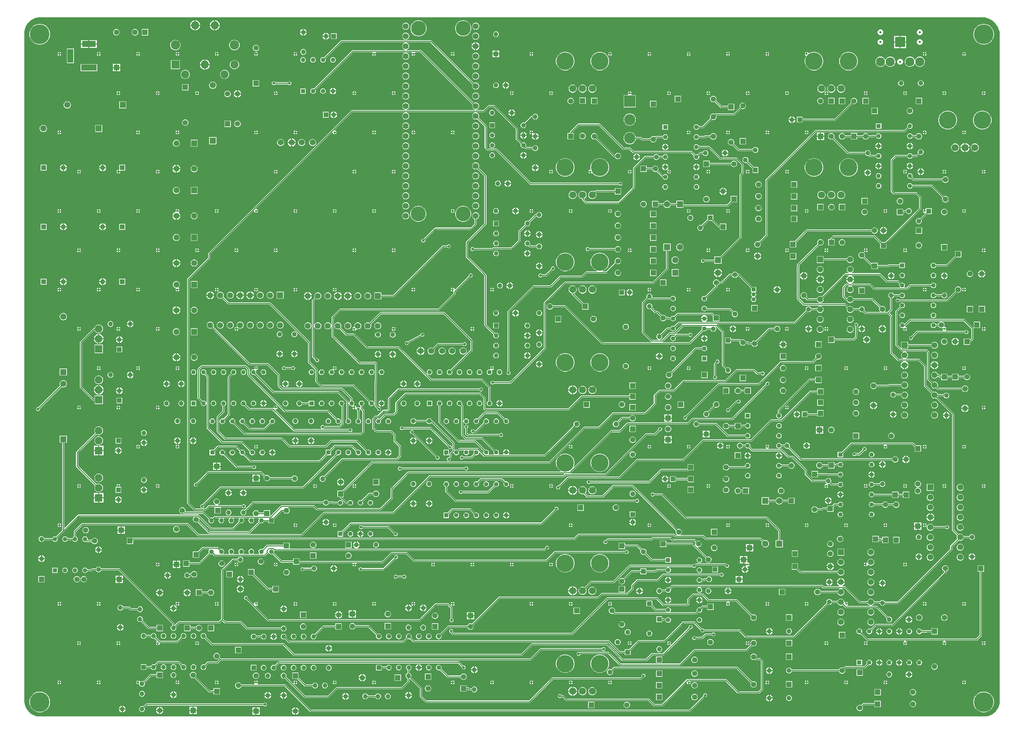
<source format=gbr>
%TF.GenerationSoftware,Altium Limited,Altium Designer,24.5.1 (21)*%
G04 Layer_Physical_Order=2*
G04 Layer_Color=16711680*
%FSLAX45Y45*%
%MOMM*%
%TF.SameCoordinates,8E29BE87-1CC9-43BB-A625-A17C5A0C5C18*%
%TF.FilePolarity,Positive*%
%TF.FileFunction,Copper,L2,Bot,Signal*%
%TF.Part,Single*%
G01*
G75*
%TA.AperFunction,Conductor*%
%ADD10C,0.25400*%
%TA.AperFunction,ComponentPad*%
%ADD14C,5.00000*%
%ADD15C,1.50000*%
%ADD16R,1.50000X1.50000*%
%ADD17R,1.57500X1.57500*%
%ADD18C,1.57500*%
%ADD19C,1.35000*%
%ADD20R,1.35000X1.35000*%
%ADD21C,1.52400*%
%ADD22C,1.20000*%
%ADD23C,1.13000*%
%ADD24R,1.13000X1.13000*%
%ADD25C,4.46000*%
%ADD26C,1.80000*%
%ADD27R,1.13000X1.13000*%
%ADD28R,1.20000X1.20000*%
%ADD29R,1.35000X1.35000*%
%ADD30C,1.25000*%
%ADD31R,1.25000X1.25000*%
%ADD32R,1.60000X1.60000*%
%ADD33C,1.60000*%
%ADD34C,1.30000*%
%ADD35R,1.20000X1.20000*%
%ADD36C,1.05000*%
%ADD37R,1.05000X1.05000*%
%ADD38R,2.85420X2.85420*%
%ADD39C,2.85420*%
%ADD40C,1.15900*%
%ADD41R,1.15900X1.15900*%
%ADD42C,3.80000*%
%ADD43R,1.93500X1.93500*%
%ADD44C,1.93500*%
%ADD45C,1.27500*%
%ADD46R,1.27500X1.27500*%
%ADD47R,1.50000X3.50000*%
%ADD48R,3.50000X1.50000*%
%ADD49R,4.00000X1.50000*%
%ADD50R,1.57500X1.57500*%
%ADD51C,2.05000*%
%ADD52C,2.39000*%
%ADD53R,2.05000X2.05000*%
%ADD54R,1.40000X1.40000*%
%ADD55C,1.40000*%
%ADD56R,1.16000X1.16000*%
%ADD57C,1.16000*%
%ADD58R,1.60000X1.60000*%
%ADD59C,1.38100*%
%ADD60R,1.25000X1.25000*%
%ADD61R,1.30000X1.30000*%
%ADD62R,1.50000X1.50000*%
%ADD63R,2.55000X2.55000*%
%ADD64C,2.30000*%
%ADD65C,0.60000*%
%TA.AperFunction,ViaPad*%
%ADD66C,0.50000*%
%ADD67C,0.70000*%
%ADD68C,1.27000*%
G36*
X24535046Y17926414D02*
X24584084Y17913924D01*
X24631503Y17896259D01*
X24676761Y17873621D01*
X24719336Y17846271D01*
X24758742Y17814523D01*
X24794524Y17778741D01*
X24826271Y17739337D01*
X24853621Y17696761D01*
X24876257Y17651505D01*
X24893924Y17604083D01*
X24906413Y17555048D01*
X24910001Y17530000D01*
X24910001Y17530000D01*
X24910001Y17530000D01*
X24910001Y530001D01*
X24910004Y503783D01*
X24903162Y451795D01*
X24889594Y401145D01*
X24869530Y352700D01*
X24843314Y307288D01*
X24811392Y265688D01*
X24774313Y228610D01*
X24732713Y196689D01*
X24687302Y170473D01*
X24638857Y150408D01*
X24588206Y136840D01*
X24536218Y129999D01*
X24510001Y130002D01*
X510001D01*
X483783Y130001D01*
X431796Y136844D01*
X381148Y150414D01*
X332704Y170479D01*
X287294Y196697D01*
X245694Y228617D01*
X208617Y265694D01*
X176696Y307294D01*
X150479Y352704D01*
X130414Y401148D01*
X116844Y451797D01*
X110000Y503783D01*
X110001Y530001D01*
Y17530000D01*
X110000Y17556219D01*
X116842Y17608206D01*
X130412Y17658855D01*
X150477Y17707298D01*
X176694Y17752710D01*
X208614Y17794310D01*
X245691Y17831387D01*
X287291Y17863307D01*
X332702Y17889525D01*
X381147Y17909590D01*
X431795Y17923158D01*
X483782Y17930000D01*
X510000Y17930000D01*
X510000Y17930000D01*
X24510001Y17930000D01*
X24535046Y17926414D01*
D02*
G37*
%LPC*%
G36*
X4466837Y17853900D02*
X4462699D01*
Y17738699D01*
X4577899D01*
Y17742838D01*
X4569182Y17775368D01*
X4552344Y17804532D01*
X4528531Y17828345D01*
X4499366Y17845183D01*
X4466837Y17853900D01*
D02*
G37*
G36*
X4966836D02*
X4962698D01*
Y17738699D01*
X5077898D01*
Y17742838D01*
X5069181Y17775368D01*
X5052343Y17804532D01*
X5028530Y17828345D01*
X4999365Y17845183D01*
X4966836Y17853900D01*
D02*
G37*
G36*
X4937298D02*
X4933159D01*
X4900630Y17845183D01*
X4871465Y17828345D01*
X4847652Y17804532D01*
X4830814Y17775368D01*
X4822098Y17742838D01*
Y17738699D01*
X4937298D01*
Y17853900D01*
D02*
G37*
G36*
X4437299D02*
X4433160D01*
X4400631Y17845183D01*
X4371466Y17828345D01*
X4347653Y17804532D01*
X4330815Y17775368D01*
X4322099Y17742838D01*
Y17738699D01*
X4437299D01*
Y17853900D01*
D02*
G37*
G36*
X11594663Y17792299D02*
X11571255D01*
X11548645Y17786240D01*
X11528373Y17774536D01*
X11511821Y17757985D01*
X11500117Y17737714D01*
X11494059Y17715102D01*
Y17691695D01*
X11500117Y17669086D01*
X11511821Y17648813D01*
X11528373Y17632262D01*
X11548645Y17620557D01*
X11571255Y17614499D01*
X11594663D01*
X11617273Y17620557D01*
X11637545Y17632262D01*
X11654097Y17648813D01*
X11665800Y17669086D01*
X11671859Y17691695D01*
Y17715102D01*
X11665800Y17737714D01*
X11654097Y17757985D01*
X11637545Y17774536D01*
X11617273Y17786240D01*
X11594663Y17792299D01*
D02*
G37*
G36*
X9816663D02*
X9793255D01*
X9770645Y17786240D01*
X9750373Y17774536D01*
X9733821Y17757985D01*
X9722117Y17737714D01*
X9716059Y17715102D01*
Y17691695D01*
X9722117Y17669086D01*
X9733821Y17648813D01*
X9750373Y17632262D01*
X9770645Y17620557D01*
X9793255Y17614499D01*
X9816663D01*
X9839273Y17620557D01*
X9859545Y17632262D01*
X9876097Y17648813D01*
X9887800Y17669086D01*
X9893859Y17691695D01*
Y17715102D01*
X9887800Y17737714D01*
X9876097Y17757985D01*
X9859545Y17774536D01*
X9839273Y17786240D01*
X9816663Y17792299D01*
D02*
G37*
G36*
X5077898Y17713300D02*
X4962698D01*
Y17598100D01*
X4966836D01*
X4999365Y17606816D01*
X5028530Y17623654D01*
X5052343Y17647467D01*
X5069181Y17676633D01*
X5077898Y17709161D01*
Y17713300D01*
D02*
G37*
G36*
X4937298D02*
X4822098D01*
Y17709161D01*
X4830814Y17676633D01*
X4847652Y17647467D01*
X4871465Y17623654D01*
X4900630Y17606816D01*
X4933159Y17598100D01*
X4937298D01*
Y17713300D01*
D02*
G37*
G36*
X4577899D02*
X4462699D01*
Y17598100D01*
X4466837D01*
X4499366Y17606816D01*
X4528531Y17623654D01*
X4552344Y17647467D01*
X4569182Y17676633D01*
X4577899Y17709161D01*
Y17713300D01*
D02*
G37*
G36*
X4437299D02*
X4322099D01*
Y17709161D01*
X4330815Y17676633D01*
X4347653Y17647467D01*
X4371466Y17623654D01*
X4400631Y17606816D01*
X4433160Y17598100D01*
X4437299D01*
Y17713300D01*
D02*
G37*
G36*
X7212701Y17635007D02*
Y17562698D01*
X7285010D01*
X7279581Y17582961D01*
X7268338Y17602435D01*
X7252438Y17618335D01*
X7232964Y17629578D01*
X7212701Y17635007D01*
D02*
G37*
G36*
X7187301D02*
X7167038Y17629578D01*
X7147564Y17618335D01*
X7131664Y17602435D01*
X7120421Y17582961D01*
X7114991Y17562698D01*
X7187301D01*
Y17635007D01*
D02*
G37*
G36*
X22884572Y17622697D02*
X22865430D01*
X22846941Y17617744D01*
X22830363Y17608173D01*
X22816827Y17594637D01*
X22807256Y17578059D01*
X22802301Y17559569D01*
Y17540427D01*
X22807256Y17521938D01*
X22816827Y17505359D01*
X22830363Y17491824D01*
X22846941Y17482253D01*
X22865430Y17477298D01*
X22884572D01*
X22903062Y17482253D01*
X22919640Y17491824D01*
X22933176Y17505359D01*
X22942747Y17521938D01*
X22947701Y17540427D01*
Y17559569D01*
X22942747Y17578059D01*
X22933176Y17594637D01*
X22919640Y17608173D01*
X22903062Y17617744D01*
X22884572Y17622697D01*
D02*
G37*
G36*
X21884569D02*
X21865427D01*
X21846938Y17617744D01*
X21830359Y17608173D01*
X21816824Y17594637D01*
X21807253Y17578059D01*
X21802298Y17559569D01*
Y17540427D01*
X21807253Y17521938D01*
X21816824Y17505359D01*
X21830359Y17491824D01*
X21846938Y17482253D01*
X21865427Y17477298D01*
X21884569D01*
X21903059Y17482253D01*
X21919637Y17491824D01*
X21933173Y17505359D01*
X21942744Y17521938D01*
X21947697Y17540427D01*
Y17559569D01*
X21942744Y17578059D01*
X21933173Y17594637D01*
X21919637Y17608173D01*
X21903059Y17617744D01*
X21884569Y17622697D01*
D02*
G37*
G36*
X2460556Y17630199D02*
X2439439D01*
X2419042Y17624733D01*
X2400754Y17614174D01*
X2385821Y17599242D01*
X2375263Y17580954D01*
X2369798Y17560556D01*
Y17539439D01*
X2375263Y17519041D01*
X2385821Y17500754D01*
X2400754Y17485822D01*
X2419042Y17475262D01*
X2439439Y17469798D01*
X2460556D01*
X2480954Y17475262D01*
X2499242Y17485822D01*
X2514174Y17500754D01*
X2524732Y17519041D01*
X2530198Y17539439D01*
Y17560556D01*
X2524732Y17580954D01*
X2514174Y17599242D01*
X2499242Y17614174D01*
X2480954Y17624733D01*
X2460556Y17630199D01*
D02*
G37*
G36*
X3259701Y17632698D02*
X3094302D01*
Y17467297D01*
X3259701D01*
Y17632698D01*
D02*
G37*
G36*
X2933879D02*
X2912104D01*
X2891070Y17627061D01*
X2872212Y17616174D01*
X2856815Y17600777D01*
X2845927Y17581918D01*
X2840291Y17560886D01*
Y17539110D01*
X2845927Y17518077D01*
X2856815Y17499219D01*
X2872212Y17483823D01*
X2891070Y17472934D01*
X2912104Y17467297D01*
X2933879D01*
X2954912Y17472934D01*
X2973770Y17483823D01*
X2989168Y17499219D01*
X3000055Y17518077D01*
X3005691Y17539110D01*
Y17560886D01*
X3000055Y17581918D01*
X2989168Y17600777D01*
X2973770Y17616174D01*
X2954912Y17627061D01*
X2933879Y17632698D01*
D02*
G37*
G36*
X7285010Y17537299D02*
X7212701D01*
Y17464989D01*
X7232964Y17470418D01*
X7252438Y17481660D01*
X7268338Y17497562D01*
X7279581Y17517035D01*
X7285010Y17537299D01*
D02*
G37*
G36*
X7187301D02*
X7114991D01*
X7120421Y17517035D01*
X7131664Y17497562D01*
X7147564Y17481660D01*
X7167038Y17470418D01*
X7187301Y17464989D01*
Y17537299D01*
D02*
G37*
G36*
X7787701Y17535008D02*
Y17462700D01*
X7860010D01*
X7854581Y17482961D01*
X7843338Y17502435D01*
X7827438Y17518335D01*
X7807964Y17529578D01*
X7787701Y17535008D01*
D02*
G37*
G36*
X7762301D02*
X7742038Y17529578D01*
X7722564Y17518335D01*
X7706664Y17502435D01*
X7695421Y17482961D01*
X7689992Y17462700D01*
X7762301D01*
Y17535008D01*
D02*
G37*
G36*
X11284966Y17850220D02*
X11245037D01*
X11205876Y17842429D01*
X11168987Y17827148D01*
X11135788Y17804967D01*
X11107554Y17776732D01*
X11085371Y17743533D01*
X11070091Y17706644D01*
X11062302Y17667484D01*
Y17627554D01*
X11070091Y17588393D01*
X11085371Y17551505D01*
X11107554Y17518304D01*
X11135788Y17490071D01*
X11168987Y17467888D01*
X11205876Y17452608D01*
X11245037Y17444820D01*
X11284966D01*
X11324127Y17452608D01*
X11361016Y17467888D01*
X11394215Y17490071D01*
X11422449Y17518304D01*
X11444632Y17551505D01*
X11459912Y17588393D01*
X11467701Y17627554D01*
Y17667484D01*
X11459912Y17706644D01*
X11444632Y17743533D01*
X11422449Y17776732D01*
X11394215Y17804967D01*
X11361016Y17827148D01*
X11324127Y17842429D01*
X11284966Y17850220D01*
D02*
G37*
G36*
X10150043D02*
X10110115D01*
X10070953Y17842429D01*
X10034065Y17827148D01*
X10000865Y17804967D01*
X9972632Y17776732D01*
X9950448Y17743533D01*
X9935169Y17706644D01*
X9927379Y17667484D01*
Y17627554D01*
X9935169Y17588393D01*
X9950448Y17551505D01*
X9972632Y17518304D01*
X10000865Y17490071D01*
X10034065Y17467888D01*
X10070953Y17452608D01*
X10110115Y17444820D01*
X10150043D01*
X10189204Y17452608D01*
X10226093Y17467888D01*
X10259292Y17490071D01*
X10287526Y17518304D01*
X10309709Y17551505D01*
X10324989Y17588393D01*
X10332779Y17627554D01*
Y17667484D01*
X10324989Y17706644D01*
X10309709Y17743533D01*
X10287526Y17776732D01*
X10259292Y17804967D01*
X10226093Y17827148D01*
X10189204Y17842429D01*
X10150043Y17850220D01*
D02*
G37*
G36*
X12109572Y17572701D02*
X12090430D01*
X12071940Y17567746D01*
X12055362Y17558176D01*
X12041827Y17544640D01*
X12032256Y17528062D01*
X12027301Y17509572D01*
Y17490430D01*
X12032256Y17471939D01*
X12041827Y17455362D01*
X12055362Y17441826D01*
X12071940Y17432256D01*
X12090430Y17427301D01*
X12109572D01*
X12128062Y17432256D01*
X12144640Y17441826D01*
X12158176Y17455362D01*
X12167747Y17471939D01*
X12172701Y17490430D01*
Y17509572D01*
X12167747Y17528062D01*
X12158176Y17544640D01*
X12144640Y17558176D01*
X12128062Y17567746D01*
X12109572Y17572701D01*
D02*
G37*
G36*
X8047700Y17522697D02*
X7902301D01*
Y17377298D01*
X8047700D01*
Y17522697D01*
D02*
G37*
G36*
X7860011Y17437300D02*
X7787701D01*
Y17364989D01*
X7807964Y17370418D01*
X7827438Y17381660D01*
X7843338Y17397562D01*
X7854581Y17417035D01*
X7860011Y17437300D01*
D02*
G37*
G36*
X7762301D02*
X7689991D01*
X7695421Y17417035D01*
X7706664Y17397562D01*
X7722564Y17381660D01*
X7742038Y17370418D01*
X7762301Y17364989D01*
Y17437300D01*
D02*
G37*
G36*
X11594663Y17538300D02*
X11571255D01*
X11548645Y17532240D01*
X11528373Y17520535D01*
X11511821Y17503986D01*
X11500117Y17483713D01*
X11494059Y17461102D01*
Y17437695D01*
X11500117Y17415085D01*
X11511821Y17394814D01*
X11528373Y17378261D01*
X11548645Y17366557D01*
X11571255Y17360500D01*
X11594663D01*
X11617273Y17366557D01*
X11637545Y17378261D01*
X11654097Y17394814D01*
X11665800Y17415085D01*
X11671859Y17437695D01*
Y17461102D01*
X11665800Y17483713D01*
X11654097Y17503986D01*
X11637545Y17520535D01*
X11617273Y17532240D01*
X11594663Y17538300D01*
D02*
G37*
G36*
X9816663D02*
X9793255D01*
X9770645Y17532240D01*
X9750373Y17520535D01*
X9733821Y17503986D01*
X9722117Y17483713D01*
X9716059Y17461102D01*
Y17437695D01*
X9722117Y17415085D01*
X9733821Y17394814D01*
X9750373Y17378261D01*
X9770645Y17366557D01*
X9793255Y17360500D01*
X9816663D01*
X9839273Y17366557D01*
X9859545Y17378261D01*
X9876097Y17394814D01*
X9887800Y17415085D01*
X9893859Y17437695D01*
Y17461102D01*
X9887800Y17483713D01*
X9876097Y17503986D01*
X9859545Y17520535D01*
X9839273Y17532240D01*
X9816663Y17538300D01*
D02*
G37*
G36*
X22527902Y17452901D02*
X22387701D01*
Y17312701D01*
X22527902D01*
Y17452901D01*
D02*
G37*
G36*
X22362302D02*
X22222102D01*
Y17312701D01*
X22362302D01*
Y17452901D01*
D02*
G37*
G36*
X1950399Y17350398D02*
X1762698D01*
Y17262698D01*
X1950399D01*
Y17350398D01*
D02*
G37*
G36*
X1737298D02*
X1549599D01*
Y17262698D01*
X1737298D01*
Y17350398D01*
D02*
G37*
G36*
X24520677Y17762701D02*
X24479327D01*
X24438486Y17756232D01*
X24399159Y17743454D01*
X24362317Y17724683D01*
X24328864Y17700377D01*
X24299626Y17671138D01*
X24275320Y17637685D01*
X24256548Y17600842D01*
X24243770Y17561516D01*
X24237302Y17520676D01*
Y17479326D01*
X24243770Y17438486D01*
X24256548Y17399159D01*
X24275320Y17362315D01*
X24299626Y17328864D01*
X24328864Y17299625D01*
X24362317Y17275319D01*
X24399159Y17256548D01*
X24438486Y17243768D01*
X24479327Y17237302D01*
X24520677D01*
X24561517Y17243768D01*
X24600844Y17256548D01*
X24637688Y17275319D01*
X24671140Y17299625D01*
X24700378Y17328864D01*
X24724683Y17362315D01*
X24743456Y17399159D01*
X24756233Y17438486D01*
X24762701Y17479326D01*
Y17520676D01*
X24756233Y17561516D01*
X24743456Y17600842D01*
X24724683Y17637685D01*
X24700378Y17671138D01*
X24671140Y17700377D01*
X24637688Y17724683D01*
X24600844Y17743454D01*
X24561517Y17756232D01*
X24520677Y17762701D01*
D02*
G37*
G36*
X520674D02*
X479324D01*
X438483Y17756232D01*
X399157Y17743454D01*
X362314Y17724683D01*
X328861Y17700377D01*
X299623Y17671138D01*
X275318Y17637685D01*
X256545Y17600842D01*
X243768Y17561516D01*
X237299Y17520676D01*
Y17479326D01*
X243768Y17438486D01*
X256545Y17399159D01*
X275318Y17362315D01*
X299623Y17328864D01*
X328861Y17299625D01*
X362314Y17275319D01*
X399157Y17256548D01*
X438483Y17243768D01*
X479324Y17237302D01*
X520674D01*
X561515Y17243768D01*
X600841Y17256548D01*
X637684Y17275319D01*
X671137Y17299625D01*
X700375Y17328864D01*
X724680Y17362315D01*
X743453Y17399159D01*
X756230Y17438486D01*
X762699Y17479326D01*
Y17520676D01*
X756230Y17561516D01*
X743453Y17600842D01*
X724680Y17637685D01*
X700375Y17671138D01*
X671137Y17700377D01*
X637684Y17724683D01*
X600841Y17743454D01*
X561515Y17756232D01*
X520674Y17762701D01*
D02*
G37*
G36*
X22884572Y17372701D02*
X22865430D01*
X22846941Y17367747D01*
X22830363Y17358176D01*
X22816827Y17344640D01*
X22807256Y17328062D01*
X22802301Y17309572D01*
Y17290430D01*
X22807256Y17271941D01*
X22816827Y17255362D01*
X22830363Y17241827D01*
X22846941Y17232256D01*
X22865430Y17227301D01*
X22884572D01*
X22903062Y17232256D01*
X22919640Y17241827D01*
X22933176Y17255362D01*
X22942747Y17271941D01*
X22947701Y17290430D01*
Y17309572D01*
X22942747Y17328062D01*
X22933176Y17344640D01*
X22919640Y17358176D01*
X22903062Y17367747D01*
X22884572Y17372701D01*
D02*
G37*
G36*
X21884569D02*
X21865427D01*
X21846938Y17367747D01*
X21830359Y17358176D01*
X21816824Y17344640D01*
X21807253Y17328062D01*
X21802298Y17309572D01*
Y17290430D01*
X21807253Y17271941D01*
X21816824Y17255362D01*
X21830359Y17241827D01*
X21846938Y17232256D01*
X21865427Y17227301D01*
X21884569D01*
X21903059Y17232256D01*
X21919637Y17241827D01*
X21933173Y17255362D01*
X21942744Y17271941D01*
X21947697Y17290430D01*
Y17309572D01*
X21942744Y17328062D01*
X21933173Y17344640D01*
X21919637Y17358176D01*
X21903059Y17367747D01*
X21884569Y17372701D01*
D02*
G37*
G36*
X11596335Y17296999D02*
X11595659D01*
Y17208099D01*
X11684559D01*
Y17208775D01*
X11677635Y17234615D01*
X11664259Y17257784D01*
X11645343Y17276698D01*
X11622175Y17290076D01*
X11596335Y17296999D01*
D02*
G37*
G36*
X11570259D02*
X11569583D01*
X11543743Y17290076D01*
X11520575Y17276698D01*
X11501658Y17257784D01*
X11488283Y17234615D01*
X11481359Y17208775D01*
Y17208099D01*
X11570259D01*
Y17296999D01*
D02*
G37*
G36*
X1950399Y17237299D02*
X1762698D01*
Y17149599D01*
X1950399D01*
Y17237299D01*
D02*
G37*
G36*
X1737298D02*
X1549599D01*
Y17149599D01*
X1737298D01*
Y17237299D01*
D02*
G37*
G36*
X22527902Y17287302D02*
X22387701D01*
Y17147101D01*
X22527902D01*
Y17287302D01*
D02*
G37*
G36*
X22362302D02*
X22222102D01*
Y17147101D01*
X22362302D01*
Y17287302D01*
D02*
G37*
G36*
X5467904Y17358200D02*
X5433095D01*
X5399472Y17349191D01*
X5369327Y17331787D01*
X5344713Y17307173D01*
X5327309Y17277028D01*
X5318300Y17243405D01*
Y17208595D01*
X5327309Y17174973D01*
X5344713Y17144827D01*
X5369327Y17120213D01*
X5399472Y17102811D01*
X5433095Y17093800D01*
X5467904D01*
X5501527Y17102811D01*
X5531672Y17120213D01*
X5556286Y17144827D01*
X5573690Y17174973D01*
X5582700Y17208595D01*
Y17243405D01*
X5573690Y17277028D01*
X5556286Y17307173D01*
X5531672Y17331787D01*
X5501527Y17349191D01*
X5467904Y17358200D01*
D02*
G37*
G36*
X3966906D02*
X3932098D01*
X3898475Y17349191D01*
X3868329Y17331787D01*
X3843716Y17307173D01*
X3826311Y17277028D01*
X3817302Y17243405D01*
Y17208595D01*
X3826311Y17174973D01*
X3843716Y17144827D01*
X3868329Y17120213D01*
X3898475Y17102811D01*
X3932098Y17093800D01*
X3966906D01*
X4000529Y17102811D01*
X4030674Y17120213D01*
X4055288Y17144827D01*
X4072693Y17174973D01*
X4081702Y17208595D01*
Y17243405D01*
X4072693Y17277028D01*
X4055288Y17307173D01*
X4030674Y17331787D01*
X4000529Y17349191D01*
X3966906Y17358200D01*
D02*
G37*
G36*
X11684559Y17182700D02*
X11595659D01*
Y17093799D01*
X11596335D01*
X11622175Y17100722D01*
X11645343Y17114098D01*
X11664259Y17133015D01*
X11677635Y17156183D01*
X11684559Y17182024D01*
Y17182700D01*
D02*
G37*
G36*
X11570259D02*
X11481359D01*
Y17182024D01*
X11488283Y17156183D01*
X11501658Y17133015D01*
X11520575Y17114098D01*
X11543743Y17100722D01*
X11569583Y17093799D01*
X11570259D01*
Y17182700D01*
D02*
G37*
G36*
X6010557Y17230199D02*
X5989440D01*
X5969042Y17224733D01*
X5950754Y17214175D01*
X5935822Y17199243D01*
X5925263Y17180956D01*
X5919798Y17160558D01*
Y17139439D01*
X5925263Y17119043D01*
X5935822Y17100755D01*
X5950754Y17085823D01*
X5969042Y17075264D01*
X5989440Y17069798D01*
X6010557D01*
X6030954Y17075264D01*
X6049242Y17085823D01*
X6064174Y17100755D01*
X6074733Y17119043D01*
X6080198Y17139439D01*
Y17160558D01*
X6074733Y17180956D01*
X6064174Y17199243D01*
X6049242Y17214175D01*
X6030954Y17224733D01*
X6010557Y17230199D01*
D02*
G37*
G36*
X20208212Y17050697D02*
X20161784D01*
X20116248Y17041640D01*
X20073354Y17023872D01*
X20061652Y17016052D01*
X20045927Y17020822D01*
X20042728Y17028551D01*
X20028551Y17042728D01*
X20012701Y17049294D01*
Y17000002D01*
X20000002D01*
Y16987302D01*
X19950710D01*
X19957274Y16971451D01*
X19971451Y16957274D01*
X19979178Y16954073D01*
X19983948Y16938351D01*
X19976125Y16926643D01*
X19958357Y16883749D01*
X19949300Y16838213D01*
Y16791785D01*
X19958357Y16746246D01*
X19976125Y16703352D01*
X20001920Y16664748D01*
X20034749Y16631918D01*
X20073354Y16606123D01*
X20116248Y16588356D01*
X20161784Y16579298D01*
X20208212D01*
X20253751Y16588356D01*
X20296645Y16606123D01*
X20335249Y16631918D01*
X20368079Y16664748D01*
X20393874Y16703352D01*
X20411641Y16746246D01*
X20420699Y16791785D01*
Y16838213D01*
X20411641Y16883749D01*
X20393874Y16926643D01*
X20368079Y16965248D01*
X20335249Y16998077D01*
X20296645Y17023872D01*
X20253751Y17041640D01*
X20208212Y17050697D01*
D02*
G37*
G36*
X12185401Y17085400D02*
X12112701D01*
Y17012701D01*
X12185401D01*
Y17085400D01*
D02*
G37*
G36*
X12087301D02*
X12014601D01*
Y17012701D01*
X12087301D01*
Y17085400D01*
D02*
G37*
G36*
X24012701Y17049294D02*
Y17012701D01*
X24049294D01*
X24042728Y17028551D01*
X24028551Y17042728D01*
X24012701Y17049294D01*
D02*
G37*
G36*
X23987302D02*
X23971451Y17042728D01*
X23957274Y17028551D01*
X23950710Y17012701D01*
X23987302D01*
Y17049294D01*
D02*
G37*
G36*
X23012701D02*
Y17012701D01*
X23049294D01*
X23042728Y17028551D01*
X23028551Y17042728D01*
X23012701Y17049294D01*
D02*
G37*
G36*
X22987302D02*
X22971451Y17042728D01*
X22957274Y17028551D01*
X22950710Y17012701D01*
X22987302D01*
Y17049294D01*
D02*
G37*
G36*
X19987302D02*
X19971451Y17042728D01*
X19957274Y17028551D01*
X19950710Y17012701D01*
X19987302D01*
Y17049294D01*
D02*
G37*
G36*
X19012701D02*
Y17012701D01*
X19049294D01*
X19042728Y17028551D01*
X19028551Y17042728D01*
X19012701Y17049294D01*
D02*
G37*
G36*
X18987302D02*
X18971451Y17042728D01*
X18957274Y17028551D01*
X18950710Y17012701D01*
X18987302D01*
Y17049294D01*
D02*
G37*
G36*
X18012701D02*
Y17012701D01*
X18049294D01*
X18042728Y17028551D01*
X18028551Y17042728D01*
X18012701Y17049294D01*
D02*
G37*
G36*
X17987302D02*
X17971451Y17042728D01*
X17957274Y17028551D01*
X17950710Y17012701D01*
X17987302D01*
Y17049294D01*
D02*
G37*
G36*
X17012701D02*
Y17012701D01*
X17049294D01*
X17042728Y17028551D01*
X17028551Y17042728D01*
X17012701Y17049294D01*
D02*
G37*
G36*
X16987302D02*
X16971451Y17042728D01*
X16957274Y17028551D01*
X16950710Y17012701D01*
X16987302D01*
Y17049294D01*
D02*
G37*
G36*
X16012701D02*
Y17012701D01*
X16049294D01*
X16042728Y17028551D01*
X16028551Y17042728D01*
X16012701Y17049294D01*
D02*
G37*
G36*
X15987302D02*
X15971451Y17042728D01*
X15957274Y17028551D01*
X15950710Y17012701D01*
X15987302D01*
Y17049294D01*
D02*
G37*
G36*
X15012700D02*
Y17012701D01*
X15049292D01*
X15042728Y17028551D01*
X15028551Y17042728D01*
X15012700Y17049294D01*
D02*
G37*
G36*
X14987300D02*
X14971451Y17042728D01*
X14957274Y17028551D01*
X14950708Y17012701D01*
X14987300D01*
Y17049294D01*
D02*
G37*
G36*
X13012700D02*
Y17012701D01*
X13049292D01*
X13042728Y17028551D01*
X13028551Y17042728D01*
X13012700Y17049294D01*
D02*
G37*
G36*
X12987300D02*
X12971451Y17042728D01*
X12957274Y17028551D01*
X12950708Y17012701D01*
X12987300D01*
Y17049294D01*
D02*
G37*
G36*
X11012700D02*
Y17012701D01*
X11049292D01*
X11042727Y17028551D01*
X11028550Y17042728D01*
X11012700Y17049294D01*
D02*
G37*
G36*
X10987300D02*
X10971451Y17042728D01*
X10957273Y17028551D01*
X10950708Y17012701D01*
X10987300D01*
Y17049294D01*
D02*
G37*
G36*
X7012700D02*
Y17012701D01*
X7049292D01*
X7042727Y17028551D01*
X7028550Y17042728D01*
X7012700Y17049294D01*
D02*
G37*
G36*
X6987300D02*
X6971451Y17042728D01*
X6957273Y17028551D01*
X6950708Y17012701D01*
X6987300D01*
Y17049294D01*
D02*
G37*
G36*
X6012700D02*
Y17012701D01*
X6049292D01*
X6042727Y17028551D01*
X6028550Y17042728D01*
X6012700Y17049294D01*
D02*
G37*
G36*
X5987300D02*
X5971451Y17042728D01*
X5957273Y17028551D01*
X5950708Y17012701D01*
X5987300D01*
Y17049294D01*
D02*
G37*
G36*
X5012700D02*
Y17012701D01*
X5049292D01*
X5042727Y17028551D01*
X5028550Y17042728D01*
X5012700Y17049294D01*
D02*
G37*
G36*
X4987300D02*
X4971451Y17042728D01*
X4957273Y17028551D01*
X4950708Y17012701D01*
X4987300D01*
Y17049294D01*
D02*
G37*
G36*
X4012700D02*
Y17012701D01*
X4049292D01*
X4042727Y17028551D01*
X4028549Y17042728D01*
X4012700Y17049294D01*
D02*
G37*
G36*
X3987300D02*
X3971451Y17042728D01*
X3957273Y17028551D01*
X3950708Y17012701D01*
X3987300D01*
Y17049294D01*
D02*
G37*
G36*
X3012700D02*
Y17012701D01*
X3049292D01*
X3042727Y17028551D01*
X3028549Y17042728D01*
X3012700Y17049294D01*
D02*
G37*
G36*
X2987300D02*
X2971451Y17042728D01*
X2957273Y17028551D01*
X2950708Y17012701D01*
X2987300D01*
Y17049294D01*
D02*
G37*
G36*
X2012700D02*
Y17012701D01*
X2049292D01*
X2042727Y17028551D01*
X2028549Y17042728D01*
X2012700Y17049294D01*
D02*
G37*
G36*
X1987300D02*
X1971451Y17042728D01*
X1957273Y17028551D01*
X1950708Y17012701D01*
X1987300D01*
Y17049294D01*
D02*
G37*
G36*
X1012700D02*
Y17012701D01*
X1049292D01*
X1042727Y17028551D01*
X1028549Y17042728D01*
X1012700Y17049294D01*
D02*
G37*
G36*
X987300D02*
X971451Y17042728D01*
X957273Y17028551D01*
X950708Y17012701D01*
X987300D01*
Y17049294D01*
D02*
G37*
G36*
X7209572Y17122699D02*
X7190430D01*
X7171940Y17117744D01*
X7155362Y17108173D01*
X7141826Y17094638D01*
X7132255Y17078059D01*
X7127301Y17059570D01*
Y17040428D01*
X7132255Y17021938D01*
X7141826Y17005360D01*
X7155362Y16991824D01*
X7171940Y16982253D01*
X7190430Y16977299D01*
X7209572D01*
X7228062Y16982253D01*
X7244640Y16991824D01*
X7258175Y17005360D01*
X7267746Y17021938D01*
X7272701Y17040428D01*
Y17059570D01*
X7267746Y17078059D01*
X7258175Y17094638D01*
X7244640Y17108173D01*
X7228062Y17117744D01*
X7209572Y17122699D01*
D02*
G37*
G36*
X24049294Y16987302D02*
X24012701D01*
Y16950710D01*
X24028551Y16957274D01*
X24042728Y16971451D01*
X24049294Y16987302D01*
D02*
G37*
G36*
X23987302D02*
X23950710D01*
X23957274Y16971451D01*
X23971451Y16957274D01*
X23987302Y16950710D01*
Y16987302D01*
D02*
G37*
G36*
X23049294D02*
X23012701D01*
Y16950710D01*
X23028551Y16957274D01*
X23042728Y16971451D01*
X23049294Y16987302D01*
D02*
G37*
G36*
X22987302D02*
X22950710D01*
X22957274Y16971451D01*
X22971451Y16957274D01*
X22987302Y16950710D01*
Y16987302D01*
D02*
G37*
G36*
X19049294D02*
X19012701D01*
Y16950710D01*
X19028551Y16957274D01*
X19042728Y16971451D01*
X19049294Y16987302D01*
D02*
G37*
G36*
X18987302D02*
X18950710D01*
X18957274Y16971451D01*
X18971451Y16957274D01*
X18987302Y16950710D01*
Y16987302D01*
D02*
G37*
G36*
X18049294D02*
X18012701D01*
Y16950710D01*
X18028551Y16957274D01*
X18042728Y16971451D01*
X18049294Y16987302D01*
D02*
G37*
G36*
X17987302D02*
X17950710D01*
X17957274Y16971451D01*
X17971451Y16957274D01*
X17987302Y16950710D01*
Y16987302D01*
D02*
G37*
G36*
X17049294D02*
X17012701D01*
Y16950710D01*
X17028551Y16957274D01*
X17042728Y16971451D01*
X17049294Y16987302D01*
D02*
G37*
G36*
X16987302D02*
X16950710D01*
X16957274Y16971451D01*
X16971451Y16957274D01*
X16987302Y16950710D01*
Y16987302D01*
D02*
G37*
G36*
X16049294D02*
X16012701D01*
Y16950710D01*
X16028551Y16957274D01*
X16042728Y16971451D01*
X16049294Y16987302D01*
D02*
G37*
G36*
X15987302D02*
X15950710D01*
X15957274Y16971451D01*
X15971451Y16957274D01*
X15987302Y16950710D01*
Y16987302D01*
D02*
G37*
G36*
X15049292D02*
X15012700D01*
Y16950710D01*
X15028551Y16957274D01*
X15042728Y16971451D01*
X15049292Y16987302D01*
D02*
G37*
G36*
X14987300D02*
X14950708D01*
X14957274Y16971451D01*
X14971451Y16957274D01*
X14987300Y16950710D01*
Y16987302D01*
D02*
G37*
G36*
X13049292D02*
X13012700D01*
Y16950710D01*
X13028551Y16957274D01*
X13042728Y16971451D01*
X13049292Y16987302D01*
D02*
G37*
G36*
X12987300D02*
X12950708D01*
X12957274Y16971451D01*
X12971451Y16957274D01*
X12987300Y16950710D01*
Y16987302D01*
D02*
G37*
G36*
X11049292D02*
X11012700D01*
Y16950710D01*
X11028550Y16957274D01*
X11042727Y16971451D01*
X11049292Y16987302D01*
D02*
G37*
G36*
X10987300D02*
X10950708D01*
X10957273Y16971451D01*
X10971451Y16957274D01*
X10987300Y16950710D01*
Y16987302D01*
D02*
G37*
G36*
X10049292D02*
X10012700D01*
Y16950710D01*
X10028550Y16957274D01*
X10042727Y16971451D01*
X10049292Y16987302D01*
D02*
G37*
G36*
X9987300D02*
X9950708D01*
X9957273Y16971451D01*
X9971451Y16957274D01*
X9987300Y16950710D01*
Y16987302D01*
D02*
G37*
G36*
X9049292D02*
X9012700D01*
Y16950710D01*
X9028550Y16957274D01*
X9042727Y16971451D01*
X9049292Y16987302D01*
D02*
G37*
G36*
X8987300D02*
X8950708D01*
X8957273Y16971451D01*
X8971451Y16957274D01*
X8987300Y16950710D01*
Y16987302D01*
D02*
G37*
G36*
X4049292D02*
X4012700D01*
Y16950710D01*
X4028549Y16957274D01*
X4042727Y16971451D01*
X4049292Y16987302D01*
D02*
G37*
G36*
X3987300D02*
X3950708D01*
X3957273Y16971451D01*
X3971451Y16957274D01*
X3987300Y16950710D01*
Y16987302D01*
D02*
G37*
G36*
X3049292D02*
X3012700D01*
Y16950710D01*
X3028549Y16957274D01*
X3042727Y16971451D01*
X3049292Y16987302D01*
D02*
G37*
G36*
X2987300D02*
X2950708D01*
X2957273Y16971451D01*
X2971451Y16957274D01*
X2987300Y16950710D01*
Y16987302D01*
D02*
G37*
G36*
X7049292D02*
X7012700D01*
Y16950710D01*
X7028550Y16957274D01*
X7042727Y16971451D01*
X7049292Y16987302D01*
D02*
G37*
G36*
X6987300D02*
X6950708D01*
X6957273Y16971451D01*
X6971451Y16957274D01*
X6987300Y16950710D01*
Y16987302D01*
D02*
G37*
G36*
X6049292D02*
X6012700D01*
Y16950710D01*
X6028550Y16957274D01*
X6042727Y16971451D01*
X6049292Y16987302D01*
D02*
G37*
G36*
X5987300D02*
X5950708D01*
X5957273Y16971451D01*
X5971451Y16957274D01*
X5987300Y16950710D01*
Y16987302D01*
D02*
G37*
G36*
X5049292D02*
X5012700D01*
Y16950710D01*
X5028550Y16957274D01*
X5042727Y16971451D01*
X5049292Y16987302D01*
D02*
G37*
G36*
X4987300D02*
X4950708D01*
X4957273Y16971451D01*
X4971451Y16957274D01*
X4987300Y16950710D01*
Y16987302D01*
D02*
G37*
G36*
X2049292D02*
X2012700D01*
Y16950710D01*
X2028549Y16957274D01*
X2042727Y16971451D01*
X2049292Y16987302D01*
D02*
G37*
G36*
X1987300D02*
X1950708D01*
X1957273Y16971451D01*
X1971451Y16957274D01*
X1987300Y16950710D01*
Y16987302D01*
D02*
G37*
G36*
X1049292D02*
X1012700D01*
Y16950710D01*
X1028549Y16957274D01*
X1042727Y16971451D01*
X1049292Y16987302D01*
D02*
G37*
G36*
X987300D02*
X950708D01*
X957273Y16971451D01*
X971451Y16957274D01*
X987300Y16950710D01*
Y16987302D01*
D02*
G37*
G36*
X12185401Y16987302D02*
X12112701D01*
Y16914603D01*
X12185401D01*
Y16987302D01*
D02*
G37*
G36*
X12087301D02*
X12014601D01*
Y16914603D01*
X12087301D01*
Y16987302D01*
D02*
G37*
G36*
X11594663Y17030299D02*
X11571255D01*
X11548645Y17024240D01*
X11528373Y17012537D01*
X11511821Y16995985D01*
X11500117Y16975713D01*
X11494059Y16953102D01*
Y16929695D01*
X11500117Y16907085D01*
X11511821Y16886813D01*
X11528373Y16870261D01*
X11548645Y16858557D01*
X11571255Y16852499D01*
X11594663D01*
X11617273Y16858557D01*
X11637545Y16870261D01*
X11654097Y16886813D01*
X11665800Y16907085D01*
X11671859Y16929695D01*
Y16953102D01*
X11665800Y16975713D01*
X11654097Y16995985D01*
X11637545Y17012537D01*
X11617273Y17024240D01*
X11594663Y17030299D01*
D02*
G37*
G36*
X9816663D02*
X9793255D01*
X9770645Y17024240D01*
X9750373Y17012537D01*
X9733821Y16995985D01*
X9722117Y16975713D01*
X9716059Y16953102D01*
Y16929695D01*
X9722117Y16907085D01*
X9733821Y16886813D01*
X9750373Y16870261D01*
X9770645Y16858557D01*
X9793255Y16852499D01*
X9816663D01*
X9839273Y16858557D01*
X9859545Y16870261D01*
X9876097Y16886813D01*
X9887800Y16907085D01*
X9893859Y16929695D01*
Y16953102D01*
X9887800Y16975713D01*
X9876097Y16995985D01*
X9859545Y17012537D01*
X9839273Y17024240D01*
X9816663Y17030299D01*
D02*
G37*
G36*
X22891814Y16927702D02*
X22858189D01*
X22825711Y16918999D01*
X22796593Y16902187D01*
X22772816Y16878412D01*
X22756783Y16850642D01*
X22750000Y16849689D01*
X22743217Y16850642D01*
X22727185Y16878412D01*
X22703409Y16902187D01*
X22674289Y16918999D01*
X22641811Y16927702D01*
X22608186D01*
X22575710Y16918999D01*
X22546590Y16902187D01*
X22522813Y16878412D01*
X22506001Y16849292D01*
X22497299Y16816814D01*
Y16783189D01*
X22506001Y16750713D01*
X22522813Y16721593D01*
X22546590Y16697816D01*
X22575710Y16681004D01*
X22608186Y16672302D01*
X22641811D01*
X22674289Y16681004D01*
X22703409Y16697816D01*
X22727185Y16721593D01*
X22743217Y16749362D01*
X22750000Y16750314D01*
X22756783Y16749362D01*
X22772816Y16721593D01*
X22796593Y16697816D01*
X22825711Y16681004D01*
X22858189Y16672302D01*
X22891814D01*
X22924290Y16681004D01*
X22953410Y16697816D01*
X22977187Y16721593D01*
X22993999Y16750713D01*
X23002701Y16783189D01*
Y16816814D01*
X22993999Y16849292D01*
X22977187Y16878412D01*
X22953410Y16902187D01*
X22924290Y16918999D01*
X22891814Y16927702D01*
D02*
G37*
G36*
X22141812D02*
X22108188D01*
X22075710Y16918999D01*
X22046591Y16902187D01*
X22022815Y16878412D01*
X22006783Y16850642D01*
X21999998Y16849689D01*
X21993216Y16850642D01*
X21977184Y16878412D01*
X21953407Y16902187D01*
X21924287Y16918999D01*
X21891811Y16927702D01*
X21858186D01*
X21825708Y16918999D01*
X21796590Y16902187D01*
X21772813Y16878412D01*
X21756001Y16849292D01*
X21747298Y16816814D01*
Y16783189D01*
X21756001Y16750713D01*
X21772813Y16721593D01*
X21796590Y16697816D01*
X21825708Y16681004D01*
X21858186Y16672302D01*
X21891811D01*
X21924287Y16681004D01*
X21953407Y16697816D01*
X21977184Y16721593D01*
X21993216Y16749362D01*
X21999998Y16750314D01*
X22006783Y16749362D01*
X22022815Y16721593D01*
X22046591Y16697816D01*
X22075710Y16681004D01*
X22108188Y16672302D01*
X22141812D01*
X22174290Y16681004D01*
X22203410Y16697816D01*
X22227187Y16721593D01*
X22243999Y16750713D01*
X22252699Y16783189D01*
Y16816814D01*
X22243999Y16849292D01*
X22227187Y16878412D01*
X22203410Y16902187D01*
X22174290Y16918999D01*
X22141812Y16927702D01*
D02*
G37*
G36*
X7965112Y16916202D02*
X7946891D01*
X7929291Y16911485D01*
X7913511Y16902376D01*
X7900628Y16889491D01*
X7891517Y16873712D01*
X7886801Y16856113D01*
Y16837892D01*
X7891517Y16820293D01*
X7900628Y16804512D01*
X7913511Y16791628D01*
X7929291Y16782518D01*
X7946891Y16777802D01*
X7965112D01*
X7982711Y16782518D01*
X7998491Y16791628D01*
X8011375Y16804512D01*
X8020486Y16820293D01*
X8025201Y16837892D01*
Y16856113D01*
X8020486Y16873712D01*
X8011375Y16889491D01*
X7998491Y16902376D01*
X7982711Y16911485D01*
X7965112Y16916202D01*
D02*
G37*
G36*
X7457112D02*
X7438891D01*
X7421291Y16911485D01*
X7405511Y16902376D01*
X7392628Y16889491D01*
X7383517Y16873712D01*
X7378801Y16856113D01*
Y16837892D01*
X7383517Y16820293D01*
X7392628Y16804512D01*
X7405511Y16791628D01*
X7421291Y16782518D01*
X7438891Y16777802D01*
X7457112D01*
X7474711Y16782518D01*
X7490491Y16791628D01*
X7503375Y16804512D01*
X7512486Y16820293D01*
X7517201Y16837892D01*
Y16856113D01*
X7512486Y16873712D01*
X7503375Y16889491D01*
X7490491Y16902376D01*
X7474711Y16911485D01*
X7457112Y16916202D01*
D02*
G37*
G36*
X7203112D02*
X7184891D01*
X7167291Y16911485D01*
X7151511Y16902376D01*
X7138628Y16889491D01*
X7129517Y16873712D01*
X7124801Y16856113D01*
Y16837892D01*
X7129517Y16820293D01*
X7138628Y16804512D01*
X7151511Y16791628D01*
X7167291Y16782518D01*
X7184891Y16777802D01*
X7203112D01*
X7220711Y16782518D01*
X7236491Y16791628D01*
X7249375Y16804512D01*
X7258486Y16820293D01*
X7263201Y16837892D01*
Y16856113D01*
X7258486Y16873712D01*
X7249375Y16889491D01*
X7236491Y16902376D01*
X7220711Y16911485D01*
X7203112Y16916202D01*
D02*
G37*
G36*
X1367702Y17137698D02*
X1192303D01*
Y16762299D01*
X1367702D01*
Y17137698D01*
D02*
G37*
G36*
X4716839Y16852901D02*
X4712701D01*
Y16737701D01*
X4827901D01*
Y16741840D01*
X4819184Y16774368D01*
X4802346Y16803532D01*
X4778533Y16827345D01*
X4749368Y16844183D01*
X4716839Y16852901D01*
D02*
G37*
G36*
X4687301D02*
X4683162D01*
X4650633Y16844183D01*
X4621468Y16827345D01*
X4597655Y16803532D01*
X4580817Y16774368D01*
X4572101Y16741840D01*
Y16737701D01*
X4687301D01*
Y16852901D01*
D02*
G37*
G36*
X22384573Y16872702D02*
X22365431D01*
X22346941Y16867747D01*
X22330363Y16858176D01*
X22316827Y16844641D01*
X22307257Y16828062D01*
X22302303Y16809573D01*
Y16790431D01*
X22307257Y16771941D01*
X22316827Y16755363D01*
X22330363Y16741827D01*
X22346941Y16732256D01*
X22365431Y16727303D01*
X22384573D01*
X22403062Y16732256D01*
X22419641Y16741827D01*
X22433177Y16755363D01*
X22442747Y16771941D01*
X22447702Y16790431D01*
Y16809573D01*
X22442747Y16828062D01*
X22433177Y16844641D01*
X22419641Y16858176D01*
X22403062Y16867747D01*
X22384573Y16872702D01*
D02*
G37*
G36*
X2542898Y16742900D02*
X2462698D01*
Y16662700D01*
X2542898D01*
Y16742900D01*
D02*
G37*
G36*
X2437298D02*
X2357098D01*
Y16662700D01*
X2437298D01*
Y16742900D01*
D02*
G37*
G36*
X5465666Y16840201D02*
X5435333D01*
X5406034Y16832350D01*
X5379765Y16817184D01*
X5358317Y16795735D01*
X5343150Y16769466D01*
X5335300Y16740167D01*
Y16709834D01*
X5343150Y16680534D01*
X5358317Y16654266D01*
X5379765Y16632819D01*
X5406034Y16617651D01*
X5435333Y16609801D01*
X5465666D01*
X5494965Y16617651D01*
X5521234Y16632819D01*
X5542683Y16654266D01*
X5557849Y16680534D01*
X5565700Y16709834D01*
Y16740167D01*
X5557849Y16769466D01*
X5542683Y16795735D01*
X5521234Y16817184D01*
X5494965Y16832350D01*
X5465666Y16840201D01*
D02*
G37*
G36*
X4064702D02*
X3834302D01*
Y16609801D01*
X4064702D01*
Y16840201D01*
D02*
G37*
G36*
X11594663Y16776299D02*
X11571255D01*
X11548645Y16770239D01*
X11528373Y16758536D01*
X11511821Y16741985D01*
X11500117Y16721713D01*
X11494059Y16699101D01*
Y16675694D01*
X11500117Y16653085D01*
X11511821Y16632812D01*
X11528373Y16616261D01*
X11548645Y16604556D01*
X11571255Y16598499D01*
X11594663D01*
X11617273Y16604556D01*
X11637545Y16616261D01*
X11654097Y16632812D01*
X11665800Y16653085D01*
X11671859Y16675694D01*
Y16699101D01*
X11665800Y16721713D01*
X11654097Y16741985D01*
X11637545Y16758536D01*
X11617273Y16770239D01*
X11594663Y16776299D01*
D02*
G37*
G36*
X9816663D02*
X9793255D01*
X9770645Y16770239D01*
X9750373Y16758536D01*
X9733821Y16741985D01*
X9722117Y16721713D01*
X9716059Y16699101D01*
Y16675694D01*
X9722117Y16653085D01*
X9733821Y16632812D01*
X9750373Y16616261D01*
X9770645Y16604556D01*
X9793255Y16598499D01*
X9816663D01*
X9839273Y16604556D01*
X9859545Y16616261D01*
X9876097Y16632812D01*
X9887800Y16653085D01*
X9893859Y16675694D01*
Y16699101D01*
X9887800Y16721713D01*
X9876097Y16741985D01*
X9859545Y16758536D01*
X9839273Y16770239D01*
X9816663Y16776299D01*
D02*
G37*
G36*
X4827901Y16712302D02*
X4712701D01*
Y16597101D01*
X4716839D01*
X4749368Y16605817D01*
X4778533Y16622655D01*
X4802346Y16646468D01*
X4819184Y16675633D01*
X4827901Y16708162D01*
Y16712302D01*
D02*
G37*
G36*
X4687301D02*
X4572101D01*
Y16708162D01*
X4580817Y16675633D01*
X4597655Y16646468D01*
X4621468Y16622655D01*
X4650633Y16605817D01*
X4683162Y16597101D01*
X4687301D01*
Y16712302D01*
D02*
G37*
G36*
X21088217Y17050697D02*
X21041788D01*
X20996251Y17041640D01*
X20953355Y17023872D01*
X20914752Y16998077D01*
X20881921Y16965248D01*
X20856128Y16926643D01*
X20838361Y16883749D01*
X20829301Y16838213D01*
Y16791785D01*
X20838361Y16746246D01*
X20856128Y16703352D01*
X20881921Y16664748D01*
X20914752Y16631918D01*
X20953355Y16606123D01*
X20996251Y16588356D01*
X21041788Y16579298D01*
X21088217D01*
X21133754Y16588356D01*
X21176648Y16606123D01*
X21215253Y16631918D01*
X21248082Y16664748D01*
X21273877Y16703352D01*
X21291644Y16746246D01*
X21300702Y16791785D01*
Y16838213D01*
X21291644Y16883749D01*
X21273877Y16926643D01*
X21248082Y16965248D01*
X21215253Y16998077D01*
X21176648Y17023872D01*
X21133754Y17041640D01*
X21088217Y17050697D01*
D02*
G37*
G36*
X14763216D02*
X14716788D01*
X14671249Y17041640D01*
X14628355Y17023872D01*
X14589751Y16998077D01*
X14556921Y16965248D01*
X14531126Y16926643D01*
X14513359Y16883749D01*
X14504301Y16838213D01*
Y16791785D01*
X14513359Y16746246D01*
X14531126Y16703352D01*
X14556921Y16664748D01*
X14589751Y16631918D01*
X14628355Y16606123D01*
X14671249Y16588356D01*
X14716788Y16579298D01*
X14763216D01*
X14808752Y16588356D01*
X14851646Y16606123D01*
X14890251Y16631918D01*
X14923080Y16664748D01*
X14948875Y16703352D01*
X14966643Y16746246D01*
X14975700Y16791785D01*
Y16838213D01*
X14966643Y16883749D01*
X14948875Y16926643D01*
X14923080Y16965248D01*
X14890251Y16998077D01*
X14851646Y17023872D01*
X14808752Y17041640D01*
X14763216Y17050697D01*
D02*
G37*
G36*
X13883212D02*
X13836783D01*
X13791246Y17041640D01*
X13748352Y17023872D01*
X13709747Y16998077D01*
X13676918Y16965248D01*
X13651123Y16926643D01*
X13633356Y16883749D01*
X13624298Y16838213D01*
Y16791785D01*
X13633356Y16746246D01*
X13651123Y16703352D01*
X13676918Y16664748D01*
X13709747Y16631918D01*
X13748352Y16606123D01*
X13791246Y16588356D01*
X13836783Y16579298D01*
X13883212D01*
X13928749Y16588356D01*
X13971645Y16606123D01*
X14010248Y16631918D01*
X14043079Y16664748D01*
X14068872Y16703352D01*
X14086639Y16746246D01*
X14095699Y16791785D01*
Y16838213D01*
X14086639Y16883749D01*
X14068872Y16926643D01*
X14043079Y16965248D01*
X14010248Y16998077D01*
X13971645Y17023872D01*
X13928749Y17041640D01*
X13883212Y17050697D01*
D02*
G37*
G36*
X1962699Y16737700D02*
X1537299D01*
Y16562300D01*
X1962699D01*
Y16737700D01*
D02*
G37*
G36*
X2542898Y16637300D02*
X2462698D01*
Y16557100D01*
X2542898D01*
Y16637300D01*
D02*
G37*
G36*
X2437298D02*
X2357098D01*
Y16557100D01*
X2437298D01*
Y16637300D01*
D02*
G37*
G36*
X5215664Y16591199D02*
X5185331D01*
X5156032Y16583350D01*
X5129763Y16568182D01*
X5108315Y16546735D01*
X5093148Y16520465D01*
X5085298Y16491167D01*
Y16460834D01*
X5093148Y16431534D01*
X5108315Y16405264D01*
X5129763Y16383817D01*
X5156032Y16368649D01*
X5185331Y16360800D01*
X5215664D01*
X5244963Y16368649D01*
X5271232Y16383817D01*
X5292681Y16405264D01*
X5307847Y16431534D01*
X5315698Y16460834D01*
Y16491167D01*
X5307847Y16520465D01*
X5292681Y16546735D01*
X5271232Y16568182D01*
X5244963Y16583350D01*
X5215664Y16591199D01*
D02*
G37*
G36*
X4214665D02*
X4184333D01*
X4155033Y16583350D01*
X4128764Y16568182D01*
X4107316Y16546735D01*
X4092150Y16520465D01*
X4084299Y16491167D01*
Y16460834D01*
X4092150Y16431534D01*
X4107316Y16405264D01*
X4128764Y16383817D01*
X4155033Y16368649D01*
X4184333Y16360800D01*
X4214665D01*
X4243964Y16368649D01*
X4270233Y16383817D01*
X4291682Y16405264D01*
X4306848Y16431534D01*
X4314699Y16460834D01*
Y16491167D01*
X4306848Y16520465D01*
X4291682Y16546735D01*
X4270233Y16568182D01*
X4243964Y16583350D01*
X4214665Y16591199D01*
D02*
G37*
G36*
X11594663Y16522299D02*
X11571255D01*
X11548645Y16516240D01*
X11528373Y16504536D01*
X11511821Y16487985D01*
X11500117Y16467712D01*
X11494059Y16445102D01*
Y16421695D01*
X11500117Y16399084D01*
X11511821Y16378813D01*
X11528373Y16362260D01*
X11548645Y16350557D01*
X11571255Y16344499D01*
X11594663D01*
X11617273Y16350557D01*
X11637545Y16362260D01*
X11654097Y16378813D01*
X11665800Y16399084D01*
X11671859Y16421695D01*
Y16445102D01*
X11665800Y16467712D01*
X11654097Y16487985D01*
X11637545Y16504536D01*
X11617273Y16516240D01*
X11594663Y16522299D01*
D02*
G37*
G36*
X9816663D02*
X9793255D01*
X9770645Y16516240D01*
X9750373Y16504536D01*
X9733821Y16487985D01*
X9722117Y16467712D01*
X9716059Y16445102D01*
Y16421695D01*
X9722117Y16399084D01*
X9733821Y16378813D01*
X9750373Y16362260D01*
X9770645Y16350557D01*
X9793255Y16344499D01*
X9816663D01*
X9839273Y16350557D01*
X9859545Y16362260D01*
X9876097Y16378813D01*
X9887800Y16399084D01*
X9893859Y16421695D01*
Y16445102D01*
X9887800Y16467712D01*
X9876097Y16487985D01*
X9859545Y16504536D01*
X9839273Y16516240D01*
X9816663Y16522299D01*
D02*
G37*
G36*
X6859487Y16297701D02*
X6840511D01*
X6822979Y16290439D01*
X6809561Y16277020D01*
X6809096Y16275899D01*
X6490903D01*
X6490438Y16277020D01*
X6477020Y16290439D01*
X6459488Y16297701D01*
X6440512D01*
X6422980Y16290439D01*
X6409562Y16277020D01*
X6402300Y16259489D01*
Y16240512D01*
X6409562Y16222981D01*
X6422980Y16209563D01*
X6440512Y16202301D01*
X6459488D01*
X6477020Y16209563D01*
X6490438Y16222981D01*
X6490903Y16224103D01*
X6809096D01*
X6809561Y16222981D01*
X6822979Y16209563D01*
X6840511Y16202301D01*
X6859487D01*
X6877019Y16209563D01*
X6890437Y16222981D01*
X6897699Y16240512D01*
Y16259489D01*
X6890437Y16277020D01*
X6877019Y16290439D01*
X6859487Y16297701D01*
D02*
G37*
G36*
X12362698Y16285008D02*
Y16212698D01*
X12435008D01*
X12429578Y16232961D01*
X12418335Y16252435D01*
X12402435Y16268335D01*
X12382961Y16279578D01*
X12362698Y16285008D01*
D02*
G37*
G36*
X12337298D02*
X12317035Y16279578D01*
X12297561Y16268335D01*
X12281661Y16252435D01*
X12270418Y16232961D01*
X12264989Y16212698D01*
X12337298D01*
Y16285008D01*
D02*
G37*
G36*
X22909570Y16322701D02*
X22890430D01*
X22871939Y16317746D01*
X22855360Y16308176D01*
X22841826Y16294640D01*
X22832254Y16278062D01*
X22827299Y16259572D01*
Y16240430D01*
X22832254Y16221939D01*
X22841826Y16205362D01*
X22855360Y16191826D01*
X22871939Y16182256D01*
X22890430Y16177301D01*
X22909570D01*
X22928061Y16182256D01*
X22944640Y16191826D01*
X22958174Y16205362D01*
X22967746Y16221939D01*
X22972701Y16240430D01*
Y16259572D01*
X22967746Y16278062D01*
X22958174Y16294640D01*
X22944640Y16308176D01*
X22928061Y16317746D01*
X22909570Y16322701D01*
D02*
G37*
G36*
X22409572D02*
X22390430D01*
X22371941Y16317746D01*
X22355362Y16308176D01*
X22341827Y16294640D01*
X22332256Y16278062D01*
X22327301Y16259572D01*
Y16240430D01*
X22332256Y16221939D01*
X22341827Y16205362D01*
X22355362Y16191826D01*
X22371941Y16182256D01*
X22390430Y16177301D01*
X22409572D01*
X22428062Y16182256D01*
X22444640Y16191826D01*
X22458176Y16205362D01*
X22467747Y16221939D01*
X22472701Y16240430D01*
Y16259572D01*
X22467747Y16278062D01*
X22458176Y16294640D01*
X22444640Y16308176D01*
X22428062Y16317746D01*
X22409572Y16322701D01*
D02*
G37*
G36*
X6080198Y16330202D02*
X5919798D01*
Y16169801D01*
X6080198D01*
Y16330202D01*
D02*
G37*
G36*
X12109572Y16272697D02*
X12090430D01*
X12071940Y16267744D01*
X12055362Y16258173D01*
X12041827Y16244637D01*
X12032256Y16228059D01*
X12027301Y16209569D01*
Y16190427D01*
X12032256Y16171938D01*
X12041827Y16155359D01*
X12055362Y16141824D01*
X12071940Y16132253D01*
X12090430Y16127298D01*
X12109572D01*
X12128062Y16132253D01*
X12144640Y16141824D01*
X12158176Y16155359D01*
X12167747Y16171938D01*
X12172701Y16190427D01*
Y16209569D01*
X12167747Y16228059D01*
X12158176Y16244637D01*
X12144640Y16258173D01*
X12128062Y16267744D01*
X12109572Y16272697D01*
D02*
G37*
G36*
X12435008Y16187299D02*
X12362698D01*
Y16114989D01*
X12382961Y16120418D01*
X12402435Y16131660D01*
X12418335Y16147562D01*
X12429578Y16167035D01*
X12435008Y16187299D01*
D02*
G37*
G36*
X12337298D02*
X12264989D01*
X12270418Y16167035D01*
X12281661Y16147562D01*
X12297561Y16131660D01*
X12317035Y16120418D01*
X12337298Y16114989D01*
Y16187299D01*
D02*
G37*
G36*
X4912040Y16291447D02*
X4887961D01*
X4864702Y16285216D01*
X4843849Y16273177D01*
X4826822Y16256149D01*
X4814783Y16235297D01*
X4808550Y16212038D01*
Y16187958D01*
X4814783Y16164700D01*
X4826822Y16143848D01*
X4843849Y16126820D01*
X4864702Y16114780D01*
X4887961Y16108548D01*
X4912040D01*
X4935299Y16114780D01*
X4956152Y16126820D01*
X4973179Y16143848D01*
X4985218Y16164700D01*
X4991450Y16187958D01*
Y16212038D01*
X4985218Y16235297D01*
X4973179Y16256149D01*
X4956152Y16273177D01*
X4935299Y16285216D01*
X4912040Y16291447D01*
D02*
G37*
G36*
X10442358Y17345897D02*
X8174999D01*
X8165089Y17343925D01*
X8156687Y17338312D01*
X7729440Y16911066D01*
X7728711Y16911485D01*
X7711112Y16916202D01*
X7692891D01*
X7675291Y16911485D01*
X7659511Y16902376D01*
X7646628Y16889491D01*
X7637517Y16873712D01*
X7632801Y16856113D01*
Y16837892D01*
X7637517Y16820293D01*
X7646628Y16804512D01*
X7659511Y16791628D01*
X7675291Y16782518D01*
X7692891Y16777802D01*
X7711112D01*
X7728711Y16782518D01*
X7744491Y16791628D01*
X7757375Y16804512D01*
X7766486Y16820293D01*
X7771201Y16837892D01*
Y16856113D01*
X7766486Y16873712D01*
X7766065Y16874442D01*
X8185726Y17294102D01*
X9780773D01*
X9782446Y17281403D01*
X9770645Y17278239D01*
X9750373Y17266536D01*
X9733821Y17249985D01*
X9722117Y17229713D01*
X9716059Y17207101D01*
Y17183694D01*
X9722117Y17161086D01*
X9733821Y17140813D01*
X9750373Y17124261D01*
X9770645Y17112556D01*
X9785422Y17108597D01*
X9783750Y17095897D01*
X8465003D01*
X8455093Y17093925D01*
X8446691Y17088312D01*
X7475440Y16117062D01*
X7474711Y16117482D01*
X7457112Y16122198D01*
X7438891D01*
X7421291Y16117482D01*
X7405511Y16108372D01*
X7392628Y16095488D01*
X7383517Y16079707D01*
X7378801Y16062109D01*
Y16043887D01*
X7383517Y16026288D01*
X7392628Y16010509D01*
X7405511Y15997624D01*
X7421291Y15988515D01*
X7438891Y15983798D01*
X7457112D01*
X7474711Y15988515D01*
X7490491Y15997624D01*
X7503375Y16010509D01*
X7512486Y16026288D01*
X7517201Y16043887D01*
Y16062109D01*
X7512486Y16079707D01*
X7512065Y16080437D01*
X8475730Y17044102D01*
X8954865D01*
X8960126Y17031403D01*
X8957273Y17028551D01*
X8950708Y17012701D01*
X9049292D01*
X9042727Y17028551D01*
X9039875Y17031403D01*
X9045135Y17044102D01*
X9954865D01*
X9960126Y17031403D01*
X9957273Y17028551D01*
X9950708Y17012701D01*
X10049292D01*
X10042727Y17028551D01*
X10039875Y17031403D01*
X10045135Y17044102D01*
X10173630D01*
X11504474Y15713258D01*
X11500117Y15705713D01*
X11494059Y15683102D01*
Y15659695D01*
X11500117Y15637085D01*
X11511821Y15616814D01*
X11528373Y15600261D01*
X11548645Y15588557D01*
X11567900Y15583398D01*
X11566228Y15570699D01*
X9821690D01*
X9820017Y15583398D01*
X9839273Y15588557D01*
X9859545Y15600261D01*
X9876097Y15616814D01*
X9887800Y15637085D01*
X9893859Y15659695D01*
Y15683102D01*
X9887800Y15705713D01*
X9876097Y15725986D01*
X9859545Y15742535D01*
X9839273Y15754240D01*
X9816663Y15760300D01*
X9793255D01*
X9770645Y15754240D01*
X9750373Y15742535D01*
X9733821Y15725986D01*
X9722117Y15705713D01*
X9716059Y15683102D01*
Y15659695D01*
X9722117Y15637085D01*
X9733821Y15616814D01*
X9750373Y15600261D01*
X9770645Y15588557D01*
X9789900Y15583398D01*
X9788228Y15570699D01*
X8437880D01*
X8427969Y15568726D01*
X8419568Y15563112D01*
X4788228Y11931772D01*
X4782614Y11923371D01*
X4780642Y11913460D01*
Y11804347D01*
X4251688Y11275392D01*
X4246074Y11266991D01*
X4244103Y11257080D01*
Y5569960D01*
X4246074Y5560049D01*
X4251688Y5551648D01*
X4424148Y5379188D01*
X4432549Y5373574D01*
X4442460Y5371602D01*
X4714240D01*
X4724151Y5373574D01*
X4732552Y5379188D01*
X4813867Y5460502D01*
X4934295D01*
X4944799Y5455200D01*
X4944799Y5447802D01*
Y5294801D01*
X5105199D01*
Y5447802D01*
X5105199Y5455200D01*
X5115703Y5460502D01*
X5648697D01*
X5649162Y5459380D01*
X5662580Y5445962D01*
X5680112Y5438700D01*
X5699088D01*
X5716620Y5445962D01*
X5730038Y5459380D01*
X5737300Y5476912D01*
Y5495888D01*
X5730038Y5513420D01*
X5716620Y5526838D01*
X5699088Y5534100D01*
X5680112D01*
X5662580Y5526838D01*
X5649162Y5513420D01*
X5648697Y5512298D01*
X5031633D01*
X5029961Y5524998D01*
X5030956Y5525264D01*
X5049244Y5535823D01*
X5064176Y5550755D01*
X5074735Y5569043D01*
X5080200Y5589440D01*
Y5610557D01*
X5074735Y5630955D01*
X5064176Y5649243D01*
X5049244Y5664175D01*
X5030956Y5674734D01*
X5010559Y5680199D01*
X4989442D01*
X4969044Y5674734D01*
X4950756Y5664175D01*
X4935824Y5649243D01*
X4925265Y5630955D01*
X4919800Y5610557D01*
Y5589440D01*
X4925265Y5569043D01*
X4935824Y5550755D01*
X4950756Y5535823D01*
X4969044Y5525264D01*
X4970039Y5524998D01*
X4968368Y5512298D01*
X4803140D01*
X4793229Y5510326D01*
X4784828Y5504712D01*
X4703513Y5423398D01*
X4453187D01*
X4295898Y5580687D01*
Y11246353D01*
X4824852Y11775308D01*
X4830466Y11783709D01*
X4832438Y11793620D01*
Y11902733D01*
X5936900Y13007195D01*
X5949600Y13001935D01*
Y12989975D01*
X5957273Y12971451D01*
X5971451Y12957274D01*
X5987300Y12950708D01*
Y13000000D01*
X6000000D01*
Y13012700D01*
X6049292D01*
X6042727Y13028551D01*
X6028550Y13042728D01*
X6010025Y13050400D01*
X5998066D01*
X5992805Y13063100D01*
X7936900Y15007196D01*
X7949600Y15001935D01*
Y14989975D01*
X7957273Y14971451D01*
X7971451Y14957274D01*
X7987300Y14950708D01*
Y15000000D01*
X8000000D01*
Y15012700D01*
X8049292D01*
X8042727Y15028551D01*
X8028550Y15042728D01*
X8010025Y15050400D01*
X7998066D01*
X7992805Y15063100D01*
X8448607Y15518903D01*
X9793022D01*
X9793255Y15506299D01*
X9770645Y15500240D01*
X9750373Y15488536D01*
X9733821Y15471985D01*
X9722117Y15451714D01*
X9716059Y15429102D01*
Y15405695D01*
X9722117Y15383086D01*
X9733821Y15362813D01*
X9750373Y15346262D01*
X9770645Y15334557D01*
X9793255Y15328499D01*
X9816663D01*
X9839273Y15334557D01*
X9859545Y15346262D01*
X9876097Y15362813D01*
X9887800Y15383086D01*
X9893859Y15405695D01*
Y15429102D01*
X9887800Y15451714D01*
X9876097Y15471985D01*
X9859545Y15488536D01*
X9839273Y15500240D01*
X9816663Y15506299D01*
X9816895Y15518903D01*
X11571022D01*
X11571255Y15506299D01*
X11548645Y15500240D01*
X11528373Y15488536D01*
X11511821Y15471985D01*
X11500117Y15451714D01*
X11494059Y15429102D01*
Y15405695D01*
X11500117Y15383086D01*
X11511821Y15362813D01*
X11528373Y15346262D01*
X11548645Y15334557D01*
X11571255Y15328499D01*
X11594663D01*
X11617273Y15334557D01*
X11624819Y15338914D01*
X11813042Y15150690D01*
Y14612621D01*
X11815014Y14602708D01*
X11820628Y14594308D01*
X11873248Y14541689D01*
X11881649Y14536073D01*
X11891560Y14534103D01*
X12101813D01*
X12961089Y13674828D01*
X12969489Y13669214D01*
X12979401Y13667242D01*
X15227037D01*
X15227502Y13666119D01*
X15240919Y13652702D01*
X15258452Y13645441D01*
X15277428D01*
X15294960Y13652702D01*
X15308379Y13666119D01*
X15315640Y13683652D01*
Y13702628D01*
X15308379Y13720160D01*
X15294960Y13733578D01*
X15277428Y13740840D01*
X15258452D01*
X15240919Y13733578D01*
X15227502Y13720160D01*
X15227037Y13719038D01*
X12990128D01*
X12130852Y14578313D01*
X12122450Y14583926D01*
X12112540Y14585898D01*
X11902287D01*
X11864838Y14623347D01*
Y15161417D01*
X11862866Y15171329D01*
X11857252Y15179730D01*
X11661444Y15375539D01*
X11665800Y15383086D01*
X11671859Y15405695D01*
Y15429102D01*
X11665800Y15451714D01*
X11654097Y15471985D01*
X11637545Y15488536D01*
X11617273Y15500240D01*
X11594663Y15506299D01*
X11594895Y15518903D01*
X11794800D01*
X11804710Y15520874D01*
X11813112Y15526488D01*
X11930727Y15644102D01*
X12043373D01*
X12604102Y15083372D01*
Y14839999D01*
X12606074Y14830087D01*
X12611688Y14821686D01*
X12731836Y14701538D01*
X12731116Y14700290D01*
X12726298Y14682309D01*
Y14663693D01*
X12731116Y14645712D01*
X12740424Y14629590D01*
X12753587Y14616428D01*
X12769708Y14607120D01*
X12787690Y14602301D01*
X12806305D01*
X12824287Y14607120D01*
X12825534Y14607838D01*
X12851685Y14581689D01*
X12860088Y14576076D01*
X12869997Y14574104D01*
X13031674D01*
X13032254Y14571941D01*
X13041824Y14555363D01*
X13055360Y14541827D01*
X13071938Y14532256D01*
X13090428Y14527301D01*
X13109570D01*
X13128059Y14532256D01*
X13144638Y14541827D01*
X13158174Y14555363D01*
X13167744Y14571941D01*
X13172699Y14590430D01*
Y14609573D01*
X13167744Y14628062D01*
X13158174Y14644640D01*
X13144638Y14658176D01*
X13128059Y14667747D01*
X13109570Y14672701D01*
X13090428D01*
X13071938Y14667747D01*
X13055360Y14658176D01*
X13041824Y14644640D01*
X13032254Y14628062D01*
X13031674Y14625899D01*
X12880724D01*
X12862160Y14644464D01*
X12862878Y14645712D01*
X12867697Y14663693D01*
Y14682309D01*
X12862878Y14700290D01*
X12853571Y14716412D01*
X12840408Y14729575D01*
X12824287Y14738882D01*
X12806305Y14743701D01*
X12787690D01*
X12769708Y14738882D01*
X12768461Y14738162D01*
X12655897Y14850726D01*
Y15094099D01*
X12653926Y15104012D01*
X12648312Y15112411D01*
X12072412Y15688312D01*
X12064011Y15693925D01*
X12054100Y15695897D01*
X11920000D01*
X11910089Y15693925D01*
X11901687Y15688312D01*
X11784073Y15570699D01*
X11599690D01*
X11598017Y15583398D01*
X11617273Y15588557D01*
X11637545Y15600261D01*
X11654097Y15616814D01*
X11665800Y15637085D01*
X11671859Y15659695D01*
Y15683102D01*
X11665800Y15705713D01*
X11654097Y15725986D01*
X11637545Y15742535D01*
X11617273Y15754240D01*
X11594663Y15760300D01*
X11571255D01*
X11548645Y15754240D01*
X11541099Y15749884D01*
X10202670Y17088312D01*
X10194268Y17093925D01*
X10184358Y17095897D01*
X9826168D01*
X9824496Y17108597D01*
X9839273Y17112556D01*
X9859545Y17124261D01*
X9876097Y17140813D01*
X9887800Y17161086D01*
X9893859Y17183694D01*
Y17207101D01*
X9887800Y17229713D01*
X9876097Y17249985D01*
X9859545Y17266536D01*
X9839273Y17278239D01*
X9827472Y17281403D01*
X9829144Y17294102D01*
X10431630D01*
X11504474Y16221259D01*
X11500117Y16213713D01*
X11494059Y16191103D01*
Y16167696D01*
X11500117Y16145085D01*
X11511821Y16124812D01*
X11528373Y16108261D01*
X11548645Y16096558D01*
X11571255Y16090498D01*
X11594663D01*
X11617273Y16096558D01*
X11637545Y16108261D01*
X11654097Y16124812D01*
X11665800Y16145085D01*
X11671859Y16167696D01*
Y16191103D01*
X11665800Y16213713D01*
X11654097Y16233984D01*
X11637545Y16250536D01*
X11617273Y16262241D01*
X11594663Y16268298D01*
X11571255D01*
X11548645Y16262241D01*
X11541099Y16257884D01*
X10460670Y17338312D01*
X10452268Y17343925D01*
X10442358Y17345897D01*
D02*
G37*
G36*
X9816663Y16268298D02*
X9793255D01*
X9770645Y16262241D01*
X9750373Y16250536D01*
X9733821Y16233984D01*
X9722117Y16213713D01*
X9716059Y16191103D01*
Y16167696D01*
X9722117Y16145085D01*
X9733821Y16124812D01*
X9750373Y16108261D01*
X9770645Y16096558D01*
X9793255Y16090498D01*
X9816663D01*
X9839273Y16096558D01*
X9859545Y16108261D01*
X9876097Y16124812D01*
X9887800Y16145085D01*
X9893859Y16167696D01*
Y16191103D01*
X9887800Y16213713D01*
X9876097Y16233984D01*
X9859545Y16250536D01*
X9839273Y16262241D01*
X9816663Y16268298D01*
D02*
G37*
G36*
X4280202Y16230202D02*
X4119802D01*
Y16069801D01*
X4280202D01*
Y16230202D01*
D02*
G37*
G36*
X7968701Y16134384D02*
Y16065698D01*
X8037388D01*
X8032320Y16084610D01*
X8021538Y16103287D01*
X8006289Y16118533D01*
X7987613Y16129317D01*
X7968701Y16134384D01*
D02*
G37*
G36*
X7943301D02*
X7924389Y16129317D01*
X7905714Y16118533D01*
X7890465Y16103287D01*
X7879683Y16084610D01*
X7874615Y16065698D01*
X7943301D01*
Y16134384D01*
D02*
G37*
G36*
X24512701Y16049294D02*
Y16012701D01*
X24549294D01*
X24542728Y16028551D01*
X24528551Y16042728D01*
X24512701Y16049294D01*
D02*
G37*
G36*
X24487302D02*
X24471451Y16042728D01*
X24457274Y16028551D01*
X24450710Y16012701D01*
X24487302D01*
Y16049294D01*
D02*
G37*
G36*
X23512701D02*
Y16012701D01*
X23549294D01*
X23542728Y16028551D01*
X23528551Y16042728D01*
X23512701Y16049294D01*
D02*
G37*
G36*
X23487302D02*
X23471451Y16042728D01*
X23457274Y16028551D01*
X23450710Y16012701D01*
X23487302D01*
Y16049294D01*
D02*
G37*
G36*
X22512701D02*
Y16012701D01*
X22549294D01*
X22542728Y16028551D01*
X22528551Y16042728D01*
X22512701Y16049294D01*
D02*
G37*
G36*
X22487302D02*
X22471451Y16042728D01*
X22457274Y16028551D01*
X22450710Y16012701D01*
X22487302D01*
Y16049294D01*
D02*
G37*
G36*
X21512701D02*
Y16012701D01*
X21549294D01*
X21542728Y16028551D01*
X21528551Y16042728D01*
X21512701Y16049294D01*
D02*
G37*
G36*
X21487302D02*
X21471451Y16042728D01*
X21457274Y16028551D01*
X21450710Y16012701D01*
X21487302D01*
Y16049294D01*
D02*
G37*
G36*
X20512701D02*
Y16012701D01*
X20549294D01*
X20542728Y16028551D01*
X20528551Y16042728D01*
X20512701Y16049294D01*
D02*
G37*
G36*
X20487302D02*
X20471451Y16042728D01*
X20457274Y16028551D01*
X20450710Y16012701D01*
X20487302D01*
Y16049294D01*
D02*
G37*
G36*
X19512701D02*
Y16012701D01*
X19549294D01*
X19542728Y16028551D01*
X19528551Y16042728D01*
X19512701Y16049294D01*
D02*
G37*
G36*
X19487302D02*
X19471451Y16042728D01*
X19457274Y16028551D01*
X19450710Y16012701D01*
X19487302D01*
Y16049294D01*
D02*
G37*
G36*
X18512701D02*
Y16012701D01*
X18549294D01*
X18542728Y16028551D01*
X18528551Y16042728D01*
X18512701Y16049294D01*
D02*
G37*
G36*
X18487302D02*
X18471451Y16042728D01*
X18457274Y16028551D01*
X18450710Y16012701D01*
X18487302D01*
Y16049294D01*
D02*
G37*
G36*
X17512701D02*
Y16012701D01*
X17549294D01*
X17542728Y16028551D01*
X17528551Y16042728D01*
X17512701Y16049294D01*
D02*
G37*
G36*
X17487302D02*
X17471451Y16042728D01*
X17457274Y16028551D01*
X17450710Y16012701D01*
X17487302D01*
Y16049294D01*
D02*
G37*
G36*
X16512701D02*
Y16012701D01*
X16549294D01*
X16542728Y16028551D01*
X16528551Y16042728D01*
X16512701Y16049294D01*
D02*
G37*
G36*
X16487302D02*
X16471451Y16042728D01*
X16457274Y16028551D01*
X16450710Y16012701D01*
X16487302D01*
Y16049294D01*
D02*
G37*
G36*
X15512700D02*
Y16012701D01*
X15549292D01*
X15542728Y16028551D01*
X15528551Y16042728D01*
X15512700Y16049294D01*
D02*
G37*
G36*
X15487300D02*
X15471451Y16042728D01*
X15457274Y16028551D01*
X15450708Y16012701D01*
X15487300D01*
Y16049294D01*
D02*
G37*
G36*
X13512700D02*
Y16012701D01*
X13549292D01*
X13542728Y16028551D01*
X13528551Y16042728D01*
X13512700Y16049294D01*
D02*
G37*
G36*
X13487300D02*
X13471451Y16042728D01*
X13457274Y16028551D01*
X13450708Y16012701D01*
X13487300D01*
Y16049294D01*
D02*
G37*
G36*
X12512700D02*
Y16012701D01*
X12549292D01*
X12542727Y16028551D01*
X12528550Y16042728D01*
X12512700Y16049294D01*
D02*
G37*
G36*
X12487300D02*
X12471451Y16042728D01*
X12457274Y16028551D01*
X12450708Y16012701D01*
X12487300D01*
Y16049294D01*
D02*
G37*
G36*
X9512700D02*
Y16012701D01*
X9549292D01*
X9542727Y16028551D01*
X9528550Y16042728D01*
X9512700Y16049294D01*
D02*
G37*
G36*
X9487300D02*
X9471451Y16042728D01*
X9457273Y16028551D01*
X9450708Y16012701D01*
X9487300D01*
Y16049294D01*
D02*
G37*
G36*
X8512700D02*
Y16012701D01*
X8549292D01*
X8542727Y16028551D01*
X8528550Y16042728D01*
X8512700Y16049294D01*
D02*
G37*
G36*
X8487300D02*
X8471451Y16042728D01*
X8457273Y16028551D01*
X8450708Y16012701D01*
X8487300D01*
Y16049294D01*
D02*
G37*
G36*
X6512700D02*
Y16012701D01*
X6549292D01*
X6542727Y16028551D01*
X6528550Y16042728D01*
X6512700Y16049294D01*
D02*
G37*
G36*
X6487300D02*
X6471451Y16042728D01*
X6457273Y16028551D01*
X6450708Y16012701D01*
X6487300D01*
Y16049294D01*
D02*
G37*
G36*
X4512700D02*
Y16012701D01*
X4549292D01*
X4542727Y16028551D01*
X4528549Y16042728D01*
X4512700Y16049294D01*
D02*
G37*
G36*
X4487300D02*
X4471451Y16042728D01*
X4457273Y16028551D01*
X4450708Y16012701D01*
X4487300D01*
Y16049294D01*
D02*
G37*
G36*
X3512700D02*
Y16012701D01*
X3549292D01*
X3542727Y16028551D01*
X3528549Y16042728D01*
X3512700Y16049294D01*
D02*
G37*
G36*
X3487300D02*
X3471451Y16042728D01*
X3457273Y16028551D01*
X3450708Y16012701D01*
X3487300D01*
Y16049294D01*
D02*
G37*
G36*
X2512700D02*
Y16012701D01*
X2549292D01*
X2542727Y16028551D01*
X2528549Y16042728D01*
X2512700Y16049294D01*
D02*
G37*
G36*
X2487300D02*
X2471451Y16042728D01*
X2457273Y16028551D01*
X2450708Y16012701D01*
X2487300D01*
Y16049294D01*
D02*
G37*
G36*
X20888521Y16217699D02*
X20861479D01*
X20835359Y16210701D01*
X20811942Y16197180D01*
X20792821Y16178059D01*
X20779298Y16154640D01*
X20772301Y16128520D01*
Y16101479D01*
X20779298Y16075359D01*
X20792821Y16051939D01*
X20811942Y16032819D01*
X20835359Y16019298D01*
X20861479Y16012300D01*
X20888521D01*
X20914641Y16019298D01*
X20938058Y16032819D01*
X20957181Y16051939D01*
X20970702Y16075359D01*
X20977699Y16101479D01*
Y16128520D01*
X20970702Y16154640D01*
X20957181Y16178059D01*
X20938058Y16197180D01*
X20914641Y16210701D01*
X20888521Y16217699D01*
D02*
G37*
G36*
X20638519D02*
X20611478D01*
X20585358Y16210701D01*
X20561938Y16197180D01*
X20542818Y16178059D01*
X20529297Y16154640D01*
X20522298Y16128520D01*
Y16101479D01*
X20529297Y16075359D01*
X20542818Y16051939D01*
X20561938Y16032819D01*
X20585358Y16019298D01*
X20611478Y16012300D01*
X20638519D01*
X20664639Y16019298D01*
X20688057Y16032819D01*
X20707179Y16051939D01*
X20720699Y16075359D01*
X20727698Y16101479D01*
Y16128520D01*
X20720699Y16154640D01*
X20707179Y16178059D01*
X20688057Y16197180D01*
X20664639Y16210701D01*
X20638519Y16217699D01*
D02*
G37*
G36*
X20388522D02*
X20361481D01*
X20335361Y16210701D01*
X20311942Y16197180D01*
X20292821Y16178059D01*
X20279300Y16154640D01*
X20272301Y16128520D01*
Y16101479D01*
X20279300Y16075359D01*
X20292821Y16051939D01*
X20311942Y16032819D01*
X20335361Y16019298D01*
X20361481Y16012300D01*
X20388522D01*
X20414642Y16019298D01*
X20438060Y16032819D01*
X20457182Y16051939D01*
X20470702Y16075359D01*
X20477701Y16101479D01*
Y16128520D01*
X20470702Y16154640D01*
X20457182Y16178059D01*
X20438060Y16197180D01*
X20414642Y16210701D01*
X20388522Y16217699D01*
D02*
G37*
G36*
X14563519D02*
X14536478D01*
X14510358Y16210701D01*
X14486940Y16197180D01*
X14467818Y16178059D01*
X14454298Y16154640D01*
X14447299Y16128520D01*
Y16101479D01*
X14454298Y16075359D01*
X14467818Y16051939D01*
X14486940Y16032819D01*
X14510358Y16019298D01*
X14536478Y16012300D01*
X14563519D01*
X14589639Y16019298D01*
X14613058Y16032819D01*
X14632179Y16051939D01*
X14645700Y16075359D01*
X14652699Y16101479D01*
Y16128520D01*
X14645700Y16154640D01*
X14632179Y16178059D01*
X14613058Y16197180D01*
X14589639Y16210701D01*
X14563519Y16217699D01*
D02*
G37*
G36*
X14313522D02*
X14286481D01*
X14260361Y16210701D01*
X14236943Y16197180D01*
X14217821Y16178059D01*
X14204301Y16154640D01*
X14197302Y16128520D01*
Y16101479D01*
X14204301Y16075359D01*
X14217821Y16051939D01*
X14236943Y16032819D01*
X14260361Y16019298D01*
X14286481Y16012300D01*
X14313522D01*
X14339642Y16019298D01*
X14363062Y16032819D01*
X14382182Y16051939D01*
X14395703Y16075359D01*
X14402702Y16101479D01*
Y16128520D01*
X14395703Y16154640D01*
X14382182Y16178059D01*
X14363062Y16197180D01*
X14339642Y16210701D01*
X14313522Y16217699D01*
D02*
G37*
G36*
X14063521D02*
X14036479D01*
X14010359Y16210701D01*
X13986942Y16197180D01*
X13967819Y16178059D01*
X13954298Y16154640D01*
X13947301Y16128520D01*
Y16101479D01*
X13954298Y16075359D01*
X13967819Y16051939D01*
X13986942Y16032819D01*
X14010359Y16019298D01*
X14036479Y16012300D01*
X14063521D01*
X14089641Y16019298D01*
X14113058Y16032819D01*
X14132179Y16051939D01*
X14145702Y16075359D01*
X14152699Y16101479D01*
Y16128520D01*
X14145702Y16154640D01*
X14132179Y16178059D01*
X14113058Y16197180D01*
X14089641Y16210701D01*
X14063521Y16217699D01*
D02*
G37*
G36*
X5539699Y16073775D02*
Y15993700D01*
X5619774D01*
X5613568Y16016856D01*
X5601338Y16038042D01*
X5584041Y16055338D01*
X5562857Y16067567D01*
X5539699Y16073775D01*
D02*
G37*
G36*
X5514299D02*
X5491141Y16067567D01*
X5469957Y16055338D01*
X5452661Y16038042D01*
X5440430Y16016856D01*
X5434225Y15993700D01*
X5514299D01*
Y16073775D01*
D02*
G37*
G36*
X7711112Y16122198D02*
X7692891D01*
X7675291Y16117482D01*
X7659511Y16108372D01*
X7646628Y16095488D01*
X7637517Y16079707D01*
X7632801Y16062109D01*
Y16043887D01*
X7637517Y16026288D01*
X7646628Y16010509D01*
X7659511Y15997624D01*
X7675291Y15988515D01*
X7692891Y15983798D01*
X7711112D01*
X7728711Y15988515D01*
X7744491Y15997624D01*
X7757375Y16010509D01*
X7766486Y16026288D01*
X7771201Y16043887D01*
Y16062109D01*
X7766486Y16079707D01*
X7757375Y16095488D01*
X7744491Y16108372D01*
X7728711Y16117482D01*
X7711112Y16122198D01*
D02*
G37*
G36*
X7263201D02*
X7124801D01*
Y15983798D01*
X7263201D01*
Y16122198D01*
D02*
G37*
G36*
X8037388Y16040298D02*
X7968701D01*
Y15971613D01*
X7987613Y15976680D01*
X8006289Y15987462D01*
X8021538Y16002710D01*
X8032320Y16021387D01*
X8037388Y16040298D01*
D02*
G37*
G36*
X7943301D02*
X7874615D01*
X7879683Y16021387D01*
X7890465Y16002710D01*
X7905714Y15987462D01*
X7924389Y15976680D01*
X7943301Y15971613D01*
Y16040298D01*
D02*
G37*
G36*
X24549294Y15987302D02*
X24512701D01*
Y15950710D01*
X24528551Y15957274D01*
X24542728Y15971451D01*
X24549294Y15987302D01*
D02*
G37*
G36*
X24487302D02*
X24450710D01*
X24457274Y15971451D01*
X24471451Y15957274D01*
X24487302Y15950710D01*
Y15987302D01*
D02*
G37*
G36*
X23549294D02*
X23512701D01*
Y15950710D01*
X23528551Y15957274D01*
X23542728Y15971451D01*
X23549294Y15987302D01*
D02*
G37*
G36*
X23487302D02*
X23450710D01*
X23457274Y15971451D01*
X23471451Y15957274D01*
X23487302Y15950710D01*
Y15987302D01*
D02*
G37*
G36*
X22549294D02*
X22512701D01*
Y15950710D01*
X22528551Y15957274D01*
X22542728Y15971451D01*
X22549294Y15987302D01*
D02*
G37*
G36*
X22487302D02*
X22450710D01*
X22457274Y15971451D01*
X22471451Y15957274D01*
X22487302Y15950710D01*
Y15987302D01*
D02*
G37*
G36*
X21549294D02*
X21512701D01*
Y15950710D01*
X21528551Y15957274D01*
X21542728Y15971451D01*
X21549294Y15987302D01*
D02*
G37*
G36*
X21487302D02*
X21450710D01*
X21457274Y15971451D01*
X21471451Y15957274D01*
X21487302Y15950710D01*
Y15987302D01*
D02*
G37*
G36*
X20549294D02*
X20512701D01*
Y15950710D01*
X20528551Y15957274D01*
X20542728Y15971451D01*
X20549294Y15987302D01*
D02*
G37*
G36*
X20487302D02*
X20450710D01*
X20457274Y15971451D01*
X20471451Y15957274D01*
X20487302Y15950710D01*
Y15987302D01*
D02*
G37*
G36*
X19549294D02*
X19512701D01*
Y15950710D01*
X19528551Y15957274D01*
X19542728Y15971451D01*
X19549294Y15987302D01*
D02*
G37*
G36*
X19487302D02*
X19450710D01*
X19457274Y15971451D01*
X19471451Y15957274D01*
X19487302Y15950710D01*
Y15987302D01*
D02*
G37*
G36*
X18549294D02*
X18512701D01*
Y15950710D01*
X18528551Y15957274D01*
X18542728Y15971451D01*
X18549294Y15987302D01*
D02*
G37*
G36*
X18487302D02*
X18450710D01*
X18457274Y15971451D01*
X18471451Y15957274D01*
X18487302Y15950710D01*
Y15987302D01*
D02*
G37*
G36*
X17549294D02*
X17512701D01*
Y15950710D01*
X17528551Y15957274D01*
X17542728Y15971451D01*
X17549294Y15987302D01*
D02*
G37*
G36*
X17487302D02*
X17450710D01*
X17457274Y15971451D01*
X17471451Y15957274D01*
X17487302Y15950710D01*
Y15987302D01*
D02*
G37*
G36*
X8549292D02*
X8512700D01*
Y15950710D01*
X8528550Y15957274D01*
X8542727Y15971451D01*
X8549292Y15987302D01*
D02*
G37*
G36*
X8487300D02*
X8450708D01*
X8457273Y15971451D01*
X8471451Y15957274D01*
X8487300Y15950710D01*
Y15987302D01*
D02*
G37*
G36*
X6549292D02*
X6512700D01*
Y15950710D01*
X6528550Y15957274D01*
X6542727Y15971451D01*
X6549292Y15987302D01*
D02*
G37*
G36*
X6487300D02*
X6450708D01*
X6457273Y15971451D01*
X6471451Y15957274D01*
X6487300Y15950710D01*
Y15987302D01*
D02*
G37*
G36*
X4549292D02*
X4512700D01*
Y15950710D01*
X4528549Y15957274D01*
X4542727Y15971451D01*
X4549292Y15987302D01*
D02*
G37*
G36*
X4487300D02*
X4450708D01*
X4457273Y15971451D01*
X4471451Y15957274D01*
X4487300Y15950710D01*
Y15987302D01*
D02*
G37*
G36*
X3549292D02*
X3512700D01*
Y15950710D01*
X3528549Y15957274D01*
X3542727Y15971451D01*
X3549292Y15987302D01*
D02*
G37*
G36*
X3487300D02*
X3450708D01*
X3457273Y15971451D01*
X3471451Y15957274D01*
X3487300Y15950710D01*
Y15987302D01*
D02*
G37*
G36*
X2549292D02*
X2512700D01*
Y15950710D01*
X2528549Y15957274D01*
X2542727Y15971451D01*
X2549292Y15987302D01*
D02*
G37*
G36*
X2487300D02*
X2450708D01*
X2457273Y15971451D01*
X2471451Y15957274D01*
X2487300Y15950710D01*
Y15987302D01*
D02*
G37*
G36*
X16549294D02*
X16512701D01*
Y15950710D01*
X16528551Y15957274D01*
X16542728Y15971451D01*
X16549294Y15987302D01*
D02*
G37*
G36*
X16487302D02*
X16450710D01*
X16457274Y15971451D01*
X16471451Y15957274D01*
X16487302Y15950710D01*
Y15987302D01*
D02*
G37*
G36*
X13549292D02*
X13512700D01*
Y15950710D01*
X13528551Y15957274D01*
X13542728Y15971451D01*
X13549292Y15987302D01*
D02*
G37*
G36*
X13487300D02*
X13450708D01*
X13457274Y15971451D01*
X13471451Y15957274D01*
X13487300Y15950710D01*
Y15987302D01*
D02*
G37*
G36*
X12549292D02*
X12512700D01*
Y15950710D01*
X12528550Y15957274D01*
X12542727Y15971451D01*
X12549292Y15987302D01*
D02*
G37*
G36*
X12487300D02*
X12450708D01*
X12457274Y15971451D01*
X12471451Y15957274D01*
X12487300Y15950710D01*
Y15987302D01*
D02*
G37*
G36*
X9549292D02*
X9512700D01*
Y15950710D01*
X9528550Y15957274D01*
X9542727Y15971451D01*
X9549292Y15987302D01*
D02*
G37*
G36*
X9487300D02*
X9450708D01*
X9457273Y15971451D01*
X9471451Y15957274D01*
X9487300Y15950710D01*
Y15987302D01*
D02*
G37*
G36*
X5283558Y16061198D02*
X5262441D01*
X5242043Y16055734D01*
X5223755Y16045175D01*
X5208823Y16030243D01*
X5198265Y16011955D01*
X5192799Y15991557D01*
Y15970441D01*
X5198265Y15950043D01*
X5208823Y15931755D01*
X5223755Y15916823D01*
X5242043Y15906265D01*
X5262441Y15900800D01*
X5283558D01*
X5303955Y15906265D01*
X5322243Y15916823D01*
X5337176Y15931755D01*
X5347734Y15950043D01*
X5353199Y15970441D01*
Y15991557D01*
X5347734Y16011955D01*
X5337176Y16030243D01*
X5322243Y16045175D01*
X5303955Y16055734D01*
X5283558Y16061198D01*
D02*
G37*
G36*
X5619774Y15968298D02*
X5539699D01*
Y15888225D01*
X5562857Y15894431D01*
X5584041Y15906660D01*
X5601338Y15923956D01*
X5613568Y15945142D01*
X5619774Y15968298D01*
D02*
G37*
G36*
X5514299D02*
X5434225D01*
X5440430Y15945142D01*
X5452661Y15923956D01*
X5469957Y15906660D01*
X5491141Y15894431D01*
X5514299Y15888225D01*
Y15968298D01*
D02*
G37*
G36*
X11594663Y16014299D02*
X11571255D01*
X11548645Y16008240D01*
X11528373Y15996536D01*
X11511821Y15979985D01*
X11500117Y15959714D01*
X11494059Y15937102D01*
Y15913695D01*
X11500117Y15891084D01*
X11511821Y15870813D01*
X11528373Y15854260D01*
X11548645Y15842557D01*
X11571255Y15836499D01*
X11594663D01*
X11617273Y15842557D01*
X11637545Y15854260D01*
X11654097Y15870813D01*
X11665800Y15891084D01*
X11671859Y15913695D01*
Y15937102D01*
X11665800Y15959714D01*
X11654097Y15979985D01*
X11637545Y15996536D01*
X11617273Y16008240D01*
X11594663Y16014299D01*
D02*
G37*
G36*
X9816663D02*
X9793255D01*
X9770645Y16008240D01*
X9750373Y15996536D01*
X9733821Y15979985D01*
X9722117Y15959714D01*
X9716059Y15937102D01*
Y15913695D01*
X9722117Y15891084D01*
X9733821Y15870813D01*
X9750373Y15854260D01*
X9770645Y15842557D01*
X9793255Y15836499D01*
X9816663D01*
X9839273Y15842557D01*
X9859545Y15854260D01*
X9876097Y15870813D01*
X9887800Y15891084D01*
X9893859Y15913695D01*
Y15937102D01*
X9887800Y15959714D01*
X9876097Y15979985D01*
X9859545Y15996536D01*
X9839273Y16008240D01*
X9816663Y16014299D01*
D02*
G37*
G36*
X16805202Y15930202D02*
X16644801D01*
Y15769801D01*
X16805202D01*
Y15930202D01*
D02*
G37*
G36*
X14380202Y15888744D02*
X14219801D01*
Y15728343D01*
X14380202D01*
Y15888744D01*
D02*
G37*
G36*
X22930203Y15880199D02*
X22769803D01*
Y15719798D01*
X22930203D01*
Y15880199D01*
D02*
G37*
G36*
X21580199D02*
X21419798D01*
Y15719798D01*
X21580199D01*
Y15880199D01*
D02*
G37*
G36*
X21210558D02*
X21189439D01*
X21169041Y15874734D01*
X21150754Y15864175D01*
X21135822Y15849243D01*
X21125264Y15830956D01*
X21119798Y15810558D01*
Y15789439D01*
X21125264Y15769043D01*
X21127882Y15764507D01*
X20714272Y15350896D01*
X19897701D01*
Y15397697D01*
X19752299D01*
Y15252299D01*
X19897701D01*
Y15299101D01*
X20724998D01*
X20734908Y15301073D01*
X20743311Y15306686D01*
X21164507Y15727882D01*
X21169041Y15725264D01*
X21189439Y15719798D01*
X21210558D01*
X21230954Y15725264D01*
X21249242Y15735823D01*
X21264174Y15750755D01*
X21274733Y15769043D01*
X21280199Y15789439D01*
Y15810558D01*
X21274733Y15830956D01*
X21264174Y15849243D01*
X21249242Y15864175D01*
X21230954Y15874734D01*
X21210558Y15880199D01*
D02*
G37*
G36*
X20980199D02*
X20819798D01*
Y15719798D01*
X20980199D01*
Y15880199D01*
D02*
G37*
G36*
X20705199D02*
X20544798D01*
Y15719798D01*
X20705199D01*
Y15880199D01*
D02*
G37*
G36*
X20360561D02*
X20339444D01*
X20319046Y15874734D01*
X20300758Y15864175D01*
X20285826Y15849243D01*
X20275269Y15830956D01*
X20269801Y15810558D01*
Y15789439D01*
X20275269Y15769043D01*
X20285826Y15750755D01*
X20300758Y15735823D01*
X20319046Y15725264D01*
X20339444Y15719798D01*
X20360561D01*
X20380959Y15725264D01*
X20399246Y15735823D01*
X20414178Y15750755D01*
X20424738Y15769043D01*
X20430202Y15789439D01*
Y15810558D01*
X20424738Y15830956D01*
X20414178Y15849243D01*
X20399246Y15864175D01*
X20380959Y15874734D01*
X20360561Y15880199D01*
D02*
G37*
G36*
X14680202D02*
X14519801D01*
Y15719798D01*
X14680202D01*
Y15880199D01*
D02*
G37*
G36*
X14010561D02*
X13989444D01*
X13969046Y15874734D01*
X13950758Y15864175D01*
X13935826Y15849243D01*
X13925269Y15830956D01*
X13919801Y15810558D01*
Y15789439D01*
X13925269Y15769043D01*
X13935826Y15750755D01*
X13950758Y15735823D01*
X13969046Y15725264D01*
X13989444Y15719798D01*
X14010561D01*
X14030959Y15725264D01*
X14049246Y15735823D01*
X14064178Y15750755D01*
X14074738Y15769043D01*
X14080202Y15789439D01*
Y15810558D01*
X14074738Y15830956D01*
X14064178Y15849243D01*
X14049246Y15864175D01*
X14030959Y15874734D01*
X14010561Y15880199D01*
D02*
G37*
G36*
X16180199Y15805203D02*
X16019798D01*
Y15644803D01*
X16180199D01*
Y15805203D01*
D02*
G37*
G36*
X15549292Y15987302D02*
X15450708D01*
X15457274Y15971451D01*
X15465717Y15963008D01*
X15460455Y15950308D01*
X15344591D01*
Y15639490D01*
X15655409D01*
Y15950308D01*
X15539545D01*
X15534285Y15963008D01*
X15542728Y15971451D01*
X15549292Y15987302D01*
D02*
G37*
G36*
X2701452Y15791449D02*
X2518552D01*
Y15608549D01*
X2701452D01*
Y15791449D01*
D02*
G37*
G36*
X1212037D02*
X1187958D01*
X1164699Y15785217D01*
X1143846Y15773177D01*
X1126819Y15756151D01*
X1114780Y15735297D01*
X1108548Y15712039D01*
Y15687959D01*
X1114780Y15664700D01*
X1126819Y15643848D01*
X1143846Y15626820D01*
X1164699Y15614781D01*
X1187958Y15608549D01*
X1212037D01*
X1235296Y15614781D01*
X1256149Y15626820D01*
X1273176Y15643848D01*
X1285215Y15664700D01*
X1291448Y15687959D01*
Y15712039D01*
X1285215Y15735297D01*
X1273176Y15756151D01*
X1256149Y15773177D01*
X1235296Y15785217D01*
X1212037Y15791449D01*
D02*
G37*
G36*
X18385559Y15755200D02*
X18364442D01*
X18344044Y15749734D01*
X18325755Y15739177D01*
X18310825Y15724245D01*
X18300266Y15705956D01*
X18294800Y15685559D01*
Y15664442D01*
X18300266Y15644044D01*
X18302884Y15639510D01*
X18149274Y15485898D01*
X17695490D01*
X17685579Y15483926D01*
X17677177Y15478313D01*
X17668275Y15469411D01*
X17656554Y15476178D01*
X17635762Y15481750D01*
X17614236D01*
X17593445Y15476178D01*
X17574805Y15465416D01*
X17559583Y15450195D01*
X17548820Y15431554D01*
X17543250Y15410762D01*
Y15389236D01*
X17548820Y15368446D01*
X17551749Y15363374D01*
X17351276Y15162901D01*
X17261700D01*
X17261482Y15163713D01*
X17252373Y15179494D01*
X17239490Y15192377D01*
X17223709Y15201488D01*
X17206110Y15206203D01*
X17187888D01*
X17170290Y15201488D01*
X17154509Y15192377D01*
X17141624Y15179494D01*
X17132515Y15163713D01*
X17127798Y15146114D01*
Y15127893D01*
X17132515Y15110294D01*
X17141624Y15094513D01*
X17154509Y15081628D01*
X17170290Y15072519D01*
X17187888Y15067802D01*
X17206110D01*
X17223709Y15072519D01*
X17239490Y15081628D01*
X17252373Y15094513D01*
X17261482Y15110294D01*
X17261700Y15111105D01*
X17362003D01*
X17371913Y15113077D01*
X17380315Y15118690D01*
X17588373Y15326749D01*
X17593445Y15323820D01*
X17614236Y15318250D01*
X17635762D01*
X17656554Y15323820D01*
X17675195Y15334584D01*
X17690414Y15349805D01*
X17701178Y15368446D01*
X17706749Y15389236D01*
Y15410762D01*
X17703609Y15422482D01*
X17713031Y15434102D01*
X18160001D01*
X18169910Y15436073D01*
X18178313Y15441689D01*
X18339510Y15602884D01*
X18344044Y15600266D01*
X18364442Y15594800D01*
X18385559D01*
X18405956Y15600266D01*
X18424245Y15610825D01*
X18439175Y15625755D01*
X18449734Y15644044D01*
X18455200Y15664442D01*
Y15685559D01*
X18449734Y15705956D01*
X18439175Y15724245D01*
X18424245Y15739177D01*
X18405956Y15749734D01*
X18385559Y15755200D01*
D02*
G37*
G36*
X17635558Y15930202D02*
X17614441D01*
X17594043Y15924736D01*
X17575755Y15914177D01*
X17560823Y15899245D01*
X17550264Y15880957D01*
X17544798Y15860561D01*
Y15839442D01*
X17550264Y15819044D01*
X17560823Y15800757D01*
X17575755Y15785825D01*
X17594043Y15775267D01*
X17614441Y15769801D01*
X17635558D01*
X17655956Y15775267D01*
X17660490Y15777885D01*
X17806686Y15631689D01*
X17815088Y15626076D01*
X17824998Y15624104D01*
X17994801D01*
Y15569801D01*
X18155202D01*
Y15730202D01*
X17994801D01*
Y15675899D01*
X17835725D01*
X17697115Y15814510D01*
X17699734Y15819044D01*
X17705199Y15839442D01*
Y15860561D01*
X17699734Y15880957D01*
X17689175Y15899245D01*
X17674243Y15914177D01*
X17655956Y15924736D01*
X17635558Y15930202D01*
D02*
G37*
G36*
X12512700Y15585008D02*
Y15512698D01*
X12585010D01*
X12579580Y15532964D01*
X12568337Y15552435D01*
X12552437Y15568336D01*
X12532964Y15579579D01*
X12512700Y15585008D01*
D02*
G37*
G36*
X12487300D02*
X12467037Y15579579D01*
X12447564Y15568336D01*
X12431663Y15552435D01*
X12420420Y15532964D01*
X12414991Y15512698D01*
X12487300D01*
Y15585008D01*
D02*
G37*
G36*
X22635558Y15630202D02*
X22614441D01*
X22594043Y15624738D01*
X22575755Y15614178D01*
X22560823Y15599246D01*
X22550266Y15580959D01*
X22544798Y15560561D01*
Y15539442D01*
X22550266Y15519046D01*
X22560823Y15500758D01*
X22575755Y15485826D01*
X22594043Y15475267D01*
X22614441Y15469801D01*
X22635558D01*
X22655956Y15475267D01*
X22674243Y15485826D01*
X22689175Y15500758D01*
X22699734Y15519046D01*
X22705199Y15539442D01*
Y15560561D01*
X22699734Y15580959D01*
X22689175Y15599246D01*
X22674243Y15614178D01*
X22655956Y15624738D01*
X22635558Y15630202D01*
D02*
G37*
G36*
X21805202D02*
X21644801D01*
Y15469801D01*
X21805202D01*
Y15630202D01*
D02*
G37*
G36*
X7987701Y15535011D02*
Y15462701D01*
X8060010D01*
X8054581Y15482965D01*
X8043337Y15502438D01*
X8027437Y15518340D01*
X8007964Y15529582D01*
X7987701Y15535011D01*
D02*
G37*
G36*
X7962301D02*
X7942037Y15529582D01*
X7922564Y15518340D01*
X7906664Y15502438D01*
X7895421Y15482965D01*
X7889991Y15462701D01*
X7962301D01*
Y15535011D01*
D02*
G37*
G36*
X12009573Y15572699D02*
X11990430D01*
X11971940Y15567744D01*
X11955363Y15558174D01*
X11941827Y15544638D01*
X11932256Y15528061D01*
X11927302Y15509570D01*
Y15490428D01*
X11932256Y15471938D01*
X11941827Y15455360D01*
X11955363Y15441824D01*
X11971940Y15432254D01*
X11990430Y15427299D01*
X12009573D01*
X12028063Y15432254D01*
X12044640Y15441824D01*
X12058176Y15455360D01*
X12067747Y15471938D01*
X12072701Y15490428D01*
Y15509570D01*
X12067747Y15528061D01*
X12058176Y15544638D01*
X12044640Y15558174D01*
X12028063Y15567744D01*
X12009573Y15572699D01*
D02*
G37*
G36*
X12585010Y15487299D02*
X12512700D01*
Y15414990D01*
X12532964Y15420419D01*
X12552437Y15431664D01*
X12568337Y15447563D01*
X12579580Y15467036D01*
X12585010Y15487299D01*
D02*
G37*
G36*
X12487300D02*
X12414991D01*
X12420420Y15467036D01*
X12431663Y15447563D01*
X12447564Y15431664D01*
X12467037Y15420419D01*
X12487300Y15414990D01*
Y15487299D01*
D02*
G37*
G36*
X7847701Y15522702D02*
X7702301D01*
Y15377303D01*
X7847701D01*
Y15522702D01*
D02*
G37*
G36*
X8060010Y15437302D02*
X7987701D01*
Y15364993D01*
X8007964Y15370422D01*
X8027437Y15381665D01*
X8043337Y15397565D01*
X8054581Y15417039D01*
X8060010Y15437302D01*
D02*
G37*
G36*
X7962301D02*
X7889991D01*
X7895421Y15417039D01*
X7906664Y15397565D01*
X7922564Y15381665D01*
X7942037Y15370422D01*
X7962301Y15364993D01*
Y15437302D01*
D02*
G37*
G36*
X19637698Y15410008D02*
Y15337698D01*
X19710010D01*
X19704581Y15357962D01*
X19693336Y15377435D01*
X19677437Y15393335D01*
X19657964Y15404579D01*
X19637698Y15410008D01*
D02*
G37*
G36*
X19612299Y15410008D02*
X19592036Y15404579D01*
X19572563Y15393335D01*
X19556664Y15377435D01*
X19545419Y15357962D01*
X19539992Y15337698D01*
X19612299D01*
Y15410008D01*
D02*
G37*
G36*
X13109570Y15472701D02*
X13090428D01*
X13071938Y15467744D01*
X13055360Y15458174D01*
X13041824Y15444638D01*
X13032254Y15428061D01*
X13031674Y15425897D01*
X13015996D01*
X13006087Y15423926D01*
X12997684Y15418312D01*
X12825534Y15246162D01*
X12824287Y15246883D01*
X12806305Y15251701D01*
X12787690D01*
X12769708Y15246883D01*
X12753587Y15237575D01*
X12740424Y15224413D01*
X12731116Y15208290D01*
X12726298Y15190309D01*
Y15171693D01*
X12731116Y15153712D01*
X12740424Y15137590D01*
X12753587Y15124426D01*
X12769708Y15115118D01*
X12787690Y15110301D01*
X12806305D01*
X12824287Y15115118D01*
X12840408Y15124426D01*
X12853571Y15137590D01*
X12862878Y15153712D01*
X12867697Y15171693D01*
Y15190309D01*
X12862878Y15208290D01*
X12862160Y15209538D01*
X13020544Y15367924D01*
X13021350Y15368199D01*
X13035907Y15365611D01*
X13041824Y15355360D01*
X13055360Y15341824D01*
X13071938Y15332254D01*
X13090428Y15327299D01*
X13109570D01*
X13128059Y15332254D01*
X13144638Y15341824D01*
X13158174Y15355360D01*
X13167744Y15371939D01*
X13172699Y15390428D01*
Y15409570D01*
X13167744Y15428061D01*
X13158174Y15444638D01*
X13144638Y15458174D01*
X13128059Y15467744D01*
X13109570Y15472701D01*
D02*
G37*
G36*
X19612299Y15312299D02*
X19539992D01*
X19545419Y15292035D01*
X19556664Y15272562D01*
X19572563Y15256662D01*
X19592036Y15245419D01*
X19612299Y15239990D01*
Y15312299D01*
D02*
G37*
G36*
X19710010D02*
X19637698D01*
Y15239989D01*
X19657964Y15245419D01*
X19677437Y15256662D01*
X19693336Y15272562D01*
X19704581Y15292035D01*
X19710010Y15312299D01*
D02*
G37*
G36*
X4210560Y15330203D02*
X4189443D01*
X4169046Y15324738D01*
X4150758Y15314178D01*
X4135826Y15299248D01*
X4125267Y15280959D01*
X4119802Y15260561D01*
Y15239444D01*
X4125267Y15219048D01*
X4135826Y15200758D01*
X4150758Y15185826D01*
X4169046Y15175269D01*
X4189443Y15169803D01*
X4210560D01*
X4230958Y15175269D01*
X4249246Y15185826D01*
X4264178Y15200758D01*
X4274736Y15219048D01*
X4280202Y15239444D01*
Y15260561D01*
X4274736Y15280959D01*
X4264178Y15299248D01*
X4249246Y15314178D01*
X4230958Y15324738D01*
X4210560Y15330203D01*
D02*
G37*
G36*
X15515306Y15480408D02*
X15484692D01*
X15454668Y15474435D01*
X15426385Y15462721D01*
X15400932Y15445712D01*
X15379285Y15424066D01*
X15362277Y15398613D01*
X15350562Y15370329D01*
X15344591Y15340305D01*
Y15309692D01*
X15350562Y15279668D01*
X15362277Y15251385D01*
X15379285Y15225931D01*
X15400932Y15204285D01*
X15426385Y15187276D01*
X15454668Y15175562D01*
X15484692Y15169589D01*
X15515306D01*
X15545331Y15175562D01*
X15573615Y15187276D01*
X15599068Y15204285D01*
X15620714Y15225931D01*
X15637721Y15251385D01*
X15649437Y15279668D01*
X15655409Y15309692D01*
Y15340305D01*
X15649437Y15370329D01*
X15637721Y15398613D01*
X15620714Y15424066D01*
X15599068Y15445712D01*
X15573615Y15462721D01*
X15545331Y15474435D01*
X15515306Y15480408D01*
D02*
G37*
G36*
X5537558Y15299199D02*
X5516441D01*
X5496043Y15293735D01*
X5477755Y15283176D01*
X5462823Y15268243D01*
X5452265Y15249956D01*
X5446799Y15229558D01*
Y15208441D01*
X5452265Y15188043D01*
X5462823Y15169756D01*
X5477755Y15154823D01*
X5496043Y15144266D01*
X5516441Y15138799D01*
X5537558D01*
X5557955Y15144266D01*
X5576243Y15154823D01*
X5591176Y15169756D01*
X5601734Y15188043D01*
X5607199Y15208441D01*
Y15229558D01*
X5601734Y15249956D01*
X5591176Y15268243D01*
X5576243Y15283176D01*
X5557955Y15293735D01*
X5537558Y15299199D01*
D02*
G37*
G36*
X5353199D02*
X5192799D01*
Y15138799D01*
X5353199D01*
Y15299199D01*
D02*
G37*
G36*
X12073698Y15251701D02*
X11932299D01*
Y15110301D01*
X12073698D01*
Y15251701D01*
D02*
G37*
G36*
X22631113Y15231203D02*
X22612892D01*
X22595293Y15226486D01*
X22579512Y15217375D01*
X22566628Y15204492D01*
X22557518Y15188712D01*
X22552802Y15171112D01*
Y15152892D01*
X22557518Y15135292D01*
X22557938Y15134563D01*
X22483533Y15060158D01*
X20228560D01*
X20218649Y15058186D01*
X20210248Y15052573D01*
X18961688Y13804012D01*
X18956075Y13795610D01*
X18954102Y13785699D01*
Y12390725D01*
X18785492Y12222115D01*
X18780957Y12224733D01*
X18760559Y12230199D01*
X18739442D01*
X18719044Y12224733D01*
X18700757Y12214175D01*
X18685825Y12199243D01*
X18675266Y12180955D01*
X18669801Y12160557D01*
Y12139440D01*
X18675266Y12119043D01*
X18685825Y12100755D01*
X18700757Y12085822D01*
X18719044Y12075264D01*
X18739442Y12069799D01*
X18760559D01*
X18780957Y12075264D01*
X18799245Y12085822D01*
X18814177Y12100755D01*
X18824734Y12119043D01*
X18830202Y12139440D01*
Y12160557D01*
X18824734Y12180955D01*
X18822118Y12185490D01*
X18998312Y12361685D01*
X19003926Y12370087D01*
X19005898Y12379998D01*
Y13774973D01*
X20239287Y15008362D01*
X22494260D01*
X22504172Y15010333D01*
X22512573Y15015948D01*
X22594563Y15097939D01*
X22595293Y15097517D01*
X22612892Y15092802D01*
X22631113D01*
X22648712Y15097517D01*
X22664491Y15106628D01*
X22677376Y15119511D01*
X22686485Y15135292D01*
X22691202Y15152892D01*
Y15171112D01*
X22686485Y15188712D01*
X22677376Y15204492D01*
X22664491Y15217375D01*
X22648712Y15226486D01*
X22631113Y15231203D01*
D02*
G37*
G36*
X21897203D02*
X21758803D01*
Y15092802D01*
X21897203D01*
Y15231203D01*
D02*
G37*
G36*
X24488216Y15550700D02*
X24441786D01*
X24396249Y15541643D01*
X24353355Y15523875D01*
X24314751Y15498080D01*
X24281920Y15465251D01*
X24256126Y15426646D01*
X24238358Y15383752D01*
X24229301Y15338216D01*
Y15291788D01*
X24238358Y15246249D01*
X24256126Y15203355D01*
X24281920Y15164751D01*
X24314751Y15131921D01*
X24353355Y15106126D01*
X24396249Y15088359D01*
X24441786Y15079301D01*
X24488216D01*
X24533752Y15088359D01*
X24576646Y15106126D01*
X24615251Y15131921D01*
X24648080Y15164751D01*
X24673875Y15203355D01*
X24691643Y15246249D01*
X24700700Y15291788D01*
Y15338216D01*
X24691643Y15383752D01*
X24673875Y15426646D01*
X24648080Y15465251D01*
X24615251Y15498080D01*
X24576646Y15523875D01*
X24533752Y15541643D01*
X24488216Y15550700D01*
D02*
G37*
G36*
X23608217D02*
X23561787D01*
X23516251Y15541643D01*
X23473357Y15523875D01*
X23434752Y15498080D01*
X23401923Y15465251D01*
X23376128Y15426646D01*
X23358360Y15383752D01*
X23349303Y15338216D01*
Y15291788D01*
X23358360Y15246249D01*
X23376128Y15203355D01*
X23401923Y15164751D01*
X23434752Y15131921D01*
X23473357Y15106126D01*
X23516251Y15088359D01*
X23561787Y15079301D01*
X23608217D01*
X23653754Y15088359D01*
X23696648Y15106126D01*
X23735252Y15131921D01*
X23768083Y15164751D01*
X23793877Y15203355D01*
X23811646Y15246249D01*
X23820702Y15291788D01*
Y15338216D01*
X23811646Y15383752D01*
X23793877Y15426646D01*
X23768083Y15465251D01*
X23735252Y15498080D01*
X23696648Y15523875D01*
X23653754Y15541643D01*
X23608217Y15550700D01*
D02*
G37*
G36*
X11594663Y15252299D02*
X11571255D01*
X11548645Y15246240D01*
X11528373Y15234537D01*
X11511821Y15217986D01*
X11500117Y15197713D01*
X11494059Y15175102D01*
Y15151695D01*
X11500117Y15129085D01*
X11511821Y15108813D01*
X11528373Y15092261D01*
X11548645Y15080557D01*
X11571255Y15074500D01*
X11594663D01*
X11617273Y15080557D01*
X11637545Y15092261D01*
X11654097Y15108813D01*
X11665800Y15129085D01*
X11671859Y15151695D01*
Y15175102D01*
X11665800Y15197713D01*
X11654097Y15217986D01*
X11637545Y15234537D01*
X11617273Y15246240D01*
X11594663Y15252299D01*
D02*
G37*
G36*
X9816663D02*
X9793255D01*
X9770645Y15246240D01*
X9750373Y15234537D01*
X9733821Y15217986D01*
X9722117Y15197713D01*
X9716059Y15175102D01*
Y15151695D01*
X9722117Y15129085D01*
X9733821Y15108813D01*
X9750373Y15092261D01*
X9770645Y15080557D01*
X9793255Y15074500D01*
X9816663D01*
X9839273Y15080557D01*
X9859545Y15092261D01*
X9876097Y15108813D01*
X9887800Y15129085D01*
X9893859Y15151695D01*
Y15175102D01*
X9887800Y15197713D01*
X9876097Y15217986D01*
X9859545Y15234537D01*
X9839273Y15246240D01*
X9816663Y15252299D01*
D02*
G37*
G36*
X16472200Y15206203D02*
X16333800D01*
Y15067802D01*
X16472200D01*
Y15206203D01*
D02*
G37*
G36*
X24012701Y15049292D02*
Y15012700D01*
X24049294D01*
X24042728Y15028551D01*
X24028551Y15042728D01*
X24012701Y15049292D01*
D02*
G37*
G36*
X23987302D02*
X23971451Y15042728D01*
X23957274Y15028551D01*
X23950710Y15012700D01*
X23987302D01*
Y15049292D01*
D02*
G37*
G36*
X23012701D02*
Y15012700D01*
X23049294D01*
X23042728Y15028551D01*
X23028551Y15042728D01*
X23012701Y15049292D01*
D02*
G37*
G36*
X22987302D02*
X22971451Y15042728D01*
X22957274Y15028551D01*
X22950710Y15012700D01*
X22987302D01*
Y15049292D01*
D02*
G37*
G36*
X20012701D02*
Y15012700D01*
X20049294D01*
X20042728Y15028551D01*
X20028551Y15042728D01*
X20012701Y15049292D01*
D02*
G37*
G36*
X19987302D02*
X19971451Y15042728D01*
X19957274Y15028551D01*
X19950710Y15012700D01*
X19987302D01*
Y15049292D01*
D02*
G37*
G36*
X19012701D02*
Y15012700D01*
X19049294D01*
X19042728Y15028551D01*
X19028551Y15042728D01*
X19012701Y15049292D01*
D02*
G37*
G36*
X18987302D02*
X18971451Y15042728D01*
X18957274Y15028551D01*
X18950710Y15012700D01*
X18987302D01*
Y15049292D01*
D02*
G37*
G36*
X18012701D02*
Y15012700D01*
X18049294D01*
X18042728Y15028551D01*
X18028551Y15042728D01*
X18012701Y15049292D01*
D02*
G37*
G36*
X17987302D02*
X17971451Y15042728D01*
X17957274Y15028551D01*
X17950710Y15012700D01*
X17987302D01*
Y15049292D01*
D02*
G37*
G36*
X17012701D02*
Y15012700D01*
X17049294D01*
X17042728Y15028551D01*
X17028551Y15042728D01*
X17012701Y15049292D01*
D02*
G37*
G36*
X16987302D02*
X16971451Y15042728D01*
X16957274Y15028551D01*
X16950710Y15012700D01*
X16987302D01*
Y15049292D01*
D02*
G37*
G36*
X13012700D02*
Y15012700D01*
X13049292D01*
X13042728Y15028551D01*
X13028551Y15042728D01*
X13012700Y15049292D01*
D02*
G37*
G36*
X12987300D02*
X12971451Y15042728D01*
X12957274Y15028551D01*
X12950708Y15012700D01*
X12987300D01*
Y15049292D01*
D02*
G37*
G36*
X11012700D02*
Y15012700D01*
X11049292D01*
X11042727Y15028551D01*
X11028550Y15042728D01*
X11012700Y15049292D01*
D02*
G37*
G36*
X10987300D02*
X10971451Y15042728D01*
X10957273Y15028551D01*
X10950708Y15012700D01*
X10987300D01*
Y15049292D01*
D02*
G37*
G36*
X10012700D02*
Y15012700D01*
X10049292D01*
X10042727Y15028551D01*
X10028550Y15042728D01*
X10012700Y15049292D01*
D02*
G37*
G36*
X9987300D02*
X9971451Y15042728D01*
X9957273Y15028551D01*
X9950708Y15012700D01*
X9987300D01*
Y15049292D01*
D02*
G37*
G36*
X9012700D02*
Y15012700D01*
X9049292D01*
X9042727Y15028551D01*
X9028550Y15042728D01*
X9012700Y15049292D01*
D02*
G37*
G36*
X8987300D02*
X8971451Y15042728D01*
X8957273Y15028551D01*
X8950708Y15012700D01*
X8987300D01*
Y15049292D01*
D02*
G37*
G36*
X7012700D02*
Y15012700D01*
X7049292D01*
X7042727Y15028551D01*
X7028550Y15042728D01*
X7012700Y15049292D01*
D02*
G37*
G36*
X6987300D02*
X6971451Y15042728D01*
X6957273Y15028551D01*
X6950708Y15012700D01*
X6987300D01*
Y15049292D01*
D02*
G37*
G36*
X6012700D02*
Y15012700D01*
X6049292D01*
X6042727Y15028551D01*
X6028550Y15042728D01*
X6012700Y15049292D01*
D02*
G37*
G36*
X5987300D02*
X5971451Y15042728D01*
X5957273Y15028551D01*
X5950708Y15012700D01*
X5987300D01*
Y15049292D01*
D02*
G37*
G36*
X4012700D02*
Y15012700D01*
X4049292D01*
X4042727Y15028551D01*
X4028549Y15042728D01*
X4012700Y15049292D01*
D02*
G37*
G36*
X3987300D02*
X3971451Y15042728D01*
X3957273Y15028551D01*
X3950708Y15012700D01*
X3987300D01*
Y15049292D01*
D02*
G37*
G36*
X3012700D02*
Y15012700D01*
X3049292D01*
X3042727Y15028551D01*
X3028549Y15042728D01*
X3012700Y15049292D01*
D02*
G37*
G36*
X2987300D02*
X2971451Y15042728D01*
X2957273Y15028551D01*
X2950708Y15012700D01*
X2987300D01*
Y15049292D01*
D02*
G37*
G36*
X1012700D02*
Y15012700D01*
X1049292D01*
X1042727Y15028551D01*
X1028549Y15042728D01*
X1012700Y15049292D01*
D02*
G37*
G36*
X987300D02*
X971451Y15042728D01*
X957273Y15028551D01*
X950708Y15012700D01*
X987300D01*
Y15049292D01*
D02*
G37*
G36*
X2091451Y15191451D02*
X1908551D01*
Y15008549D01*
X2091451D01*
Y15191451D01*
D02*
G37*
G36*
X602041D02*
X577962D01*
X554703Y15185217D01*
X533850Y15173178D01*
X516823Y15156152D01*
X504784Y15135300D01*
X498551Y15112041D01*
Y15087961D01*
X504784Y15064702D01*
X516823Y15043849D01*
X533850Y15026822D01*
X554703Y15014783D01*
X577962Y15008549D01*
X602041D01*
X625300Y15014783D01*
X646153Y15026822D01*
X663180Y15043849D01*
X675219Y15064702D01*
X681451Y15087961D01*
Y15112041D01*
X675219Y15135300D01*
X663180Y15156152D01*
X646153Y15173178D01*
X625300Y15185217D01*
X602041Y15191451D01*
D02*
G37*
G36*
X1049292Y14987300D02*
X1012700D01*
Y14950708D01*
X1028549Y14957274D01*
X1042727Y14971451D01*
X1049292Y14987300D01*
D02*
G37*
G36*
X987300D02*
X950708D01*
X957273Y14971451D01*
X971451Y14957274D01*
X987300Y14950708D01*
Y14987300D01*
D02*
G37*
G36*
X24049294D02*
X24012701D01*
Y14950708D01*
X24028551Y14957274D01*
X24042728Y14971451D01*
X24049294Y14987300D01*
D02*
G37*
G36*
X23987302D02*
X23950710D01*
X23957274Y14971451D01*
X23971451Y14957274D01*
X23987302Y14950708D01*
Y14987300D01*
D02*
G37*
G36*
X23049294D02*
X23012701D01*
Y14950708D01*
X23028551Y14957274D01*
X23042728Y14971451D01*
X23049294Y14987300D01*
D02*
G37*
G36*
X22987302D02*
X22950710D01*
X22957274Y14971451D01*
X22971451Y14957274D01*
X22987302Y14950708D01*
Y14987300D01*
D02*
G37*
G36*
X20049294D02*
X20012701D01*
Y14950708D01*
X20028551Y14957274D01*
X20042728Y14971451D01*
X20049294Y14987300D01*
D02*
G37*
G36*
X19987302D02*
X19950710D01*
X19957274Y14971451D01*
X19971451Y14957274D01*
X19987302Y14950708D01*
Y14987300D01*
D02*
G37*
G36*
X19049294D02*
X19012701D01*
Y14950708D01*
X19028551Y14957274D01*
X19042728Y14971451D01*
X19049294Y14987300D01*
D02*
G37*
G36*
X18987302D02*
X18950710D01*
X18957274Y14971451D01*
X18971451Y14957274D01*
X18987302Y14950708D01*
Y14987300D01*
D02*
G37*
G36*
X18049294D02*
X18012701D01*
Y14950708D01*
X18028551Y14957274D01*
X18042728Y14971451D01*
X18049294Y14987300D01*
D02*
G37*
G36*
X17987302D02*
X17950710D01*
X17957274Y14971451D01*
X17971451Y14957274D01*
X17987302Y14950708D01*
Y14987300D01*
D02*
G37*
G36*
X17049294D02*
X17012701D01*
Y14950708D01*
X17028551Y14957274D01*
X17042728Y14971451D01*
X17049294Y14987300D01*
D02*
G37*
G36*
X16987302D02*
X16950710D01*
X16957274Y14971451D01*
X16971451Y14957274D01*
X16987302Y14950708D01*
Y14987300D01*
D02*
G37*
G36*
X12987300D02*
X12950708D01*
X12957274Y14971451D01*
X12971451Y14957274D01*
X12987300Y14950708D01*
Y14987300D01*
D02*
G37*
G36*
X11049292D02*
X11012700D01*
Y14950708D01*
X11028550Y14957274D01*
X11042727Y14971451D01*
X11049292Y14987300D01*
D02*
G37*
G36*
X10987300D02*
X10950708D01*
X10957273Y14971451D01*
X10971451Y14957274D01*
X10987300Y14950708D01*
Y14987300D01*
D02*
G37*
G36*
X10049292D02*
X10012700D01*
Y14950708D01*
X10028550Y14957274D01*
X10042727Y14971451D01*
X10049292Y14987300D01*
D02*
G37*
G36*
X9987300D02*
X9950708D01*
X9957273Y14971451D01*
X9971451Y14957274D01*
X9987300Y14950708D01*
Y14987300D01*
D02*
G37*
G36*
X9049292D02*
X9012700D01*
Y14950708D01*
X9028550Y14957274D01*
X9042727Y14971451D01*
X9049292Y14987300D01*
D02*
G37*
G36*
X8987300D02*
X8950708D01*
X8957273Y14971451D01*
X8971451Y14957274D01*
X8987300Y14950708D01*
Y14987300D01*
D02*
G37*
G36*
X8049292D02*
X8012700D01*
Y14950708D01*
X8028550Y14957274D01*
X8042727Y14971451D01*
X8049292Y14987300D01*
D02*
G37*
G36*
X7049292D02*
X7012700D01*
Y14950708D01*
X7028550Y14957274D01*
X7042727Y14971451D01*
X7049292Y14987300D01*
D02*
G37*
G36*
X6987300D02*
X6950708D01*
X6957273Y14971451D01*
X6971451Y14957274D01*
X6987300Y14950708D01*
Y14987300D01*
D02*
G37*
G36*
X6049292D02*
X6012700D01*
Y14950708D01*
X6028550Y14957274D01*
X6042727Y14971451D01*
X6049292Y14987300D01*
D02*
G37*
G36*
X5987300D02*
X5950708D01*
X5957273Y14971451D01*
X5971451Y14957274D01*
X5987300Y14950708D01*
Y14987300D01*
D02*
G37*
G36*
X4049292D02*
X4012700D01*
Y14950708D01*
X4028549Y14957274D01*
X4042727Y14971451D01*
X4049292Y14987300D01*
D02*
G37*
G36*
X3987300D02*
X3950708D01*
X3957273Y14971451D01*
X3971451Y14957274D01*
X3987300Y14950708D01*
Y14987300D01*
D02*
G37*
G36*
X3049292D02*
X3012700D01*
Y14950708D01*
X3028549Y14957274D01*
X3042727Y14971451D01*
X3049292Y14987300D01*
D02*
G37*
G36*
X2987300D02*
X2950708D01*
X2957273Y14971451D01*
X2971451Y14957274D01*
X2987300Y14950708D01*
Y14987300D01*
D02*
G37*
G36*
X12809698Y15009940D02*
Y14939700D01*
X12879936D01*
X12874715Y14959192D01*
X12863734Y14978210D01*
X12848206Y14993736D01*
X12829189Y15004716D01*
X12809698Y15009940D01*
D02*
G37*
G36*
X12784298D02*
X12764806Y15004716D01*
X12745789Y14993736D01*
X12730261Y14978210D01*
X12719281Y14959192D01*
X12714059Y14939700D01*
X12784298D01*
Y15009940D01*
D02*
G37*
G36*
X22860561Y14980202D02*
X22839444D01*
X22819048Y14974734D01*
X22800758Y14964177D01*
X22785826Y14949245D01*
X22775269Y14930957D01*
X22773914Y14925899D01*
X22749188D01*
X22748772Y14926314D01*
X22740372Y14931927D01*
X22730460Y14933899D01*
X22686703D01*
X22686485Y14934712D01*
X22677376Y14950491D01*
X22664491Y14963374D01*
X22648712Y14972485D01*
X22631113Y14977202D01*
X22612892D01*
X22595293Y14972485D01*
X22579512Y14963374D01*
X22566628Y14950491D01*
X22557518Y14934712D01*
X22552802Y14917113D01*
Y14898891D01*
X22557518Y14881293D01*
X22566628Y14865512D01*
X22579512Y14852628D01*
X22595293Y14843517D01*
X22612892Y14838802D01*
X22631113D01*
X22648712Y14843517D01*
X22664491Y14852628D01*
X22677376Y14865512D01*
X22686485Y14881293D01*
X22686703Y14882104D01*
X22719733D01*
X22720149Y14881688D01*
X22728551Y14876074D01*
X22738461Y14874103D01*
X22773914D01*
X22775269Y14869044D01*
X22785826Y14850757D01*
X22800758Y14835825D01*
X22819048Y14825266D01*
X22839444Y14819801D01*
X22860561D01*
X22880959Y14825266D01*
X22899248Y14835825D01*
X22914178Y14850757D01*
X22924738Y14869044D01*
X22930203Y14889442D01*
Y14910559D01*
X22924738Y14930957D01*
X22914178Y14949245D01*
X22899248Y14964177D01*
X22880959Y14974734D01*
X22860561Y14980202D01*
D02*
G37*
G36*
X21510556D02*
X21489439D01*
X21469041Y14974734D01*
X21450754Y14964177D01*
X21435822Y14949245D01*
X21425262Y14930957D01*
X21423907Y14925899D01*
X21280199D01*
Y14980202D01*
X21119798D01*
Y14925899D01*
X20976089D01*
X20974734Y14930957D01*
X20964175Y14949245D01*
X20949243Y14964177D01*
X20930956Y14974734D01*
X20910558Y14980202D01*
X20889439D01*
X20869043Y14974734D01*
X20850755Y14964177D01*
X20835823Y14949245D01*
X20825264Y14930957D01*
X20819798Y14910559D01*
Y14889442D01*
X20825264Y14869044D01*
X20835823Y14850757D01*
X20850755Y14835825D01*
X20869043Y14825266D01*
X20889439Y14819801D01*
X20910558D01*
X20930956Y14825266D01*
X20949243Y14835825D01*
X20964175Y14850757D01*
X20974734Y14869044D01*
X20976089Y14874103D01*
X21119798D01*
Y14819801D01*
X21280199D01*
Y14874103D01*
X21423907D01*
X21425262Y14869044D01*
X21435822Y14850757D01*
X21450754Y14835825D01*
X21469041Y14825266D01*
X21489439Y14819801D01*
X21510556D01*
X21530954Y14825266D01*
X21549242Y14835825D01*
X21564174Y14850757D01*
X21574731Y14869044D01*
X21576088Y14874103D01*
X21658580D01*
X21668491Y14876074D01*
X21676892Y14881688D01*
X21677309Y14882104D01*
X21763301D01*
X21763519Y14881293D01*
X21772629Y14865512D01*
X21785513Y14852628D01*
X21801292Y14843517D01*
X21818893Y14838802D01*
X21837114D01*
X21854713Y14843517D01*
X21870493Y14852628D01*
X21883377Y14865512D01*
X21892487Y14881293D01*
X21897203Y14898891D01*
Y14917113D01*
X21892487Y14934712D01*
X21883377Y14950491D01*
X21870493Y14963374D01*
X21854713Y14972485D01*
X21837114Y14977202D01*
X21818893D01*
X21801292Y14972485D01*
X21785513Y14963374D01*
X21772629Y14950491D01*
X21763519Y14934712D01*
X21763301Y14933899D01*
X21666582D01*
X21656670Y14931927D01*
X21648270Y14926314D01*
X21647853Y14925899D01*
X21576088D01*
X21574731Y14930957D01*
X21564174Y14949245D01*
X21549242Y14964177D01*
X21530954Y14974734D01*
X21510556Y14980202D01*
D02*
G37*
G36*
X20442902Y14992902D02*
X20362701D01*
Y14912701D01*
X20442902D01*
Y14992902D01*
D02*
G37*
G36*
X13112698Y14985010D02*
Y14912701D01*
X13185008D01*
X13179579Y14932964D01*
X13168336Y14952437D01*
X13152435Y14968338D01*
X13132962Y14979581D01*
X13112698Y14985010D01*
D02*
G37*
G36*
X13049292Y14987300D02*
X13012700D01*
Y14950708D01*
X13017036Y14952505D01*
X13025879Y14942421D01*
X13020419Y14932964D01*
X13014990Y14912701D01*
X13087299D01*
Y14985010D01*
X13067036Y14979581D01*
X13057581Y14974121D01*
X13047496Y14982964D01*
X13049292Y14987300D01*
D02*
G37*
G36*
X20337302Y14992902D02*
X20257101D01*
Y14912701D01*
X20337302D01*
Y14992902D01*
D02*
G37*
G36*
X17635762Y14981750D02*
X17614236D01*
X17593445Y14976180D01*
X17574805Y14965417D01*
X17559583Y14950195D01*
X17548820Y14931555D01*
X17547305Y14925899D01*
X17418538D01*
X17408627Y14923927D01*
X17400224Y14918314D01*
X17390813Y14908900D01*
X17261700D01*
X17261482Y14909714D01*
X17252373Y14925493D01*
X17239490Y14938377D01*
X17223709Y14947487D01*
X17206110Y14952203D01*
X17187888D01*
X17170290Y14947487D01*
X17154509Y14938377D01*
X17141624Y14925493D01*
X17132515Y14909714D01*
X17127798Y14892113D01*
Y14873894D01*
X17132515Y14856293D01*
X17141624Y14840514D01*
X17154509Y14827629D01*
X17170290Y14818520D01*
X17187888Y14813803D01*
X17206110D01*
X17223709Y14818520D01*
X17239490Y14827629D01*
X17252373Y14840514D01*
X17261482Y14856293D01*
X17261700Y14857104D01*
X17401540D01*
X17411452Y14859077D01*
X17419852Y14864691D01*
X17429265Y14874103D01*
X17547305D01*
X17548820Y14868446D01*
X17559583Y14849805D01*
X17574805Y14834586D01*
X17593445Y14823822D01*
X17614236Y14818251D01*
X17635762D01*
X17656554Y14823822D01*
X17675195Y14834586D01*
X17690414Y14849805D01*
X17701178Y14868446D01*
X17706749Y14889238D01*
Y14910764D01*
X17701178Y14931555D01*
X17690414Y14950195D01*
X17675195Y14965417D01*
X17656554Y14976180D01*
X17635762Y14981750D01*
D02*
G37*
G36*
X12012306Y14997701D02*
X11993691D01*
X11975709Y14992883D01*
X11959588Y14983575D01*
X11946425Y14970412D01*
X11937117Y14954289D01*
X11932299Y14936308D01*
Y14917693D01*
X11937117Y14899712D01*
X11946425Y14883591D01*
X11959588Y14870427D01*
X11975709Y14861119D01*
X11993691Y14856300D01*
X12012306D01*
X12030288Y14861119D01*
X12046409Y14870427D01*
X12059573Y14883591D01*
X12068880Y14899712D01*
X12073698Y14917693D01*
Y14936308D01*
X12068880Y14954289D01*
X12059573Y14970412D01*
X12046409Y14983575D01*
X12030288Y14992883D01*
X12012306Y14997701D01*
D02*
G37*
G36*
X12879936Y14914301D02*
X12809698D01*
Y14844061D01*
X12829189Y14849284D01*
X12848206Y14860265D01*
X12863734Y14875792D01*
X12874715Y14894810D01*
X12879936Y14914301D01*
D02*
G37*
G36*
X12784298D02*
X12714059D01*
X12719281Y14894810D01*
X12730261Y14875792D01*
X12745789Y14860265D01*
X12764806Y14849284D01*
X12784298Y14844061D01*
Y14914301D01*
D02*
G37*
G36*
X14310561Y14988741D02*
X14289442D01*
X14269046Y14983275D01*
X14250758Y14972716D01*
X14235826Y14957784D01*
X14225267Y14939496D01*
X14219801Y14919099D01*
Y14897981D01*
X14225267Y14877583D01*
X14235826Y14859296D01*
X14250758Y14844363D01*
X14269046Y14833804D01*
X14289442Y14828340D01*
X14310561D01*
X14330959Y14833804D01*
X14349246Y14844363D01*
X14364178Y14859296D01*
X14374738Y14877583D01*
X14380202Y14897981D01*
Y14919099D01*
X14374738Y14939496D01*
X14364178Y14957784D01*
X14349246Y14972716D01*
X14330959Y14983275D01*
X14310561Y14988741D01*
D02*
G37*
G36*
X11594663Y14998299D02*
X11571255D01*
X11548645Y14992239D01*
X11528373Y14980536D01*
X11511821Y14963985D01*
X11500117Y14943713D01*
X11494059Y14921101D01*
Y14897694D01*
X11500117Y14875085D01*
X11511821Y14854813D01*
X11528373Y14838261D01*
X11548645Y14826556D01*
X11571255Y14820499D01*
X11594663D01*
X11617273Y14826556D01*
X11637545Y14838261D01*
X11654097Y14854813D01*
X11665800Y14875085D01*
X11671859Y14897694D01*
Y14921101D01*
X11665800Y14943713D01*
X11654097Y14963985D01*
X11637545Y14980536D01*
X11617273Y14992239D01*
X11594663Y14998299D01*
D02*
G37*
G36*
X9816663D02*
X9793255D01*
X9770645Y14992239D01*
X9750373Y14980536D01*
X9733821Y14963985D01*
X9722117Y14943713D01*
X9716059Y14921101D01*
Y14897694D01*
X9722117Y14875085D01*
X9733821Y14854813D01*
X9750373Y14838261D01*
X9770645Y14826556D01*
X9793255Y14820499D01*
X9816663D01*
X9839273Y14826556D01*
X9859545Y14838261D01*
X9876097Y14854813D01*
X9887800Y14875085D01*
X9893859Y14897694D01*
Y14921101D01*
X9887800Y14943713D01*
X9876097Y14963985D01*
X9859545Y14980536D01*
X9839273Y14992239D01*
X9816663Y14998299D01*
D02*
G37*
G36*
X13185008Y14887302D02*
X13112698D01*
Y14814992D01*
X13132962Y14820421D01*
X13152435Y14831664D01*
X13168336Y14847565D01*
X13179579Y14867038D01*
X13185008Y14887302D01*
D02*
G37*
G36*
X13087299D02*
X13014990D01*
X13020419Y14867038D01*
X13031662Y14847565D01*
X13047562Y14831664D01*
X13067036Y14820421D01*
X13087299Y14814992D01*
Y14887302D01*
D02*
G37*
G36*
X15515306Y15010509D02*
X15484692D01*
X15454668Y15004536D01*
X15426385Y14992821D01*
X15400932Y14975813D01*
X15379285Y14954166D01*
X15362277Y14928712D01*
X15350562Y14900430D01*
X15344591Y14870406D01*
Y14839792D01*
X15350562Y14809767D01*
X15362277Y14781485D01*
X15379285Y14756030D01*
X15400932Y14734384D01*
X15426385Y14717377D01*
X15454668Y14705661D01*
X15484692Y14699689D01*
X15515306D01*
X15545331Y14705661D01*
X15573615Y14717377D01*
X15599068Y14734384D01*
X15620714Y14756030D01*
X15637721Y14781485D01*
X15649437Y14809767D01*
X15653304Y14829201D01*
X15772833D01*
X15795348Y14806686D01*
X15803748Y14801073D01*
X15813660Y14799101D01*
X16023907D01*
X16025264Y14794044D01*
X16035822Y14775755D01*
X16050754Y14760823D01*
X16069041Y14750266D01*
X16089439Y14744800D01*
X16110558D01*
X16130954Y14750266D01*
X16149242Y14760823D01*
X16164174Y14775755D01*
X16174733Y14794044D01*
X16180199Y14814441D01*
Y14835558D01*
X16177827Y14844405D01*
X16187573Y14857104D01*
X16338298D01*
X16338516Y14856293D01*
X16347626Y14840514D01*
X16360510Y14827629D01*
X16376289Y14818520D01*
X16393889Y14813803D01*
X16412109D01*
X16429710Y14818520D01*
X16445490Y14827629D01*
X16458374Y14840514D01*
X16467484Y14856293D01*
X16472200Y14873894D01*
Y14892113D01*
X16467484Y14909714D01*
X16458374Y14925493D01*
X16445490Y14938377D01*
X16429710Y14947487D01*
X16412109Y14952203D01*
X16393889D01*
X16376289Y14947487D01*
X16360510Y14938377D01*
X16347626Y14925493D01*
X16338516Y14909714D01*
X16338298Y14908900D01*
X16158002D01*
X16148091Y14906929D01*
X16139690Y14901315D01*
X16135490Y14897116D01*
X16130954Y14899734D01*
X16110558Y14905200D01*
X16089439D01*
X16069041Y14899734D01*
X16050754Y14889175D01*
X16035822Y14874245D01*
X16025264Y14855956D01*
X16023907Y14850897D01*
X15824387D01*
X15801872Y14873412D01*
X15793471Y14879025D01*
X15783560Y14880997D01*
X15653304D01*
X15649437Y14900430D01*
X15637721Y14928712D01*
X15620714Y14954166D01*
X15599068Y14975813D01*
X15573615Y14992821D01*
X15545331Y15004536D01*
X15515306Y15010509D01*
D02*
G37*
G36*
X20442902Y14887302D02*
X20362701D01*
Y14807101D01*
X20442902D01*
Y14887302D01*
D02*
G37*
G36*
X20337302D02*
X20257101D01*
Y14807101D01*
X20337302D01*
Y14887302D01*
D02*
G37*
G36*
X6919626Y14844904D02*
X6918950D01*
Y14756003D01*
X7007850D01*
Y14756679D01*
X7000926Y14782520D01*
X6987550Y14805687D01*
X6968634Y14824603D01*
X6945466Y14837979D01*
X6919626Y14844904D01*
D02*
G37*
G36*
X6893550D02*
X6892874D01*
X6867034Y14837979D01*
X6843866Y14824603D01*
X6824950Y14805687D01*
X6811574Y14782520D01*
X6804650Y14756679D01*
Y14756003D01*
X6893550D01*
Y14844904D01*
D02*
G37*
G36*
X4991450Y14881448D02*
X4808550D01*
Y14698547D01*
X4991450D01*
Y14881448D01*
D02*
G37*
G36*
X18455200Y14855202D02*
X18294800D01*
Y14694801D01*
X18455200D01*
Y14855202D01*
D02*
G37*
G36*
X22634702Y14735388D02*
Y14666702D01*
X22703387D01*
X22698322Y14685614D01*
X22687538Y14704289D01*
X22672290Y14719537D01*
X22653613Y14730321D01*
X22634702Y14735388D01*
D02*
G37*
G36*
X22609302D02*
X22590390Y14730321D01*
X22571713Y14719537D01*
X22556467Y14704289D01*
X22545683Y14685614D01*
X22540616Y14666702D01*
X22609302D01*
Y14735388D01*
D02*
G37*
G36*
X21840703D02*
Y14666702D01*
X21909389D01*
X21904321Y14685614D01*
X21893539Y14704289D01*
X21878291Y14719537D01*
X21859615Y14730321D01*
X21840703Y14735388D01*
D02*
G37*
G36*
X21815303D02*
X21796391Y14730321D01*
X21777715Y14719537D01*
X21762466Y14704289D01*
X21751685Y14685614D01*
X21746617Y14666702D01*
X21815303D01*
Y14735388D01*
D02*
G37*
G36*
X7451354Y14832204D02*
X7427946D01*
X7405336Y14826144D01*
X7385064Y14814441D01*
X7368512Y14797890D01*
X7356808Y14777617D01*
X7350750Y14755006D01*
Y14731599D01*
X7356808Y14708989D01*
X7368512Y14688718D01*
X7385064Y14672165D01*
X7405336Y14660461D01*
X7427946Y14654404D01*
X7451354D01*
X7473964Y14660461D01*
X7494236Y14672165D01*
X7510788Y14688718D01*
X7522491Y14708989D01*
X7528550Y14731599D01*
Y14755006D01*
X7522491Y14777617D01*
X7510788Y14797890D01*
X7494236Y14814441D01*
X7473964Y14826144D01*
X7451354Y14832204D01*
D02*
G37*
G36*
X7171954D02*
X7148546D01*
X7125936Y14826144D01*
X7105664Y14814441D01*
X7089112Y14797890D01*
X7077408Y14777617D01*
X7071350Y14755006D01*
Y14731599D01*
X7077408Y14708989D01*
X7089112Y14688718D01*
X7105664Y14672165D01*
X7125936Y14660461D01*
X7148546Y14654404D01*
X7171954D01*
X7194564Y14660461D01*
X7214836Y14672165D01*
X7231388Y14688718D01*
X7243091Y14708989D01*
X7249150Y14731599D01*
Y14755006D01*
X7243091Y14777617D01*
X7231388Y14797890D01*
X7214836Y14814441D01*
X7194564Y14826144D01*
X7171954Y14832204D01*
D02*
G37*
G36*
X6638554Y14832188D02*
X6615146D01*
X6592536Y14826129D01*
X6572264Y14814426D01*
X6555712Y14797874D01*
X6544008Y14777602D01*
X6537950Y14754993D01*
Y14731584D01*
X6544008Y14708974D01*
X6555712Y14688702D01*
X6572264Y14672150D01*
X6592536Y14660446D01*
X6615146Y14654388D01*
X6638554D01*
X6661164Y14660446D01*
X6681436Y14672150D01*
X6697988Y14688702D01*
X6709691Y14708974D01*
X6715750Y14731584D01*
Y14754993D01*
X6709691Y14777602D01*
X6697988Y14797874D01*
X6681436Y14814426D01*
X6661164Y14826129D01*
X6638554Y14832188D01*
D02*
G37*
G36*
X16415700Y14710390D02*
Y14641702D01*
X16484386D01*
X16479318Y14660616D01*
X16468536Y14679291D01*
X16453288Y14694539D01*
X16434612Y14705322D01*
X16415700Y14710390D01*
D02*
G37*
G36*
X16390300D02*
X16371388Y14705322D01*
X16352711Y14694539D01*
X16337463Y14679291D01*
X16326682Y14660616D01*
X16321614Y14641702D01*
X16390300D01*
Y14710390D01*
D02*
G37*
G36*
X7007850Y14730603D02*
X6918950D01*
Y14641702D01*
X6919626D01*
X6945466Y14648627D01*
X6968634Y14662003D01*
X6987550Y14680919D01*
X7000926Y14704086D01*
X7007850Y14729927D01*
Y14730603D01*
D02*
G37*
G36*
X6893550D02*
X6804650D01*
Y14729927D01*
X6811574Y14704086D01*
X6824950Y14680919D01*
X6843866Y14662003D01*
X6867034Y14648627D01*
X6892874Y14641702D01*
X6893550D01*
Y14730603D01*
D02*
G37*
G36*
X4512700Y14812700D02*
X4337300D01*
Y14637300D01*
X4512700D01*
Y14812700D01*
D02*
G37*
G36*
X3986544D02*
X3963453D01*
X3941148Y14806723D01*
X3921149Y14795177D01*
X3904821Y14778848D01*
X3893275Y14758852D01*
X3887299Y14736546D01*
Y14713454D01*
X3893275Y14691148D01*
X3904821Y14671152D01*
X3921149Y14654823D01*
X3941148Y14643277D01*
X3963453Y14637300D01*
X3986544D01*
X4008849Y14643277D01*
X4028847Y14654823D01*
X4045176Y14671152D01*
X4056722Y14691148D01*
X4062698Y14713454D01*
Y14736546D01*
X4056722Y14758852D01*
X4045176Y14778848D01*
X4028847Y14795177D01*
X4008849Y14806723D01*
X3986544Y14812700D01*
D02*
G37*
G36*
X24040195Y14730397D02*
X24037701D01*
Y14627698D01*
X24140401D01*
Y14630190D01*
X24132536Y14659540D01*
X24117345Y14685855D01*
X24095859Y14707339D01*
X24069543Y14722533D01*
X24040195Y14730397D01*
D02*
G37*
G36*
X24012302D02*
X24009808D01*
X23980460Y14722533D01*
X23954144Y14707339D01*
X23932658Y14685855D01*
X23917467Y14659540D01*
X23909602Y14630190D01*
Y14627698D01*
X24012302D01*
Y14730397D01*
D02*
G37*
G36*
X12012306Y14743701D02*
X11993691D01*
X11975709Y14738882D01*
X11959588Y14729575D01*
X11946425Y14716412D01*
X11937117Y14700290D01*
X11932299Y14682309D01*
Y14663693D01*
X11937117Y14645712D01*
X11946425Y14629590D01*
X11959588Y14616428D01*
X11975709Y14607120D01*
X11993691Y14602301D01*
X12012306D01*
X12030288Y14607120D01*
X12046409Y14616428D01*
X12059573Y14629590D01*
X12068880Y14645712D01*
X12073698Y14663693D01*
Y14682309D01*
X12068880Y14700290D01*
X12059573Y14716412D01*
X12046409Y14729575D01*
X12030288Y14738882D01*
X12012306Y14743701D01*
D02*
G37*
G36*
X22703387Y14641302D02*
X22634702D01*
Y14572617D01*
X22653613Y14577682D01*
X22672290Y14588464D01*
X22687538Y14603714D01*
X22698322Y14622391D01*
X22703387Y14641302D01*
D02*
G37*
G36*
X22609302D02*
X22540616D01*
X22545683Y14622391D01*
X22556467Y14603714D01*
X22571713Y14588464D01*
X22590390Y14577682D01*
X22609302Y14572617D01*
Y14641302D01*
D02*
G37*
G36*
X21909389D02*
X21840703D01*
Y14572617D01*
X21859615Y14577682D01*
X21878291Y14588464D01*
X21893539Y14603714D01*
X21904321Y14622391D01*
X21909389Y14641302D01*
D02*
G37*
G36*
X21815303D02*
X21746617D01*
X21751685Y14622391D01*
X21762466Y14603714D01*
X21777715Y14588464D01*
X21796391Y14577682D01*
X21815303Y14572617D01*
Y14641302D01*
D02*
G37*
G36*
X11594663Y14744299D02*
X11571255D01*
X11548645Y14738240D01*
X11528373Y14726537D01*
X11511821Y14709985D01*
X11500117Y14689713D01*
X11494059Y14667102D01*
Y14643695D01*
X11500117Y14621085D01*
X11511821Y14600813D01*
X11528373Y14584261D01*
X11548645Y14572557D01*
X11571255Y14566499D01*
X11594663D01*
X11617273Y14572557D01*
X11637545Y14584261D01*
X11654097Y14600813D01*
X11665800Y14621085D01*
X11671859Y14643695D01*
Y14667102D01*
X11665800Y14689713D01*
X11654097Y14709985D01*
X11637545Y14726537D01*
X11617273Y14738240D01*
X11594663Y14744299D01*
D02*
G37*
G36*
X9816663D02*
X9793255D01*
X9770645Y14738240D01*
X9750373Y14726537D01*
X9733821Y14709985D01*
X9722117Y14689713D01*
X9716059Y14667102D01*
Y14643695D01*
X9722117Y14621085D01*
X9733821Y14600813D01*
X9750373Y14584261D01*
X9770645Y14572557D01*
X9793255Y14566499D01*
X9816663D01*
X9839273Y14572557D01*
X9859545Y14584261D01*
X9876097Y14600813D01*
X9887800Y14621085D01*
X9893859Y14643695D01*
Y14667102D01*
X9887800Y14689713D01*
X9876097Y14709985D01*
X9859545Y14726537D01*
X9839273Y14738240D01*
X9816663Y14744299D01*
D02*
G37*
G36*
X16484386Y14616302D02*
X16415700D01*
Y14547617D01*
X16434612Y14552684D01*
X16453288Y14563467D01*
X16468536Y14578716D01*
X16479318Y14597391D01*
X16484386Y14616302D01*
D02*
G37*
G36*
X16390300D02*
X16321614D01*
X16326682Y14597391D01*
X16337463Y14578716D01*
X16352711Y14563467D01*
X16371388Y14552684D01*
X16390300Y14547617D01*
Y14616302D01*
D02*
G37*
G36*
X24288519Y14717697D02*
X24261478D01*
X24235358Y14710699D01*
X24211938Y14697179D01*
X24192818Y14678056D01*
X24179297Y14654639D01*
X24172299Y14628519D01*
Y14601477D01*
X24179297Y14575357D01*
X24192818Y14551938D01*
X24211938Y14532817D01*
X24235358Y14519296D01*
X24261478Y14512299D01*
X24288519D01*
X24314639Y14519296D01*
X24338057Y14532817D01*
X24357179Y14551938D01*
X24370700Y14575357D01*
X24377698Y14601477D01*
Y14628519D01*
X24370700Y14654639D01*
X24357179Y14678056D01*
X24338057Y14697179D01*
X24314639Y14710699D01*
X24288519Y14717697D01*
D02*
G37*
G36*
X23788519D02*
X23761479D01*
X23735359Y14710699D01*
X23711940Y14697179D01*
X23692819Y14678056D01*
X23679298Y14654639D01*
X23672301Y14628519D01*
Y14601477D01*
X23679298Y14575357D01*
X23692819Y14551938D01*
X23711940Y14532817D01*
X23735359Y14519296D01*
X23761479Y14512299D01*
X23788519D01*
X23814639Y14519296D01*
X23838058Y14532817D01*
X23857179Y14551938D01*
X23870702Y14575357D01*
X23877699Y14601477D01*
Y14628519D01*
X23870702Y14654639D01*
X23857179Y14678056D01*
X23838058Y14697179D01*
X23814639Y14710699D01*
X23788519Y14717697D01*
D02*
G37*
G36*
X24140401Y14602296D02*
X24037701D01*
Y14499599D01*
X24040195D01*
X24069543Y14507462D01*
X24095859Y14522655D01*
X24117345Y14544141D01*
X24132536Y14570454D01*
X24140401Y14599805D01*
Y14602296D01*
D02*
G37*
G36*
X24012302D02*
X23909602D01*
Y14599805D01*
X23917467Y14570454D01*
X23932658Y14544141D01*
X23954144Y14522655D01*
X23980460Y14507462D01*
X24009808Y14499599D01*
X24012302D01*
Y14602296D01*
D02*
G37*
G36*
X17937698Y14560011D02*
Y14487703D01*
X18010008D01*
X18004578Y14507967D01*
X17993335Y14527440D01*
X17977435Y14543340D01*
X17957962Y14554584D01*
X17937698Y14560011D01*
D02*
G37*
G36*
X17912299D02*
X17892035Y14554584D01*
X17872562Y14543340D01*
X17856662Y14527440D01*
X17845418Y14507967D01*
X17839989Y14487703D01*
X17912299D01*
Y14560011D01*
D02*
G37*
G36*
X18085559Y14830199D02*
X18064442D01*
X18044044Y14824733D01*
X18025757Y14814175D01*
X18010825Y14799242D01*
X18000266Y14780954D01*
X17994801Y14760558D01*
Y14739439D01*
X18000266Y14719041D01*
X18010825Y14700754D01*
X18025757Y14685822D01*
X18044044Y14675264D01*
X18064442Y14669798D01*
X18085559D01*
X18105957Y14675264D01*
X18110492Y14677882D01*
X18252686Y14535689D01*
X18261087Y14530077D01*
X18270998Y14528104D01*
X18625584D01*
X18626424Y14524976D01*
X18636324Y14507828D01*
X18650323Y14493826D01*
X18667471Y14483926D01*
X18686598Y14478802D01*
X18706398D01*
X18725523Y14483926D01*
X18742673Y14493826D01*
X18756673Y14507828D01*
X18766573Y14524976D01*
X18771698Y14544102D01*
Y14563902D01*
X18766573Y14583028D01*
X18756673Y14600175D01*
X18742673Y14614177D01*
X18725523Y14624077D01*
X18706398Y14629202D01*
X18686598D01*
X18667471Y14624077D01*
X18650323Y14614177D01*
X18636324Y14600175D01*
X18626424Y14583028D01*
X18625584Y14579900D01*
X18281725D01*
X18147118Y14714507D01*
X18149734Y14719041D01*
X18155202Y14739439D01*
Y14760558D01*
X18149734Y14780954D01*
X18139177Y14799242D01*
X18124245Y14814175D01*
X18105957Y14824733D01*
X18085559Y14830199D01*
D02*
G37*
G36*
X12809698Y14501939D02*
Y14431702D01*
X12879936D01*
X12874715Y14451192D01*
X12863734Y14470210D01*
X12848206Y14485738D01*
X12829189Y14496716D01*
X12809698Y14501939D01*
D02*
G37*
G36*
X12784298D02*
X12764806Y14496716D01*
X12745789Y14485738D01*
X12730261Y14470210D01*
X12719281Y14451192D01*
X12714059Y14431702D01*
X12784298D01*
Y14501939D01*
D02*
G37*
G36*
X22909570Y14572701D02*
X22890430D01*
X22871939Y14567747D01*
X22855360Y14558176D01*
X22841826Y14544640D01*
X22832254Y14528062D01*
X22827299Y14509573D01*
Y14490430D01*
X22832254Y14471941D01*
X22833374Y14470001D01*
X22789273Y14425899D01*
X22686703D01*
X22686485Y14426712D01*
X22677376Y14442493D01*
X22664491Y14455376D01*
X22648712Y14464487D01*
X22631113Y14469202D01*
X22612892D01*
X22595293Y14464487D01*
X22579512Y14455376D01*
X22566628Y14442493D01*
X22557518Y14426712D01*
X22557300Y14425899D01*
X22260002D01*
X22250092Y14423927D01*
X22241689Y14418314D01*
X22141687Y14318312D01*
X22136073Y14309911D01*
X22134102Y14300000D01*
Y13510001D01*
X22136073Y13500089D01*
X22141687Y13491689D01*
X22201688Y13431688D01*
X22210089Y13426074D01*
X22220000Y13424101D01*
X22779272D01*
X22859102Y13344273D01*
Y13070728D01*
X21993575Y12205200D01*
X21906424D01*
X21743312Y12368312D01*
X21734911Y12373926D01*
X21724998Y12375898D01*
X20680000D01*
X20670090Y12373926D01*
X20661688Y12368312D01*
X20611690Y12318314D01*
X20606076Y12309912D01*
X20604105Y12300002D01*
Y12280201D01*
X20549802D01*
Y12119801D01*
X20710202D01*
Y12280201D01*
X20664655D01*
X20659526Y12292901D01*
X20690727Y12324102D01*
X21714272D01*
X21869798Y12168575D01*
Y12044800D01*
X22030199D01*
Y12168575D01*
X22903313Y13041689D01*
X22908926Y13050089D01*
X22910896Y13060001D01*
Y13355000D01*
X22908926Y13364911D01*
X22903313Y13373312D01*
X22808313Y13468312D01*
X22799911Y13473926D01*
X22789999Y13475899D01*
X22230727D01*
X22185896Y13520728D01*
Y14289273D01*
X22270729Y14374104D01*
X22557300D01*
X22557518Y14373293D01*
X22566628Y14357512D01*
X22579512Y14344627D01*
X22595293Y14335516D01*
X22612892Y14330801D01*
X22631113D01*
X22648712Y14335516D01*
X22664491Y14344627D01*
X22677376Y14357512D01*
X22686485Y14373293D01*
X22686703Y14374104D01*
X22800000D01*
X22809911Y14376076D01*
X22818314Y14381689D01*
X22870000Y14433376D01*
X22871939Y14432256D01*
X22890430Y14427303D01*
X22909570D01*
X22928061Y14432256D01*
X22944640Y14441827D01*
X22958174Y14455363D01*
X22967746Y14471941D01*
X22972701Y14490430D01*
Y14509573D01*
X22967746Y14528062D01*
X22958174Y14544640D01*
X22944640Y14558176D01*
X22928061Y14567747D01*
X22909570Y14572701D01*
D02*
G37*
G36*
X14730000Y15225899D02*
X14200000D01*
X14190089Y15223926D01*
X14181688Y15218312D01*
X13981689Y15018315D01*
X13976076Y15009914D01*
X13974104Y15000003D01*
Y14980202D01*
X13919801D01*
Y14819801D01*
X14080202D01*
Y14980202D01*
X14034653D01*
X14029526Y14992902D01*
X14210727Y15174101D01*
X14719273D01*
X15321687Y14571687D01*
X15330090Y14566074D01*
X15339999Y14564102D01*
X15489273D01*
X15571687Y14481688D01*
X15580089Y14476074D01*
X15589999Y14474101D01*
X17061275D01*
X17132935Y14402441D01*
X17132515Y14401714D01*
X17127798Y14384113D01*
Y14365894D01*
X17132515Y14348293D01*
X17141624Y14332513D01*
X17154509Y14319629D01*
X17170290Y14310519D01*
X17187888Y14305803D01*
X17206110D01*
X17223709Y14310519D01*
X17239490Y14319629D01*
X17252373Y14332513D01*
X17261482Y14348293D01*
X17266199Y14365894D01*
Y14384113D01*
X17261482Y14401714D01*
X17261063Y14402441D01*
X17307726Y14449104D01*
X17356674D01*
X17357254Y14446942D01*
X17366824Y14430363D01*
X17380360Y14416827D01*
X17396938Y14407257D01*
X17415428Y14402303D01*
X17434570D01*
X17453061Y14407257D01*
X17469638Y14416827D01*
X17483174Y14430363D01*
X17492744Y14446942D01*
X17497699Y14465433D01*
Y14484573D01*
X17492744Y14503064D01*
X17483174Y14519643D01*
X17469638Y14533177D01*
X17453061Y14542747D01*
X17434570Y14547704D01*
X17415428D01*
X17396938Y14542747D01*
X17380360Y14533177D01*
X17366824Y14519643D01*
X17357254Y14503064D01*
X17356674Y14500900D01*
X17296999D01*
X17287088Y14498929D01*
X17278687Y14493315D01*
X17224438Y14439067D01*
X17223709Y14439487D01*
X17206110Y14444203D01*
X17187888D01*
X17170290Y14439487D01*
X17169560Y14439067D01*
X17090314Y14518312D01*
X17081912Y14523926D01*
X17072002Y14525899D01*
X15600726D01*
X15518312Y14608311D01*
X15509911Y14613927D01*
X15500000Y14615897D01*
X15350726D01*
X14748312Y15218312D01*
X14739911Y15223926D01*
X14730000Y15225899D01*
D02*
G37*
G36*
X18010008Y14462303D02*
X17937698D01*
Y14389993D01*
X17957962Y14395422D01*
X17977435Y14406667D01*
X17993335Y14422566D01*
X18004578Y14442039D01*
X18010008Y14462303D01*
D02*
G37*
G36*
X17912299D02*
X17839989D01*
X17845418Y14442039D01*
X17856662Y14422566D01*
X17872562Y14406667D01*
X17892035Y14395422D01*
X17912299Y14389993D01*
Y14462303D01*
D02*
G37*
G36*
X15687700Y14460011D02*
Y14387703D01*
X15760010D01*
X15754581Y14407967D01*
X15743336Y14427440D01*
X15727437Y14443340D01*
X15707964Y14454584D01*
X15687700Y14460011D01*
D02*
G37*
G36*
X15662300D02*
X15642036Y14454584D01*
X15622565Y14443340D01*
X15606664Y14427440D01*
X15595419Y14407967D01*
X15589992Y14387703D01*
X15662300D01*
Y14460011D01*
D02*
G37*
G36*
X12012306Y14489700D02*
X11993691D01*
X11975709Y14484883D01*
X11959588Y14475575D01*
X11946425Y14462411D01*
X11937117Y14446291D01*
X11932299Y14428310D01*
Y14409692D01*
X11937117Y14391711D01*
X11946425Y14375591D01*
X11959588Y14362427D01*
X11975709Y14353119D01*
X11993691Y14348302D01*
X12012306D01*
X12030288Y14353119D01*
X12046409Y14362427D01*
X12059573Y14375591D01*
X12068880Y14391711D01*
X12073698Y14409692D01*
Y14428310D01*
X12068880Y14446291D01*
X12059573Y14462411D01*
X12046409Y14475575D01*
X12030288Y14484883D01*
X12012306Y14489700D01*
D02*
G37*
G36*
X12879936Y14406300D02*
X12809698D01*
Y14336063D01*
X12829189Y14341286D01*
X12848206Y14352264D01*
X12863734Y14367792D01*
X12874715Y14386810D01*
X12879936Y14406300D01*
D02*
G37*
G36*
X12784298D02*
X12714059D01*
X12719281Y14386810D01*
X12730261Y14367792D01*
X12745789Y14352264D01*
X12764806Y14341286D01*
X12784298Y14336063D01*
Y14406300D01*
D02*
G37*
G36*
X20635558Y14980202D02*
X20614439D01*
X20594041Y14974734D01*
X20575754Y14964177D01*
X20560822Y14949245D01*
X20550262Y14930957D01*
X20544798Y14910559D01*
Y14889442D01*
X20550262Y14869044D01*
X20560822Y14850757D01*
X20575754Y14835825D01*
X20594041Y14825266D01*
X20614439Y14819801D01*
X20635558D01*
X20655954Y14825266D01*
X20660490Y14827884D01*
X21031689Y14456685D01*
X21040091Y14451071D01*
X21050002Y14449100D01*
X21481676D01*
X21482254Y14446938D01*
X21491826Y14430359D01*
X21505360Y14416823D01*
X21521939Y14407253D01*
X21540430Y14402298D01*
X21559570D01*
X21578061Y14407253D01*
X21580000Y14408372D01*
X21606683Y14381689D01*
X21615086Y14376076D01*
X21624995Y14374104D01*
X21763301D01*
X21763519Y14373293D01*
X21772629Y14357512D01*
X21785513Y14344627D01*
X21801292Y14335516D01*
X21818893Y14330801D01*
X21837114D01*
X21854713Y14335516D01*
X21870493Y14344627D01*
X21883377Y14357512D01*
X21892487Y14373293D01*
X21897203Y14390891D01*
Y14409113D01*
X21892487Y14426712D01*
X21883377Y14442493D01*
X21870493Y14455376D01*
X21854713Y14464487D01*
X21837114Y14469202D01*
X21818893D01*
X21801292Y14464487D01*
X21785513Y14455376D01*
X21772629Y14442493D01*
X21763519Y14426712D01*
X21763301Y14425899D01*
X21635722D01*
X21616626Y14444997D01*
X21617746Y14446938D01*
X21622701Y14465427D01*
Y14484569D01*
X21617746Y14503059D01*
X21608174Y14519637D01*
X21594640Y14533173D01*
X21578061Y14542743D01*
X21559570Y14547697D01*
X21540430D01*
X21521939Y14542743D01*
X21505360Y14533173D01*
X21491826Y14519637D01*
X21482254Y14503059D01*
X21481676Y14500896D01*
X21060728D01*
X20697115Y14864510D01*
X20699733Y14869044D01*
X20705199Y14889442D01*
Y14910559D01*
X20699733Y14930957D01*
X20689174Y14949245D01*
X20674242Y14964177D01*
X20655954Y14974734D01*
X20635558Y14980202D01*
D02*
G37*
G36*
X14610561D02*
X14589442D01*
X14569044Y14974734D01*
X14550757Y14964177D01*
X14535825Y14949245D01*
X14525267Y14930957D01*
X14519801Y14910559D01*
Y14889442D01*
X14525267Y14869044D01*
X14535825Y14850757D01*
X14550757Y14835825D01*
X14569044Y14825266D01*
X14589442Y14819801D01*
X14610561D01*
X14630957Y14825266D01*
X14635493Y14827884D01*
X15081688Y14381689D01*
X15090089Y14376076D01*
X15100000Y14374104D01*
X15123911D01*
X15125266Y14369046D01*
X15135825Y14350758D01*
X15150755Y14335826D01*
X15169044Y14325267D01*
X15189442Y14319801D01*
X15210559D01*
X15230956Y14325267D01*
X15249245Y14335826D01*
X15264175Y14350758D01*
X15274734Y14369046D01*
X15280200Y14389442D01*
Y14410561D01*
X15274734Y14430959D01*
X15264175Y14449246D01*
X15249245Y14464178D01*
X15230956Y14474736D01*
X15210559Y14480202D01*
X15189442D01*
X15169044Y14474736D01*
X15150755Y14464178D01*
X15135825Y14449246D01*
X15125266Y14430959D01*
X15123911Y14425899D01*
X15110727D01*
X14672118Y14864510D01*
X14674736Y14869044D01*
X14680202Y14889442D01*
Y14910559D01*
X14674736Y14930957D01*
X14664177Y14949245D01*
X14649245Y14964177D01*
X14630957Y14974734D01*
X14610561Y14980202D01*
D02*
G37*
G36*
X11594663Y14490298D02*
X11571255D01*
X11548645Y14484241D01*
X11528373Y14472536D01*
X11511821Y14455984D01*
X11500117Y14435713D01*
X11494059Y14413103D01*
Y14389696D01*
X11500117Y14367085D01*
X11511821Y14346812D01*
X11528373Y14330261D01*
X11548645Y14318558D01*
X11571255Y14312498D01*
X11594663D01*
X11617273Y14318558D01*
X11637545Y14330261D01*
X11654097Y14346812D01*
X11665800Y14367085D01*
X11671859Y14389696D01*
Y14413103D01*
X11665800Y14435713D01*
X11654097Y14455984D01*
X11637545Y14472536D01*
X11617273Y14484241D01*
X11594663Y14490298D01*
D02*
G37*
G36*
X9816663D02*
X9793255D01*
X9770645Y14484241D01*
X9750373Y14472536D01*
X9733821Y14455984D01*
X9722117Y14435713D01*
X9716059Y14413103D01*
Y14389696D01*
X9722117Y14367085D01*
X9733821Y14346812D01*
X9750373Y14330261D01*
X9770645Y14318558D01*
X9793255Y14312498D01*
X9816663D01*
X9839273Y14318558D01*
X9859545Y14330261D01*
X9876097Y14346812D01*
X9887800Y14367085D01*
X9893859Y14389696D01*
Y14413103D01*
X9887800Y14435713D01*
X9876097Y14455984D01*
X9859545Y14472536D01*
X9839273Y14484241D01*
X9816663Y14490298D01*
D02*
G37*
G36*
X16184570Y14447704D02*
X16165428D01*
X16146938Y14442749D01*
X16130360Y14433177D01*
X16116824Y14419643D01*
X16107254Y14403064D01*
X16106674Y14400900D01*
X15895003D01*
X15885092Y14398929D01*
X15876691Y14393315D01*
X15592528Y14109152D01*
X15586914Y14100751D01*
X15584943Y14090840D01*
Y13604807D01*
X15216032Y13235898D01*
X14410727D01*
X14344656Y13301968D01*
X14346077Y13316348D01*
X14363062Y13326154D01*
X14382182Y13345276D01*
X14395703Y13368694D01*
X14402702Y13394814D01*
Y13421857D01*
X14395703Y13447977D01*
X14382182Y13471394D01*
X14363062Y13490515D01*
X14339642Y13504036D01*
X14313522Y13511035D01*
X14286481D01*
X14260361Y13504036D01*
X14236943Y13490515D01*
X14217821Y13471394D01*
X14204301Y13447977D01*
X14197302Y13421857D01*
Y13394814D01*
X14204301Y13368694D01*
X14217821Y13345276D01*
X14236943Y13326154D01*
X14260361Y13312634D01*
X14286481Y13305635D01*
X14288988D01*
Y13295114D01*
X14290961Y13285204D01*
X14296574Y13276801D01*
X14381688Y13191689D01*
X14390089Y13186073D01*
X14400000Y13184102D01*
X15226759D01*
X15236671Y13186073D01*
X15245071Y13191689D01*
X15629152Y13575768D01*
X15634766Y13584169D01*
X15636739Y13594080D01*
Y14080113D01*
X15905730Y14349104D01*
X16106674D01*
X16107254Y14346942D01*
X16116824Y14330363D01*
X16130360Y14316829D01*
X16146938Y14307257D01*
X16165428Y14302303D01*
X16184570D01*
X16203061Y14307257D01*
X16219638Y14316829D01*
X16233174Y14330363D01*
X16242744Y14346942D01*
X16243324Y14349104D01*
X16338298D01*
X16338516Y14348293D01*
X16347626Y14332513D01*
X16360510Y14319629D01*
X16376289Y14310519D01*
X16393889Y14305803D01*
X16412109D01*
X16429710Y14310519D01*
X16445490Y14319629D01*
X16458374Y14332513D01*
X16467484Y14348293D01*
X16472200Y14365894D01*
Y14384113D01*
X16467484Y14401714D01*
X16458374Y14417493D01*
X16445490Y14430377D01*
X16429710Y14439487D01*
X16412109Y14444203D01*
X16393889D01*
X16376289Y14439487D01*
X16360510Y14430377D01*
X16347626Y14417493D01*
X16338516Y14401714D01*
X16338298Y14400900D01*
X16243324D01*
X16242744Y14403064D01*
X16233174Y14419643D01*
X16219638Y14433177D01*
X16203061Y14442749D01*
X16184570Y14447704D01*
D02*
G37*
G36*
X15760010Y14362303D02*
X15687700D01*
Y14289993D01*
X15707964Y14295422D01*
X15727437Y14306667D01*
X15743336Y14322566D01*
X15754581Y14342039D01*
X15760010Y14362303D01*
D02*
G37*
G36*
X15662300D02*
X15589992D01*
X15595419Y14342039D01*
X15606664Y14322566D01*
X15622565Y14306667D01*
X15642036Y14295422D01*
X15662300Y14289993D01*
Y14362303D01*
D02*
G37*
G36*
X18160561Y14280202D02*
X18139442D01*
X18119046Y14274738D01*
X18100758Y14264178D01*
X18085826Y14249246D01*
X18075267Y14230959D01*
X18073912Y14225900D01*
X17530199D01*
Y14280202D01*
X17369798D01*
Y14119801D01*
X17530199D01*
Y14174104D01*
X18073912D01*
X18075267Y14169046D01*
X18085826Y14150758D01*
X18100758Y14135826D01*
X18119046Y14125267D01*
X18139442Y14119801D01*
X18160561D01*
X18180959Y14125267D01*
X18199246Y14135826D01*
X18214178Y14150758D01*
X18224736Y14169046D01*
X18230202Y14189444D01*
Y14210561D01*
X18224736Y14230959D01*
X18214178Y14249246D01*
X18199246Y14264178D01*
X18180959Y14274738D01*
X18160561Y14280202D01*
D02*
G37*
G36*
X22634702Y14227388D02*
Y14158702D01*
X22703387D01*
X22698322Y14177614D01*
X22687538Y14196289D01*
X22672290Y14211539D01*
X22653613Y14222321D01*
X22634702Y14227388D01*
D02*
G37*
G36*
X22609302D02*
X22590390Y14222321D01*
X22571713Y14211539D01*
X22556467Y14196289D01*
X22545683Y14177614D01*
X22540616Y14158702D01*
X22609302D01*
Y14227388D01*
D02*
G37*
G36*
X21840703D02*
Y14158702D01*
X21909389D01*
X21904321Y14177614D01*
X21893539Y14196289D01*
X21878291Y14211539D01*
X21859615Y14222321D01*
X21840703Y14227388D01*
D02*
G37*
G36*
X21815303D02*
X21796391Y14222321D01*
X21777715Y14211539D01*
X21762466Y14196289D01*
X21751685Y14177614D01*
X21746617Y14158702D01*
X21815303D01*
Y14227388D01*
D02*
G37*
G36*
X17209698Y14202390D02*
Y14133704D01*
X17278384D01*
X17273317Y14152615D01*
X17262535Y14171291D01*
X17247287Y14186539D01*
X17228612Y14197322D01*
X17209698Y14202390D01*
D02*
G37*
G36*
X17184299D02*
X17165387Y14197322D01*
X17146712Y14186539D01*
X17131464Y14171291D01*
X17120680Y14152615D01*
X17115613Y14133704D01*
X17184299D01*
Y14202390D01*
D02*
G37*
G36*
X16415700D02*
Y14133704D01*
X16484386D01*
X16479318Y14152615D01*
X16468536Y14171291D01*
X16453288Y14186539D01*
X16434612Y14197322D01*
X16415700Y14202390D01*
D02*
G37*
G36*
X16390300D02*
X16371388Y14197322D01*
X16352711Y14186539D01*
X16337463Y14171291D01*
X16326682Y14152615D01*
X16321614Y14133704D01*
X16390300D01*
Y14202390D01*
D02*
G37*
G36*
X2112701Y14188895D02*
Y14112701D01*
X2188893D01*
X2183075Y14134413D01*
X2171339Y14154742D01*
X2154740Y14171339D01*
X2134412Y14183076D01*
X2112701Y14188895D01*
D02*
G37*
G36*
X13112698Y14185011D02*
Y14112701D01*
X13185008D01*
X13179579Y14132965D01*
X13168336Y14152438D01*
X13152435Y14168340D01*
X13132962Y14179582D01*
X13112698Y14185011D01*
D02*
G37*
G36*
X1112698Y14188895D02*
Y14112701D01*
X1188890D01*
X1183072Y14134413D01*
X1171335Y14154742D01*
X1154737Y14171339D01*
X1134408Y14183076D01*
X1112698Y14188895D01*
D02*
G37*
G36*
X1087298D02*
X1065587Y14183076D01*
X1045259Y14171339D01*
X1028660Y14154742D01*
X1016923Y14134413D01*
X1011106Y14112701D01*
X1087298D01*
Y14188895D01*
D02*
G37*
G36*
X13087299Y14185011D02*
X13067036Y14179582D01*
X13047562Y14168340D01*
X13031662Y14152438D01*
X13020419Y14132965D01*
X13014990Y14112701D01*
X13087299D01*
Y14185011D01*
D02*
G37*
G36*
X2087301Y14188895D02*
X2065590Y14183076D01*
X2045262Y14171339D01*
X2028663Y14154742D01*
X2016926Y14134413D01*
X2011109Y14112701D01*
X2087301D01*
Y14188895D01*
D02*
G37*
G36*
X16160559Y14155199D02*
X16139442D01*
X16119044Y14149733D01*
X16100757Y14139175D01*
X16085825Y14124243D01*
X16075266Y14105956D01*
X16073911Y14100896D01*
X15930202D01*
Y14155199D01*
X15769801D01*
Y13994798D01*
X15930202D01*
Y14049101D01*
X16073911D01*
X16075266Y14044043D01*
X16085825Y14025755D01*
X16100757Y14010822D01*
X16119044Y14000264D01*
X16139442Y13994798D01*
X16160559D01*
X16180957Y14000264D01*
X16185492Y14002882D01*
X16335014Y13853360D01*
X16338516Y13840292D01*
X16347626Y13824513D01*
X16360510Y13811629D01*
X16376289Y13802519D01*
X16393889Y13797803D01*
X16412109D01*
X16429710Y13802519D01*
X16445490Y13811629D01*
X16458374Y13824513D01*
X16467484Y13840292D01*
X16472200Y13857893D01*
Y13876112D01*
X16467484Y13893713D01*
X16458374Y13909492D01*
X16445490Y13922377D01*
X16429710Y13931487D01*
X16412109Y13936203D01*
X16393889D01*
X16376289Y13931487D01*
X16360510Y13922377D01*
X16349879Y13911745D01*
X16222118Y14039507D01*
X16224734Y14044043D01*
X16230202Y14064439D01*
Y14085558D01*
X16224734Y14105956D01*
X16214177Y14124243D01*
X16199245Y14139175D01*
X16180957Y14149733D01*
X16160559Y14155199D01*
D02*
G37*
G36*
X3988216Y14175398D02*
X3987698D01*
Y14087698D01*
X4075398D01*
Y14088216D01*
X4068556Y14113753D01*
X4055338Y14136646D01*
X4036645Y14155338D01*
X4013751Y14168556D01*
X3988216Y14175398D01*
D02*
G37*
G36*
X3962298D02*
X3961780D01*
X3936245Y14168556D01*
X3913351Y14155338D01*
X3894658Y14136646D01*
X3881441Y14113753D01*
X3874599Y14088216D01*
Y14087698D01*
X3962298D01*
Y14175398D01*
D02*
G37*
G36*
X22703387Y14133302D02*
X22634702D01*
Y14064616D01*
X22653613Y14069682D01*
X22672290Y14080466D01*
X22687538Y14095714D01*
X22698322Y14114391D01*
X22703387Y14133302D01*
D02*
G37*
G36*
X22609302D02*
X22540616D01*
X22545683Y14114391D01*
X22556467Y14095714D01*
X22571713Y14080466D01*
X22590390Y14069682D01*
X22609302Y14064616D01*
Y14133302D01*
D02*
G37*
G36*
X21909389D02*
X21840703D01*
Y14064616D01*
X21859615Y14069682D01*
X21878291Y14080466D01*
X21893539Y14095714D01*
X21904321Y14114391D01*
X21909389Y14133302D01*
D02*
G37*
G36*
X21815303D02*
X21746617D01*
X21751685Y14114391D01*
X21762466Y14095714D01*
X21777715Y14080466D01*
X21796391Y14069682D01*
X21815303Y14064616D01*
Y14133302D01*
D02*
G37*
G36*
X9816663Y14236299D02*
X9793255D01*
X9770645Y14230240D01*
X9750373Y14218536D01*
X9733821Y14201985D01*
X9722117Y14181712D01*
X9716059Y14159102D01*
Y14135695D01*
X9722117Y14113084D01*
X9733821Y14092813D01*
X9750373Y14076260D01*
X9770645Y14064557D01*
X9793255Y14058499D01*
X9816663D01*
X9839273Y14064557D01*
X9859545Y14076260D01*
X9876097Y14092813D01*
X9887800Y14113084D01*
X9893859Y14135695D01*
Y14159102D01*
X9887800Y14181712D01*
X9876097Y14201985D01*
X9859545Y14218536D01*
X9839273Y14230240D01*
X9816663Y14236299D01*
D02*
G37*
G36*
X2676450Y14176453D02*
X2523550D01*
Y14056229D01*
X2512990Y14049171D01*
X2512700Y14049292D01*
Y14012700D01*
X2549292D01*
X2549171Y14012993D01*
X2556227Y14023552D01*
X2676450D01*
Y14176453D01*
D02*
G37*
G36*
X17278384Y14108302D02*
X17209698D01*
Y14039616D01*
X17228612Y14044684D01*
X17247287Y14055467D01*
X17262535Y14070715D01*
X17273317Y14089391D01*
X17278384Y14108302D01*
D02*
G37*
G36*
X17184299D02*
X17115613D01*
X17120680Y14089391D01*
X17131464Y14070715D01*
X17146712Y14055467D01*
X17165387Y14044684D01*
X17184299Y14039616D01*
Y14108302D01*
D02*
G37*
G36*
X16484386D02*
X16415700D01*
Y14039616D01*
X16434612Y14044684D01*
X16453288Y14055467D01*
X16468536Y14070715D01*
X16479318Y14089391D01*
X16484386Y14108302D01*
D02*
G37*
G36*
X16390300D02*
X16321614D01*
X16326682Y14089391D01*
X16337463Y14070715D01*
X16352711Y14055467D01*
X16371388Y14044684D01*
X16390300Y14039616D01*
Y14108302D01*
D02*
G37*
G36*
X676449Y14176453D02*
X523549D01*
Y14023552D01*
X676449D01*
Y14176453D01*
D02*
G37*
G36*
X13185008Y14087302D02*
X13112698D01*
Y14014993D01*
X13132962Y14020422D01*
X13152435Y14031665D01*
X13168336Y14047566D01*
X13179579Y14067039D01*
X13185008Y14087302D01*
D02*
G37*
G36*
X13087299D02*
X13014990D01*
X13020419Y14067039D01*
X13031662Y14047566D01*
X13047562Y14031665D01*
X13067036Y14020422D01*
X13087299Y14014993D01*
Y14087302D01*
D02*
G37*
G36*
X22912700Y14085011D02*
Y14012701D01*
X22985008D01*
X22979581Y14032967D01*
X22968336Y14052438D01*
X22952437Y14068340D01*
X22932964Y14079582D01*
X22912700Y14085011D01*
D02*
G37*
G36*
X22887300D02*
X22867036Y14079582D01*
X22847563Y14068340D01*
X22831664Y14052438D01*
X22820419Y14032967D01*
X22814990Y14012701D01*
X22887300D01*
Y14085011D01*
D02*
G37*
G36*
X24512701Y14049292D02*
Y14012700D01*
X24549294D01*
X24542728Y14028551D01*
X24528551Y14042728D01*
X24512701Y14049292D01*
D02*
G37*
G36*
X24487302D02*
X24471451Y14042728D01*
X24457274Y14028551D01*
X24450710Y14012700D01*
X24487302D01*
Y14049292D01*
D02*
G37*
G36*
X23512701D02*
Y14012700D01*
X23549294D01*
X23542728Y14028551D01*
X23528551Y14042728D01*
X23512701Y14049292D01*
D02*
G37*
G36*
X23487302D02*
X23471451Y14042728D01*
X23457274Y14028551D01*
X23450710Y14012700D01*
X23487302D01*
Y14049292D01*
D02*
G37*
G36*
X22512701D02*
Y14012700D01*
X22549294D01*
X22542728Y14028551D01*
X22528551Y14042728D01*
X22512701Y14049292D01*
D02*
G37*
G36*
X22487302D02*
X22471451Y14042728D01*
X22457274Y14028551D01*
X22450710Y14012700D01*
X22487302D01*
Y14049292D01*
D02*
G37*
G36*
X19512701D02*
Y14012700D01*
X19549294D01*
X19542728Y14028551D01*
X19528551Y14042728D01*
X19512701Y14049292D01*
D02*
G37*
G36*
X19487302D02*
X19471451Y14042728D01*
X19457274Y14028551D01*
X19450710Y14012700D01*
X19487302D01*
Y14049292D01*
D02*
G37*
G36*
X18512701D02*
Y14012700D01*
X18549294D01*
X18542728Y14028551D01*
X18528551Y14042728D01*
X18512701Y14049292D01*
D02*
G37*
G36*
X18487302D02*
X18471451Y14042728D01*
X18457274Y14028551D01*
X18450710Y14012700D01*
X18487302D01*
Y14049292D01*
D02*
G37*
G36*
X17512701D02*
Y14012700D01*
X17549294D01*
X17542728Y14028551D01*
X17528551Y14042728D01*
X17512701Y14049292D01*
D02*
G37*
G36*
X17487302D02*
X17471451Y14042728D01*
X17457274Y14028551D01*
X17450710Y14012700D01*
X17487302D01*
Y14049292D01*
D02*
G37*
G36*
X16512701D02*
Y14012700D01*
X16549294D01*
X16542728Y14028551D01*
X16528551Y14042728D01*
X16512701Y14049292D01*
D02*
G37*
G36*
X16487302D02*
X16471451Y14042728D01*
X16457274Y14028551D01*
X16450710Y14012700D01*
X16487302D01*
Y14049292D01*
D02*
G37*
G36*
X15512700D02*
Y14012700D01*
X15549292D01*
X15542728Y14028551D01*
X15528551Y14042728D01*
X15512700Y14049292D01*
D02*
G37*
G36*
X15487300D02*
X15471451Y14042728D01*
X15457274Y14028551D01*
X15450708Y14012700D01*
X15487300D01*
Y14049292D01*
D02*
G37*
G36*
X13512700D02*
Y14012700D01*
X13549292D01*
X13542728Y14028551D01*
X13528551Y14042728D01*
X13512700Y14049292D01*
D02*
G37*
G36*
X13487300D02*
X13471451Y14042728D01*
X13457274Y14028551D01*
X13450708Y14012700D01*
X13487300D01*
Y14049292D01*
D02*
G37*
G36*
X9512700D02*
Y14012700D01*
X9549292D01*
X9542727Y14028551D01*
X9528550Y14042728D01*
X9512700Y14049292D01*
D02*
G37*
G36*
X9487300D02*
X9471451Y14042728D01*
X9457273Y14028551D01*
X9450708Y14012700D01*
X9487300D01*
Y14049292D01*
D02*
G37*
G36*
X8512700D02*
Y14012700D01*
X8549292D01*
X8542727Y14028551D01*
X8528550Y14042728D01*
X8512700Y14049292D01*
D02*
G37*
G36*
X8487300D02*
X8471451Y14042728D01*
X8457273Y14028551D01*
X8450708Y14012700D01*
X8487300D01*
Y14049292D01*
D02*
G37*
G36*
X6512700D02*
Y14012700D01*
X6549292D01*
X6542727Y14028551D01*
X6528550Y14042728D01*
X6512700Y14049292D01*
D02*
G37*
G36*
X6487300D02*
X6471451Y14042728D01*
X6457273Y14028551D01*
X6450708Y14012700D01*
X6487300D01*
Y14049292D01*
D02*
G37*
G36*
X3512700D02*
Y14012700D01*
X3549292D01*
X3542727Y14028551D01*
X3528549Y14042728D01*
X3512700Y14049292D01*
D02*
G37*
G36*
X3487300D02*
X3471451Y14042728D01*
X3457273Y14028551D01*
X3450708Y14012700D01*
X3487300D01*
Y14049292D01*
D02*
G37*
G36*
X2487300D02*
X2471451Y14042728D01*
X2457273Y14028551D01*
X2450708Y14012700D01*
X2487300D01*
Y14049292D01*
D02*
G37*
G36*
X1512700D02*
Y14012700D01*
X1549292D01*
X1542727Y14028551D01*
X1528549Y14042728D01*
X1512700Y14049292D01*
D02*
G37*
G36*
X1487300D02*
X1471451Y14042728D01*
X1457273Y14028551D01*
X1450708Y14012700D01*
X1487300D01*
Y14049292D01*
D02*
G37*
G36*
X2188893Y14087302D02*
X2112701D01*
Y14011110D01*
X2134412Y14016928D01*
X2154740Y14028665D01*
X2171339Y14045264D01*
X2183075Y14065591D01*
X2188893Y14087302D01*
D02*
G37*
G36*
X1188890D02*
X1112698D01*
Y14011110D01*
X1134408Y14016928D01*
X1154737Y14028665D01*
X1171335Y14045264D01*
X1183072Y14065591D01*
X1188890Y14087302D01*
D02*
G37*
G36*
X1087298D02*
X1011106D01*
X1016923Y14065591D01*
X1028660Y14045264D01*
X1045259Y14028665D01*
X1065587Y14016928D01*
X1087298Y14011110D01*
Y14087302D01*
D02*
G37*
G36*
X2087301D02*
X2011109D01*
X2016926Y14065591D01*
X2028663Y14045264D01*
X2045262Y14028665D01*
X2065590Y14016928D01*
X2087301Y14011110D01*
Y14087302D01*
D02*
G37*
G36*
X21562700Y14060008D02*
Y13987698D01*
X21635010D01*
X21629581Y14007962D01*
X21618336Y14027435D01*
X21602437Y14043336D01*
X21582964Y14054579D01*
X21562700Y14060008D01*
D02*
G37*
G36*
X21537300D02*
X21517036Y14054579D01*
X21497563Y14043336D01*
X21481664Y14027435D01*
X21470419Y14007962D01*
X21464992Y13987698D01*
X21537300D01*
Y14060008D01*
D02*
G37*
G36*
X4436546Y14162698D02*
X4413454D01*
X4391149Y14156721D01*
X4371151Y14145177D01*
X4354823Y14128848D01*
X4343277Y14108849D01*
X4337300Y14086543D01*
Y14063454D01*
X4343277Y14041148D01*
X4354823Y14021150D01*
X4371151Y14004820D01*
X4391149Y13993275D01*
X4413454Y13987299D01*
X4436546D01*
X4458851Y13993275D01*
X4478849Y14004820D01*
X4495177Y14021150D01*
X4506723Y14041148D01*
X4512700Y14063454D01*
Y14086543D01*
X4506723Y14108849D01*
X4495177Y14128848D01*
X4478849Y14145177D01*
X4458851Y14156721D01*
X4436546Y14162698D01*
D02*
G37*
G36*
X4075398Y14062299D02*
X3987698D01*
Y13974599D01*
X3988216D01*
X4013751Y13981441D01*
X4036645Y13994659D01*
X4055338Y14013351D01*
X4068556Y14036246D01*
X4075398Y14061781D01*
Y14062299D01*
D02*
G37*
G36*
X3962298D02*
X3874599D01*
Y14061781D01*
X3881441Y14036246D01*
X3894658Y14013351D01*
X3913351Y13994659D01*
X3936245Y13981441D01*
X3961780Y13974599D01*
X3962298D01*
Y14062299D01*
D02*
G37*
G36*
X18452399Y14375201D02*
X18432597D01*
X18413472Y14370078D01*
X18396324Y14360178D01*
X18382323Y14346176D01*
X18372423Y14329028D01*
X18367297Y14309901D01*
Y14290102D01*
X18372423Y14270976D01*
X18382323Y14253828D01*
X18396324Y14239827D01*
X18413472Y14229927D01*
X18432597Y14224802D01*
X18452399D01*
X18471524Y14229927D01*
X18473000Y14230779D01*
X18621298Y14082478D01*
Y13970802D01*
X18771698D01*
Y14121202D01*
X18655824D01*
X18510185Y14266841D01*
X18512573Y14270976D01*
X18517699Y14290102D01*
Y14309901D01*
X18512573Y14329028D01*
X18502673Y14346176D01*
X18488672Y14360178D01*
X18471524Y14370078D01*
X18452399Y14375201D01*
D02*
G37*
G36*
X24549294Y13987300D02*
X24512701D01*
Y13950708D01*
X24528551Y13957274D01*
X24542728Y13971451D01*
X24549294Y13987300D01*
D02*
G37*
G36*
X24487302D02*
X24450710D01*
X24457274Y13971451D01*
X24471451Y13957274D01*
X24487302Y13950708D01*
Y13987300D01*
D02*
G37*
G36*
X23549294D02*
X23512701D01*
Y13950708D01*
X23528551Y13957274D01*
X23542728Y13971451D01*
X23549294Y13987300D01*
D02*
G37*
G36*
X23487302D02*
X23450710D01*
X23457274Y13971451D01*
X23471451Y13957274D01*
X23487302Y13950708D01*
Y13987300D01*
D02*
G37*
G36*
X22549294D02*
X22512701D01*
Y13950708D01*
X22528551Y13957274D01*
X22542728Y13971451D01*
X22549294Y13987300D01*
D02*
G37*
G36*
X22487302D02*
X22450710D01*
X22457274Y13971451D01*
X22471451Y13957274D01*
X22487302Y13950708D01*
Y13987300D01*
D02*
G37*
G36*
X19549294D02*
X19512701D01*
Y13950708D01*
X19528551Y13957274D01*
X19542728Y13971451D01*
X19549294Y13987300D01*
D02*
G37*
G36*
X19487302D02*
X19450710D01*
X19457274Y13971451D01*
X19471451Y13957274D01*
X19487302Y13950708D01*
Y13987300D01*
D02*
G37*
G36*
X18549294D02*
X18512701D01*
Y13950708D01*
X18528551Y13957274D01*
X18542728Y13971451D01*
X18549294Y13987300D01*
D02*
G37*
G36*
X18487302D02*
X18450710D01*
X18457274Y13971451D01*
X18471451Y13957274D01*
X18487302Y13950708D01*
Y13987300D01*
D02*
G37*
G36*
X17549294D02*
X17512701D01*
Y13950708D01*
X17528551Y13957274D01*
X17542728Y13971451D01*
X17549294Y13987300D01*
D02*
G37*
G36*
X17487302D02*
X17450710D01*
X17457274Y13971451D01*
X17471451Y13957274D01*
X17487302Y13950708D01*
Y13987300D01*
D02*
G37*
G36*
X16549294D02*
X16512701D01*
Y13950708D01*
X16528551Y13957274D01*
X16542728Y13971451D01*
X16549294Y13987300D01*
D02*
G37*
G36*
X16487302D02*
X16450710D01*
X16457274Y13971451D01*
X16471451Y13957274D01*
X16487302Y13950708D01*
Y13987300D01*
D02*
G37*
G36*
X15549292D02*
X15512700D01*
Y13950708D01*
X15528551Y13957274D01*
X15542728Y13971451D01*
X15549292Y13987300D01*
D02*
G37*
G36*
X15487300D02*
X15450708D01*
X15457274Y13971451D01*
X15471451Y13957274D01*
X15487300Y13950708D01*
Y13987300D01*
D02*
G37*
G36*
X14487300D02*
X14450708D01*
X14457274Y13971451D01*
X14471451Y13957274D01*
X14487300Y13950708D01*
Y13987300D01*
D02*
G37*
G36*
X13549292D02*
X13512700D01*
Y13950708D01*
X13528551Y13957274D01*
X13542728Y13971451D01*
X13549292Y13987300D01*
D02*
G37*
G36*
X13487300D02*
X13450708D01*
X13457274Y13971451D01*
X13471451Y13957274D01*
X13487300Y13950708D01*
Y13987300D01*
D02*
G37*
G36*
X9549292D02*
X9512700D01*
Y13950708D01*
X9528550Y13957274D01*
X9542727Y13971451D01*
X9549292Y13987300D01*
D02*
G37*
G36*
X9487300D02*
X9450708D01*
X9457273Y13971451D01*
X9471451Y13957274D01*
X9487300Y13950708D01*
Y13987300D01*
D02*
G37*
G36*
X8549292D02*
X8512700D01*
Y13950708D01*
X8528550Y13957274D01*
X8542727Y13971451D01*
X8549292Y13987300D01*
D02*
G37*
G36*
X8487300D02*
X8450708D01*
X8457273Y13971451D01*
X8471451Y13957274D01*
X8487300Y13950708D01*
Y13987300D01*
D02*
G37*
G36*
X6549292D02*
X6512700D01*
Y13950708D01*
X6528550Y13957274D01*
X6542727Y13971451D01*
X6549292Y13987300D01*
D02*
G37*
G36*
X6487300D02*
X6450708D01*
X6457273Y13971451D01*
X6471451Y13957274D01*
X6487300Y13950708D01*
Y13987300D01*
D02*
G37*
G36*
X1549292D02*
X1512700D01*
Y13950708D01*
X1528549Y13957274D01*
X1542727Y13971451D01*
X1549292Y13987300D01*
D02*
G37*
G36*
X1487300D02*
X1450708D01*
X1457273Y13971451D01*
X1471451Y13957274D01*
X1487300Y13950708D01*
Y13987300D01*
D02*
G37*
G36*
X3549292D02*
X3512700D01*
Y13950708D01*
X3528549Y13957274D01*
X3542727Y13971451D01*
X3549292Y13987300D01*
D02*
G37*
G36*
X3487300D02*
X3450708D01*
X3457273Y13971451D01*
X3471451Y13957274D01*
X3487300Y13950708D01*
Y13987300D01*
D02*
G37*
G36*
X2549292D02*
X2512700D01*
Y13950708D01*
X2528549Y13957274D01*
X2542727Y13971451D01*
X2549292Y13987300D01*
D02*
G37*
G36*
X2487300D02*
X2450708D01*
X2457273Y13971451D01*
X2471451Y13957274D01*
X2487300Y13950708D01*
Y13987300D01*
D02*
G37*
G36*
X22985008Y13987302D02*
X22912700D01*
Y13914993D01*
X22932964Y13920422D01*
X22952437Y13931667D01*
X22968336Y13947566D01*
X22979581Y13967039D01*
X22985008Y13987302D01*
D02*
G37*
G36*
X22887300D02*
X22814990D01*
X22820419Y13967039D01*
X22831664Y13947566D01*
X22847563Y13931667D01*
X22867036Y13920422D01*
X22887300Y13914993D01*
Y13987302D01*
D02*
G37*
G36*
X21635010Y13962299D02*
X21562700D01*
Y13889989D01*
X21582964Y13895419D01*
X21602437Y13906662D01*
X21618336Y13922562D01*
X21629581Y13942036D01*
X21635010Y13962299D01*
D02*
G37*
G36*
X21537300D02*
X21464992D01*
X21470419Y13942036D01*
X21481664Y13922562D01*
X21497563Y13906662D01*
X21517036Y13895419D01*
X21537300Y13889989D01*
Y13962299D01*
D02*
G37*
G36*
X21088217Y14344034D02*
X21041788D01*
X20996251Y14334976D01*
X20953355Y14317207D01*
X20914752Y14291414D01*
X20881921Y14258585D01*
X20856128Y14219978D01*
X20838361Y14177084D01*
X20829301Y14131548D01*
Y14085120D01*
X20838361Y14039581D01*
X20856128Y13996687D01*
X20881921Y13958083D01*
X20914752Y13925253D01*
X20953355Y13899458D01*
X20996251Y13881691D01*
X21041788Y13872633D01*
X21088217D01*
X21133754Y13881691D01*
X21176648Y13899458D01*
X21215253Y13925253D01*
X21248082Y13958083D01*
X21273877Y13996687D01*
X21291644Y14039581D01*
X21300702Y14085120D01*
Y14131548D01*
X21291644Y14177084D01*
X21273877Y14219978D01*
X21248082Y14258585D01*
X21215253Y14291414D01*
X21176648Y14317207D01*
X21133754Y14334976D01*
X21088217Y14344034D01*
D02*
G37*
G36*
X20208212D02*
X20161784D01*
X20116248Y14334976D01*
X20073354Y14317207D01*
X20034749Y14291414D01*
X20001920Y14258585D01*
X19976125Y14219978D01*
X19958357Y14177084D01*
X19949300Y14131548D01*
Y14085120D01*
X19958357Y14039581D01*
X19976125Y13996687D01*
X20001920Y13958083D01*
X20034749Y13925253D01*
X20073354Y13899458D01*
X20116248Y13881691D01*
X20161784Y13872633D01*
X20208212D01*
X20253751Y13881691D01*
X20296645Y13899458D01*
X20335249Y13925253D01*
X20368079Y13958083D01*
X20393874Y13996687D01*
X20411641Y14039581D01*
X20420699Y14085120D01*
Y14131548D01*
X20411641Y14177084D01*
X20393874Y14219978D01*
X20368079Y14258585D01*
X20335249Y14291414D01*
X20296645Y14317207D01*
X20253751Y14334976D01*
X20208212Y14344034D01*
D02*
G37*
G36*
X14763216D02*
X14716788D01*
X14671249Y14334976D01*
X14628355Y14317207D01*
X14589751Y14291414D01*
X14556921Y14258585D01*
X14531126Y14219978D01*
X14513359Y14177084D01*
X14504301Y14131548D01*
Y14085120D01*
X14508681Y14063101D01*
X14498257Y14050400D01*
X14489975D01*
X14471451Y14042728D01*
X14457274Y14028551D01*
X14450708Y14012700D01*
X14500000D01*
Y14000000D01*
X14512700D01*
Y13950708D01*
X14528551Y13957274D01*
X14536725Y13965450D01*
X14552580Y13964578D01*
X14556921Y13958083D01*
X14589751Y13925253D01*
X14628355Y13899458D01*
X14671249Y13881691D01*
X14716788Y13872633D01*
X14763216D01*
X14808752Y13881691D01*
X14851646Y13899458D01*
X14890251Y13925253D01*
X14923080Y13958083D01*
X14948875Y13996687D01*
X14966643Y14039581D01*
X14975700Y14085120D01*
Y14131548D01*
X14966643Y14177084D01*
X14948875Y14219978D01*
X14923080Y14258585D01*
X14890251Y14291414D01*
X14851646Y14317207D01*
X14808752Y14334976D01*
X14763216Y14344034D01*
D02*
G37*
G36*
X13883212D02*
X13836783D01*
X13791246Y14334976D01*
X13748352Y14317207D01*
X13709747Y14291414D01*
X13676918Y14258585D01*
X13651123Y14219978D01*
X13633356Y14177084D01*
X13624298Y14131548D01*
Y14085120D01*
X13633356Y14039581D01*
X13651123Y13996687D01*
X13676918Y13958083D01*
X13709747Y13925253D01*
X13748352Y13899458D01*
X13791246Y13881691D01*
X13836783Y13872633D01*
X13883212D01*
X13928749Y13881691D01*
X13971645Y13899458D01*
X14010248Y13925253D01*
X14043079Y13958083D01*
X14068872Y13996687D01*
X14086639Y14039581D01*
X14095699Y14085120D01*
Y14131548D01*
X14086639Y14177084D01*
X14068872Y14219978D01*
X14043079Y14258585D01*
X14010248Y14291414D01*
X13971645Y14317207D01*
X13928749Y14334976D01*
X13883212Y14344034D01*
D02*
G37*
G36*
X21837114Y13961201D02*
X21818893D01*
X21801292Y13956487D01*
X21785513Y13947375D01*
X21772629Y13934492D01*
X21763519Y13918712D01*
X21758803Y13901112D01*
Y13882890D01*
X21763519Y13865292D01*
X21772629Y13849512D01*
X21785513Y13836629D01*
X21801292Y13827518D01*
X21818893Y13822803D01*
X21837114D01*
X21854713Y13827518D01*
X21870493Y13836629D01*
X21883377Y13849512D01*
X21892487Y13865292D01*
X21897203Y13882890D01*
Y13901112D01*
X21892487Y13918712D01*
X21883377Y13934492D01*
X21870493Y13947375D01*
X21854713Y13956487D01*
X21837114Y13961201D01*
D02*
G37*
G36*
X11594663Y13982298D02*
X11571255D01*
X11548645Y13976241D01*
X11528373Y13964536D01*
X11511821Y13947984D01*
X11500117Y13927713D01*
X11494059Y13905103D01*
Y13881696D01*
X11500117Y13859085D01*
X11511821Y13838812D01*
X11528373Y13822261D01*
X11548645Y13810558D01*
X11571255Y13804498D01*
X11594663D01*
X11617273Y13810558D01*
X11637545Y13822261D01*
X11654097Y13838812D01*
X11665800Y13859085D01*
X11671859Y13881696D01*
Y13905103D01*
X11665800Y13927713D01*
X11654097Y13947984D01*
X11637545Y13964536D01*
X11617273Y13976241D01*
X11594663Y13982298D01*
D02*
G37*
G36*
X9816663D02*
X9793255D01*
X9770645Y13976241D01*
X9750373Y13964536D01*
X9733821Y13947984D01*
X9722117Y13927713D01*
X9716059Y13905103D01*
Y13881696D01*
X9722117Y13859085D01*
X9733821Y13838812D01*
X9750373Y13822261D01*
X9770645Y13810558D01*
X9793255Y13804498D01*
X9816663D01*
X9839273Y13810558D01*
X9859545Y13822261D01*
X9876097Y13838812D01*
X9887800Y13859085D01*
X9893859Y13881696D01*
Y13905103D01*
X9887800Y13927713D01*
X9876097Y13947984D01*
X9859545Y13964536D01*
X9839273Y13976241D01*
X9816663Y13982298D01*
D02*
G37*
G36*
X17206110Y13936203D02*
X17187888D01*
X17170290Y13931487D01*
X17154509Y13922377D01*
X17141624Y13909492D01*
X17132515Y13893713D01*
X17127798Y13876112D01*
Y13857893D01*
X17132515Y13840292D01*
X17141624Y13824513D01*
X17154509Y13811629D01*
X17170290Y13802519D01*
X17187888Y13797803D01*
X17206110D01*
X17223709Y13802519D01*
X17239490Y13811629D01*
X17252373Y13824513D01*
X17261482Y13840292D01*
X17266199Y13857893D01*
Y13876112D01*
X17261482Y13893713D01*
X17252373Y13909492D01*
X17239490Y13922377D01*
X17223709Y13931487D01*
X17206110Y13936203D01*
D02*
G37*
G36*
X22631113Y13961201D02*
X22612892D01*
X22595293Y13956487D01*
X22579512Y13947375D01*
X22566628Y13934492D01*
X22557518Y13918712D01*
X22552802Y13901112D01*
Y13882890D01*
X22557518Y13865292D01*
X22566628Y13849512D01*
X22579512Y13836629D01*
X22595293Y13827518D01*
X22612892Y13822803D01*
X22631113D01*
X22648712Y13827518D01*
X22649442Y13827937D01*
X22695692Y13781685D01*
X22704095Y13776073D01*
X22714006Y13774100D01*
X23447308D01*
X23448824Y13768443D01*
X23459586Y13749802D01*
X23474808Y13734583D01*
X23493448Y13723819D01*
X23514240Y13718248D01*
X23535765D01*
X23556557Y13723819D01*
X23575198Y13734583D01*
X23590419Y13749802D01*
X23601181Y13768443D01*
X23606752Y13789235D01*
Y13810760D01*
X23601181Y13831552D01*
X23590419Y13850192D01*
X23575198Y13865414D01*
X23556557Y13876176D01*
X23535765Y13881747D01*
X23514240D01*
X23493448Y13876176D01*
X23474808Y13865414D01*
X23459586Y13850192D01*
X23448824Y13831552D01*
X23447308Y13825896D01*
X22724733D01*
X22686066Y13864563D01*
X22686485Y13865292D01*
X22691202Y13882890D01*
Y13901112D01*
X22686485Y13918712D01*
X22677376Y13934492D01*
X22664491Y13947375D01*
X22648712Y13956487D01*
X22631113Y13961201D01*
D02*
G37*
G36*
X12412701Y13785007D02*
Y13712698D01*
X12485010D01*
X12479581Y13732961D01*
X12468338Y13752435D01*
X12452437Y13768335D01*
X12432964Y13779578D01*
X12412701Y13785007D01*
D02*
G37*
G36*
X12387301D02*
X12367037Y13779578D01*
X12347564Y13768335D01*
X12331664Y13752435D01*
X12320421Y13732961D01*
X12314991Y13712698D01*
X12387301D01*
Y13785007D01*
D02*
G37*
G36*
X12159570Y13772697D02*
X12140427D01*
X12121937Y13767744D01*
X12105360Y13758173D01*
X12091824Y13744637D01*
X12082253Y13728059D01*
X12077299Y13709569D01*
Y13690427D01*
X12082253Y13671938D01*
X12091824Y13655359D01*
X12105360Y13641824D01*
X12121937Y13632253D01*
X12140427Y13627298D01*
X12159570D01*
X12178060Y13632253D01*
X12194637Y13641824D01*
X12208173Y13655359D01*
X12217744Y13671938D01*
X12222698Y13690427D01*
Y13709569D01*
X12217744Y13728059D01*
X12208173Y13744637D01*
X12194637Y13758173D01*
X12178060Y13767744D01*
X12159570Y13772697D01*
D02*
G37*
G36*
X12485010Y13687299D02*
X12412701D01*
Y13614989D01*
X12432964Y13620418D01*
X12452437Y13631660D01*
X12468338Y13647562D01*
X12479581Y13667035D01*
X12485010Y13687299D01*
D02*
G37*
G36*
X12387301D02*
X12314991D01*
X12320421Y13667035D01*
X12331664Y13647562D01*
X12347564Y13631660D01*
X12367037Y13620418D01*
X12387301Y13614989D01*
Y13687299D01*
D02*
G37*
G36*
X19755203Y13755199D02*
X19594803D01*
Y13594798D01*
X19755203D01*
Y13755199D01*
D02*
G37*
G36*
X18785558D02*
X18764441D01*
X18744043Y13749734D01*
X18725755Y13739175D01*
X18710823Y13724243D01*
X18700266Y13705956D01*
X18694798Y13685558D01*
Y13664441D01*
X18700266Y13644043D01*
X18710823Y13625755D01*
X18725755Y13610823D01*
X18744043Y13600266D01*
X18764441Y13594798D01*
X18785558D01*
X18805956Y13600266D01*
X18824243Y13610823D01*
X18839175Y13625755D01*
X18849734Y13644043D01*
X18855199Y13664441D01*
Y13685558D01*
X18849734Y13705956D01*
X18839175Y13724243D01*
X18824243Y13739175D01*
X18805956Y13749734D01*
X18785558Y13755199D01*
D02*
G37*
G36*
X21837114Y13707202D02*
X21818893D01*
X21801292Y13702486D01*
X21785513Y13693375D01*
X21772629Y13680492D01*
X21763519Y13664713D01*
X21758803Y13647112D01*
Y13628891D01*
X21763519Y13611292D01*
X21772629Y13595512D01*
X21785513Y13582628D01*
X21801292Y13573517D01*
X21818893Y13568802D01*
X21837114D01*
X21854713Y13573517D01*
X21870493Y13582628D01*
X21883377Y13595512D01*
X21892487Y13611292D01*
X21897203Y13628891D01*
Y13647112D01*
X21892487Y13664713D01*
X21883377Y13680492D01*
X21870493Y13693375D01*
X21854713Y13702486D01*
X21837114Y13707202D01*
D02*
G37*
G36*
X11594663Y13728299D02*
X11571255D01*
X11548645Y13722240D01*
X11528373Y13710536D01*
X11511821Y13693985D01*
X11500117Y13673714D01*
X11494059Y13651102D01*
Y13627695D01*
X11500117Y13605086D01*
X11511821Y13584813D01*
X11528373Y13568262D01*
X11548645Y13556557D01*
X11571255Y13550499D01*
X11594663D01*
X11617273Y13556557D01*
X11637545Y13568262D01*
X11654097Y13584813D01*
X11665800Y13605086D01*
X11671859Y13627695D01*
Y13651102D01*
X11665800Y13673714D01*
X11654097Y13693985D01*
X11637545Y13710536D01*
X11617273Y13722240D01*
X11594663Y13728299D01*
D02*
G37*
G36*
X9816663D02*
X9793255D01*
X9770645Y13722240D01*
X9750373Y13710536D01*
X9733821Y13693985D01*
X9722117Y13673714D01*
X9716059Y13651102D01*
Y13627695D01*
X9722117Y13605086D01*
X9733821Y13584813D01*
X9750373Y13568262D01*
X9770645Y13556557D01*
X9793255Y13550499D01*
X9816663D01*
X9839273Y13556557D01*
X9859545Y13568262D01*
X9876097Y13584813D01*
X9887800Y13605086D01*
X9893859Y13627695D01*
Y13651102D01*
X9887800Y13673714D01*
X9876097Y13693985D01*
X9859545Y13710536D01*
X9839273Y13722240D01*
X9816663Y13728299D01*
D02*
G37*
G36*
X17206110Y13682204D02*
X17187888D01*
X17170290Y13677487D01*
X17154509Y13668378D01*
X17141624Y13655493D01*
X17132515Y13639713D01*
X17127798Y13622113D01*
Y13603893D01*
X17132515Y13586293D01*
X17141624Y13570512D01*
X17154509Y13557629D01*
X17170290Y13548518D01*
X17187888Y13543803D01*
X17206110D01*
X17223709Y13548518D01*
X17239490Y13557629D01*
X17252373Y13570512D01*
X17261482Y13586293D01*
X17266199Y13603893D01*
Y13622113D01*
X17261482Y13639713D01*
X17252373Y13655493D01*
X17239490Y13668378D01*
X17223709Y13677487D01*
X17206110Y13682204D01*
D02*
G37*
G36*
X16412109D02*
X16393889D01*
X16376289Y13677487D01*
X16360510Y13668378D01*
X16347626Y13655493D01*
X16338516Y13639713D01*
X16333800Y13622113D01*
Y13603893D01*
X16338516Y13586293D01*
X16347626Y13570512D01*
X16360510Y13557629D01*
X16376289Y13548518D01*
X16393889Y13543803D01*
X16412109D01*
X16429710Y13548518D01*
X16445490Y13557629D01*
X16458374Y13570512D01*
X16467484Y13586293D01*
X16472200Y13603893D01*
Y13622113D01*
X16467484Y13639713D01*
X16458374Y13655493D01*
X16445490Y13668378D01*
X16429710Y13677487D01*
X16412109Y13682204D01*
D02*
G37*
G36*
X17887700Y13592773D02*
Y13512698D01*
X17967775D01*
X17961571Y13535857D01*
X17949339Y13557040D01*
X17932043Y13574336D01*
X17910860Y13586568D01*
X17887700Y13592773D01*
D02*
G37*
G36*
X17862300Y13592772D02*
X17839143Y13586568D01*
X17817960Y13574336D01*
X17800664Y13557040D01*
X17788432Y13535857D01*
X17782227Y13512698D01*
X17862300D01*
Y13592772D01*
D02*
G37*
G36*
X15280200Y13580199D02*
X15119800D01*
Y13525896D01*
X14641663D01*
X14631752Y13523924D01*
X14623351Y13518311D01*
X14601961Y13496922D01*
X14589639Y13504036D01*
X14563519Y13511035D01*
X14536478D01*
X14510358Y13504036D01*
X14486940Y13490515D01*
X14467818Y13471394D01*
X14454298Y13447977D01*
X14447299Y13421857D01*
Y13394814D01*
X14454298Y13368694D01*
X14467818Y13345276D01*
X14486940Y13326154D01*
X14510358Y13312634D01*
X14536478Y13305635D01*
X14563519D01*
X14589639Y13312634D01*
X14613058Y13326154D01*
X14632179Y13345276D01*
X14645700Y13368694D01*
X14652699Y13394814D01*
Y13421857D01*
X14645700Y13447977D01*
X14638586Y13460297D01*
X14652390Y13474101D01*
X15119800D01*
Y13419798D01*
X15280200D01*
Y13580199D01*
D02*
G37*
G36*
X4512700Y13612701D02*
X4337300D01*
Y13437302D01*
X4512700D01*
Y13612701D01*
D02*
G37*
G36*
X3986544D02*
X3963453D01*
X3941148Y13606725D01*
X3921149Y13595180D01*
X3904821Y13578851D01*
X3893275Y13558853D01*
X3887299Y13536548D01*
Y13513457D01*
X3893275Y13491151D01*
X3904821Y13471153D01*
X3921149Y13454825D01*
X3941148Y13443279D01*
X3963453Y13437302D01*
X3986544D01*
X4008849Y13443279D01*
X4028847Y13454825D01*
X4045176Y13471153D01*
X4056722Y13491151D01*
X4062698Y13513457D01*
Y13536548D01*
X4056722Y13558853D01*
X4045176Y13578851D01*
X4028847Y13595180D01*
X4008849Y13606725D01*
X3986544Y13612701D01*
D02*
G37*
G36*
X17862300Y13487299D02*
X17782227D01*
X17788432Y13464140D01*
X17800664Y13442957D01*
X17817960Y13425661D01*
X17839143Y13413429D01*
X17862300Y13407224D01*
Y13487299D01*
D02*
G37*
G36*
X17967776D02*
X17887700D01*
Y13407224D01*
X17910860Y13413429D01*
X17932043Y13425661D01*
X17949339Y13442957D01*
X17961571Y13464140D01*
X17967776Y13487299D01*
D02*
G37*
G36*
X20888521Y13511035D02*
X20861479D01*
X20835359Y13504036D01*
X20811942Y13490515D01*
X20792821Y13471394D01*
X20779298Y13447977D01*
X20772301Y13421857D01*
Y13394814D01*
X20779298Y13368694D01*
X20792821Y13345276D01*
X20811942Y13326154D01*
X20835359Y13312634D01*
X20861479Y13305635D01*
X20888521D01*
X20914641Y13312634D01*
X20938058Y13326154D01*
X20957181Y13345276D01*
X20970702Y13368694D01*
X20977699Y13394814D01*
Y13421857D01*
X20970702Y13447977D01*
X20957181Y13471394D01*
X20938058Y13490515D01*
X20914641Y13504036D01*
X20888521Y13511035D01*
D02*
G37*
G36*
X20638519D02*
X20611478D01*
X20585358Y13504036D01*
X20561938Y13490515D01*
X20542818Y13471394D01*
X20529297Y13447977D01*
X20522298Y13421857D01*
Y13394814D01*
X20529297Y13368694D01*
X20542818Y13345276D01*
X20561938Y13326154D01*
X20585358Y13312634D01*
X20611478Y13305635D01*
X20638519D01*
X20664639Y13312634D01*
X20688057Y13326154D01*
X20707179Y13345276D01*
X20720699Y13368694D01*
X20727698Y13394814D01*
Y13421857D01*
X20720699Y13447977D01*
X20707179Y13471394D01*
X20688057Y13490515D01*
X20664639Y13504036D01*
X20638519Y13511035D01*
D02*
G37*
G36*
X20388522D02*
X20361481D01*
X20335361Y13504036D01*
X20311942Y13490515D01*
X20292821Y13471394D01*
X20279300Y13447977D01*
X20272301Y13421857D01*
Y13394814D01*
X20279300Y13368694D01*
X20292821Y13345276D01*
X20311942Y13326154D01*
X20335361Y13312634D01*
X20361481Y13305635D01*
X20388522D01*
X20414642Y13312634D01*
X20438060Y13326154D01*
X20457182Y13345276D01*
X20470702Y13368694D01*
X20477701Y13394814D01*
Y13421857D01*
X20470702Y13447977D01*
X20457182Y13471394D01*
X20438060Y13490515D01*
X20414642Y13504036D01*
X20388522Y13511035D01*
D02*
G37*
G36*
X14063521D02*
X14036479D01*
X14010359Y13504036D01*
X13986942Y13490515D01*
X13967819Y13471394D01*
X13954298Y13447977D01*
X13947301Y13421857D01*
Y13394814D01*
X13954298Y13368694D01*
X13967819Y13345276D01*
X13986942Y13326154D01*
X14010359Y13312634D01*
X14036479Y13305635D01*
X14063521D01*
X14089641Y13312634D01*
X14113058Y13326154D01*
X14132179Y13345276D01*
X14145702Y13368694D01*
X14152699Y13394814D01*
Y13421857D01*
X14145702Y13447977D01*
X14132179Y13471394D01*
X14113058Y13490515D01*
X14089641Y13504036D01*
X14063521Y13511035D01*
D02*
G37*
G36*
X11594663Y13474300D02*
X11571255D01*
X11548645Y13468240D01*
X11528373Y13456535D01*
X11511821Y13439986D01*
X11500117Y13419713D01*
X11494059Y13397102D01*
Y13373695D01*
X11500117Y13351085D01*
X11511821Y13330814D01*
X11528373Y13314261D01*
X11548645Y13302557D01*
X11571255Y13296500D01*
X11594663D01*
X11617273Y13302557D01*
X11637545Y13314261D01*
X11654097Y13330814D01*
X11665800Y13351085D01*
X11671859Y13373695D01*
Y13397102D01*
X11665800Y13419713D01*
X11654097Y13439986D01*
X11637545Y13456535D01*
X11617273Y13468240D01*
X11594663Y13474300D01*
D02*
G37*
G36*
X9816663D02*
X9793255D01*
X9770645Y13468240D01*
X9750373Y13456535D01*
X9733821Y13439986D01*
X9722117Y13419713D01*
X9716059Y13397102D01*
Y13373695D01*
X9722117Y13351085D01*
X9733821Y13330814D01*
X9750373Y13314261D01*
X9770645Y13302557D01*
X9793255Y13296500D01*
X9816663D01*
X9839273Y13302557D01*
X9859545Y13314261D01*
X9876097Y13330814D01*
X9887800Y13351085D01*
X9893859Y13373695D01*
Y13397102D01*
X9887800Y13419713D01*
X9876097Y13439986D01*
X9859545Y13456535D01*
X9839273Y13468240D01*
X9816663Y13474300D01*
D02*
G37*
G36*
X19755203Y13455200D02*
X19594803D01*
Y13294800D01*
X19755203D01*
Y13455200D01*
D02*
G37*
G36*
X18785558D02*
X18764441D01*
X18744043Y13449734D01*
X18725755Y13439175D01*
X18710823Y13424245D01*
X18700266Y13405956D01*
X18694798Y13385558D01*
Y13364441D01*
X18700266Y13344044D01*
X18710823Y13325755D01*
X18725755Y13310825D01*
X18744043Y13300266D01*
X18764441Y13294800D01*
X18785558D01*
X18805956Y13300266D01*
X18824243Y13310825D01*
X18839175Y13325755D01*
X18849734Y13344044D01*
X18855199Y13364441D01*
Y13385558D01*
X18849734Y13405956D01*
X18839175Y13424245D01*
X18824243Y13439175D01*
X18805956Y13449734D01*
X18785558Y13455200D01*
D02*
G37*
G36*
X17460558Y13380199D02*
X17439439D01*
X17419041Y13374733D01*
X17400754Y13364175D01*
X17385822Y13349243D01*
X17375262Y13330956D01*
X17369798Y13310558D01*
Y13289439D01*
X17375262Y13269043D01*
X17385822Y13250755D01*
X17400754Y13235823D01*
X17419041Y13225264D01*
X17439439Y13219798D01*
X17460558D01*
X17480954Y13225264D01*
X17499242Y13235823D01*
X17514174Y13250755D01*
X17524733Y13269043D01*
X17530199Y13289439D01*
Y13310558D01*
X17524733Y13330956D01*
X17514174Y13349243D01*
X17499242Y13364175D01*
X17480954Y13374733D01*
X17460558Y13380199D01*
D02*
G37*
G36*
X22631113Y13707202D02*
X22612892D01*
X22595293Y13702486D01*
X22579512Y13693375D01*
X22566628Y13680492D01*
X22557518Y13664713D01*
X22552802Y13647112D01*
Y13628891D01*
X22557518Y13611292D01*
X22566628Y13595512D01*
X22579512Y13582628D01*
X22595293Y13573517D01*
X22612892Y13568802D01*
X22631113D01*
X22648712Y13573517D01*
X22664491Y13582628D01*
X22677376Y13595512D01*
X22686485Y13611292D01*
X22686703Y13612103D01*
X23176273D01*
X23451752Y13336626D01*
X23448824Y13331554D01*
X23443253Y13310760D01*
Y13289236D01*
X23448824Y13268445D01*
X23459586Y13249803D01*
X23474808Y13234583D01*
X23493448Y13223820D01*
X23514240Y13218250D01*
X23535765D01*
X23556557Y13223820D01*
X23575198Y13234583D01*
X23590419Y13249803D01*
X23601181Y13268445D01*
X23606752Y13289236D01*
Y13310760D01*
X23601181Y13331554D01*
X23590419Y13350194D01*
X23575198Y13365414D01*
X23556557Y13376176D01*
X23535765Y13381749D01*
X23514240D01*
X23493448Y13376176D01*
X23488377Y13373248D01*
X23205312Y13656314D01*
X23196910Y13661928D01*
X23187000Y13663899D01*
X22686703D01*
X22686485Y13664713D01*
X22677376Y13680492D01*
X22664491Y13693375D01*
X22648712Y13702486D01*
X22631113Y13707202D01*
D02*
G37*
G36*
X22385561Y13330202D02*
X22364444D01*
X22344046Y13324736D01*
X22325758Y13314178D01*
X22310826Y13299245D01*
X22300269Y13280957D01*
X22294801Y13260561D01*
Y13239442D01*
X22300269Y13219044D01*
X22310826Y13200757D01*
X22325758Y13185825D01*
X22344046Y13175267D01*
X22364444Y13169801D01*
X22385561D01*
X22405959Y13175267D01*
X22424246Y13185825D01*
X22439178Y13200757D01*
X22449738Y13219044D01*
X22455202Y13239442D01*
Y13260561D01*
X22449738Y13280957D01*
X22439178Y13299245D01*
X22424246Y13314178D01*
X22405959Y13324736D01*
X22385561Y13330202D01*
D02*
G37*
G36*
X21555199D02*
X21394798D01*
Y13169801D01*
X21555199D01*
Y13330202D01*
D02*
G37*
G36*
X18230202Y13380199D02*
X18069801D01*
Y13256424D01*
X17979276Y13165897D01*
X16867699D01*
Y13261504D01*
X16682298D01*
Y13194701D01*
X16539030D01*
X16536382Y13204584D01*
X16524179Y13225722D01*
X16506918Y13242981D01*
X16485780Y13255185D01*
X16462204Y13261504D01*
X16437796D01*
X16414220Y13255185D01*
X16393082Y13242981D01*
X16375822Y13225722D01*
X16363618Y13204584D01*
X16360970Y13194701D01*
X16312875D01*
X16306551Y13198927D01*
X16296640Y13200899D01*
X16230202D01*
Y13255200D01*
X16069801D01*
Y13094800D01*
X16230202D01*
Y13149103D01*
X16286601D01*
X16292928Y13144876D01*
X16302838Y13142905D01*
X16360970D01*
X16363618Y13133022D01*
X16375822Y13111884D01*
X16393082Y13094624D01*
X16414220Y13082420D01*
X16437796Y13076103D01*
X16462204D01*
X16485780Y13082420D01*
X16506918Y13094624D01*
X16524179Y13111884D01*
X16536382Y13133022D01*
X16539030Y13142905D01*
X16682298D01*
Y13076103D01*
X16867699D01*
Y13114102D01*
X17990002D01*
X17999913Y13116074D01*
X18008315Y13121687D01*
X18106427Y13219798D01*
X18230202D01*
Y13380199D01*
D02*
G37*
G36*
X15860561Y13255200D02*
X15839442D01*
X15819044Y13249734D01*
X15800757Y13239175D01*
X15785825Y13224245D01*
X15775267Y13205956D01*
X15769801Y13185559D01*
Y13164442D01*
X15775267Y13144044D01*
X15785825Y13125755D01*
X15800757Y13110825D01*
X15819044Y13100266D01*
X15839442Y13094800D01*
X15860561D01*
X15880957Y13100266D01*
X15899245Y13110825D01*
X15914177Y13125755D01*
X15924736Y13144044D01*
X15930202Y13164442D01*
Y13185559D01*
X15924736Y13205956D01*
X15914177Y13224245D01*
X15899245Y13239175D01*
X15880957Y13249734D01*
X15860561Y13255200D01*
D02*
G37*
G36*
X23179202Y13071700D02*
X23028802D01*
Y13056369D01*
X23016103Y13047884D01*
X23012701Y13049292D01*
Y13000000D01*
X23000002D01*
Y12987300D01*
X22950710D01*
X22957274Y12971451D01*
X22971451Y12957274D01*
X22989977Y12949600D01*
X23002356D01*
X23007616Y12936900D01*
X22881731Y12811015D01*
X22879028Y12812575D01*
X22859903Y12817699D01*
X22840102D01*
X22820976Y12812575D01*
X22803828Y12802673D01*
X22789827Y12788673D01*
X22779927Y12771525D01*
X22774803Y12752399D01*
Y12732599D01*
X22779927Y12713473D01*
X22789827Y12696325D01*
X22803828Y12682324D01*
X22820976Y12672424D01*
X22840102Y12667299D01*
X22859903D01*
X22879028Y12672424D01*
X22896176Y12682324D01*
X22910178Y12696325D01*
X22920078Y12713473D01*
X22925203Y12732599D01*
Y12752399D01*
X22920078Y12771525D01*
X22918399Y12774433D01*
X23065265Y12921300D01*
X23179202D01*
Y13071700D01*
D02*
G37*
G36*
X11594663Y13220299D02*
X11571255D01*
X11548645Y13214240D01*
X11528373Y13202536D01*
X11511821Y13185985D01*
X11500117Y13165714D01*
X11494059Y13143102D01*
Y13119695D01*
X11500117Y13097086D01*
X11511821Y13076813D01*
X11528373Y13060262D01*
X11548645Y13048557D01*
X11571255Y13042499D01*
X11594663D01*
X11617273Y13048557D01*
X11637545Y13060262D01*
X11654097Y13076813D01*
X11665800Y13097086D01*
X11671859Y13119695D01*
Y13143102D01*
X11665800Y13165714D01*
X11654097Y13185985D01*
X11637545Y13202536D01*
X11617273Y13214240D01*
X11594663Y13220299D01*
D02*
G37*
G36*
X9816663D02*
X9793255D01*
X9770645Y13214240D01*
X9750373Y13202536D01*
X9733821Y13185985D01*
X9722117Y13165714D01*
X9716059Y13143102D01*
Y13119695D01*
X9722117Y13097086D01*
X9733821Y13076813D01*
X9750373Y13060262D01*
X9770645Y13048557D01*
X9793255Y13042499D01*
X9816663D01*
X9839273Y13048557D01*
X9859545Y13060262D01*
X9876097Y13076813D01*
X9887800Y13097086D01*
X9893859Y13119695D01*
Y13143102D01*
X9887800Y13165714D01*
X9876097Y13185985D01*
X9859545Y13202536D01*
X9839273Y13214240D01*
X9816663Y13220299D01*
D02*
G37*
G36*
X20980199Y13180199D02*
X20819798D01*
Y13019798D01*
X20980199D01*
Y13180199D01*
D02*
G37*
G36*
X20640559D02*
X20619443D01*
X20599046Y13174734D01*
X20580759Y13164175D01*
X20565826Y13149243D01*
X20555267Y13130956D01*
X20549802Y13110558D01*
Y13089441D01*
X20555267Y13069043D01*
X20565826Y13050755D01*
X20580759Y13035823D01*
X20599046Y13025266D01*
X20619443Y13019798D01*
X20640559D01*
X20660957Y13025266D01*
X20679247Y13035823D01*
X20694177Y13050755D01*
X20704736Y13069043D01*
X20710202Y13089441D01*
Y13110558D01*
X20704736Y13130956D01*
X20694177Y13149243D01*
X20679247Y13164175D01*
X20660957Y13174734D01*
X20640559Y13180199D01*
D02*
G37*
G36*
X20430202D02*
X20269801D01*
Y13019798D01*
X20430202D01*
Y13180199D01*
D02*
G37*
G36*
X24012701Y13049292D02*
Y13012700D01*
X24049294D01*
X24042728Y13028551D01*
X24028551Y13042728D01*
X24012701Y13049292D01*
D02*
G37*
G36*
X23987302D02*
X23971451Y13042728D01*
X23957274Y13028551D01*
X23950710Y13012700D01*
X23987302D01*
Y13049292D01*
D02*
G37*
G36*
X22987302D02*
X22971451Y13042728D01*
X22957274Y13028551D01*
X22950710Y13012700D01*
X22987302D01*
Y13049292D01*
D02*
G37*
G36*
X22012701D02*
Y13012700D01*
X22049294D01*
X22042728Y13028551D01*
X22028551Y13042728D01*
X22012701Y13049292D01*
D02*
G37*
G36*
X21987302D02*
X21971451Y13042728D01*
X21957274Y13028551D01*
X21950710Y13012700D01*
X21987302D01*
Y13049292D01*
D02*
G37*
G36*
X20012701D02*
Y13012700D01*
X20049294D01*
X20042728Y13028551D01*
X20028551Y13042728D01*
X20012701Y13049292D01*
D02*
G37*
G36*
X19987302D02*
X19971451Y13042728D01*
X19957274Y13028551D01*
X19950710Y13012700D01*
X19987302D01*
Y13049292D01*
D02*
G37*
G36*
X18012701D02*
Y13012700D01*
X18049294D01*
X18042728Y13028551D01*
X18028551Y13042728D01*
X18012701Y13049292D01*
D02*
G37*
G36*
X17987302D02*
X17971451Y13042728D01*
X17957274Y13028551D01*
X17950710Y13012700D01*
X17987302D01*
Y13049292D01*
D02*
G37*
G36*
X17012701D02*
Y13012700D01*
X17049294D01*
X17042728Y13028551D01*
X17028551Y13042728D01*
X17012701Y13049292D01*
D02*
G37*
G36*
X16987302D02*
X16971451Y13042728D01*
X16957274Y13028551D01*
X16950710Y13012700D01*
X16987302D01*
Y13049292D01*
D02*
G37*
G36*
X15012700D02*
Y13012700D01*
X15049292D01*
X15042728Y13028551D01*
X15028551Y13042728D01*
X15012700Y13049292D01*
D02*
G37*
G36*
X14987300D02*
X14971451Y13042728D01*
X14957274Y13028551D01*
X14950708Y13012700D01*
X14987300D01*
Y13049292D01*
D02*
G37*
G36*
X14012700D02*
Y13012700D01*
X14049292D01*
X14042728Y13028551D01*
X14028551Y13042728D01*
X14012700Y13049292D01*
D02*
G37*
G36*
X13987300D02*
X13971451Y13042728D01*
X13957274Y13028551D01*
X13950708Y13012700D01*
X13987300D01*
Y13049292D01*
D02*
G37*
G36*
X13012700D02*
Y13012700D01*
X13049292D01*
X13042728Y13028551D01*
X13028551Y13042728D01*
X13012700Y13049292D01*
D02*
G37*
G36*
X12987300D02*
X12971451Y13042728D01*
X12957274Y13028551D01*
X12950708Y13012700D01*
X12987300D01*
Y13049292D01*
D02*
G37*
G36*
X11012700D02*
Y13012700D01*
X11049292D01*
X11042727Y13028551D01*
X11028550Y13042728D01*
X11012700Y13049292D01*
D02*
G37*
G36*
X10987300D02*
X10971451Y13042728D01*
X10957273Y13028551D01*
X10950708Y13012700D01*
X10987300D01*
Y13049292D01*
D02*
G37*
G36*
X9012700D02*
Y13012700D01*
X9049292D01*
X9042727Y13028551D01*
X9028550Y13042728D01*
X9012700Y13049292D01*
D02*
G37*
G36*
X8987300D02*
X8971451Y13042728D01*
X8957273Y13028551D01*
X8950708Y13012700D01*
X8987300D01*
Y13049292D01*
D02*
G37*
G36*
X8012700D02*
Y13012700D01*
X8049292D01*
X8042727Y13028551D01*
X8028550Y13042728D01*
X8012700Y13049292D01*
D02*
G37*
G36*
X7987300D02*
X7971451Y13042728D01*
X7957273Y13028551D01*
X7950708Y13012700D01*
X7987300D01*
Y13049292D01*
D02*
G37*
G36*
X7012700D02*
Y13012700D01*
X7049292D01*
X7042727Y13028551D01*
X7028550Y13042728D01*
X7012700Y13049292D01*
D02*
G37*
G36*
X6987300D02*
X6971451Y13042728D01*
X6957273Y13028551D01*
X6950708Y13012700D01*
X6987300D01*
Y13049292D01*
D02*
G37*
G36*
X5012700D02*
Y13012700D01*
X5049292D01*
X5042727Y13028551D01*
X5028550Y13042728D01*
X5012700Y13049292D01*
D02*
G37*
G36*
X4987300D02*
X4971451Y13042728D01*
X4957273Y13028551D01*
X4950708Y13012700D01*
X4987300D01*
Y13049292D01*
D02*
G37*
G36*
X4012700D02*
Y13012700D01*
X4049292D01*
X4042727Y13028551D01*
X4028549Y13042728D01*
X4012700Y13049292D01*
D02*
G37*
G36*
X3987300D02*
X3971451Y13042728D01*
X3957273Y13028551D01*
X3950708Y13012700D01*
X3987300D01*
Y13049292D01*
D02*
G37*
G36*
X3012700D02*
Y13012700D01*
X3049292D01*
X3042727Y13028551D01*
X3028549Y13042728D01*
X3012700Y13049292D01*
D02*
G37*
G36*
X2987300D02*
X2971451Y13042728D01*
X2957273Y13028551D01*
X2950708Y13012700D01*
X2987300D01*
Y13049292D01*
D02*
G37*
G36*
X2012700D02*
Y13012700D01*
X2049292D01*
X2042727Y13028551D01*
X2028549Y13042728D01*
X2012700Y13049292D01*
D02*
G37*
G36*
X1987300D02*
X1971451Y13042728D01*
X1957273Y13028551D01*
X1950708Y13012700D01*
X1987300D01*
Y13049292D01*
D02*
G37*
G36*
X1012700D02*
Y13012700D01*
X1049292D01*
X1042727Y13028551D01*
X1028549Y13042728D01*
X1012700Y13049292D01*
D02*
G37*
G36*
X987300D02*
X971451Y13042728D01*
X957273Y13028551D01*
X950708Y13012700D01*
X987300D01*
Y13049292D01*
D02*
G37*
G36*
X12612700Y13085008D02*
Y13012698D01*
X12685010D01*
X12679580Y13032964D01*
X12668337Y13052435D01*
X12652437Y13068336D01*
X12632963Y13079579D01*
X12612700Y13085008D01*
D02*
G37*
G36*
X12587300D02*
X12567037Y13079579D01*
X12547563Y13068336D01*
X12531663Y13052435D01*
X12520420Y13032964D01*
X12514991Y13012698D01*
X12587300D01*
Y13085008D01*
D02*
G37*
G36*
X22605904Y13071700D02*
X22586102D01*
X22566975Y13066576D01*
X22549829Y13056674D01*
X22535828Y13042673D01*
X22525928Y13025525D01*
X22525089Y13022397D01*
X22495419D01*
X22485509Y13020425D01*
X22477106Y13014812D01*
X22467902Y13005608D01*
X22455202Y13010867D01*
Y13055202D01*
X22294801D01*
Y12894801D01*
X22455202D01*
Y12949103D01*
X22473920D01*
X22483830Y12951074D01*
X22492232Y12956688D01*
X22506146Y12970602D01*
X22525089D01*
X22525928Y12967473D01*
X22535828Y12950325D01*
X22549829Y12936324D01*
X22566975Y12926424D01*
X22586102Y12921300D01*
X22605904D01*
X22625029Y12926424D01*
X22642175Y12936324D01*
X22656178Y12950325D01*
X22666078Y12967473D01*
X22671204Y12986600D01*
Y13006400D01*
X22666078Y13025525D01*
X22656178Y13042673D01*
X22642175Y13056674D01*
X22625029Y13066576D01*
X22605904Y13071700D01*
D02*
G37*
G36*
X19755203Y13155202D02*
X19594803D01*
Y12994801D01*
X19755203D01*
Y13155202D01*
D02*
G37*
G36*
X18785558D02*
X18764441D01*
X18744043Y13149734D01*
X18725755Y13139177D01*
X18710823Y13124245D01*
X18700266Y13105957D01*
X18694798Y13085559D01*
Y13064442D01*
X18700266Y13044044D01*
X18710823Y13025757D01*
X18725755Y13010825D01*
X18744043Y13000266D01*
X18764441Y12994801D01*
X18785558D01*
X18805956Y13000266D01*
X18824243Y13010825D01*
X18839175Y13025757D01*
X18849734Y13044044D01*
X18855199Y13064442D01*
Y13085559D01*
X18849734Y13105957D01*
X18839175Y13124245D01*
X18824243Y13139177D01*
X18805956Y13149734D01*
X18785558Y13155202D01*
D02*
G37*
G36*
X17049294Y12987300D02*
X17012701D01*
Y12950708D01*
X17028551Y12957274D01*
X17042728Y12971451D01*
X17049294Y12987300D01*
D02*
G37*
G36*
X16987302D02*
X16950710D01*
X16957274Y12971451D01*
X16971451Y12957274D01*
X16987302Y12950708D01*
Y12987300D01*
D02*
G37*
G36*
X15049292D02*
X15012700D01*
Y12950708D01*
X15028551Y12957274D01*
X15042728Y12971451D01*
X15049292Y12987300D01*
D02*
G37*
G36*
X14987300D02*
X14950708D01*
X14957274Y12971451D01*
X14971451Y12957274D01*
X14987300Y12950708D01*
Y12987300D01*
D02*
G37*
G36*
X14049292D02*
X14012700D01*
Y12950708D01*
X14028551Y12957274D01*
X14042728Y12971451D01*
X14049292Y12987300D01*
D02*
G37*
G36*
X13987300D02*
X13950708D01*
X13957274Y12971451D01*
X13971451Y12957274D01*
X13987300Y12950708D01*
Y12987300D01*
D02*
G37*
G36*
X13049292D02*
X13012700D01*
Y12950708D01*
X13028551Y12957274D01*
X13042728Y12971451D01*
X13049292Y12987300D01*
D02*
G37*
G36*
X12987300D02*
X12950708D01*
X12957274Y12971451D01*
X12971451Y12957274D01*
X12987300Y12950708D01*
Y12987300D01*
D02*
G37*
G36*
X11049292D02*
X11012700D01*
Y12950708D01*
X11028550Y12957274D01*
X11042727Y12971451D01*
X11049292Y12987300D01*
D02*
G37*
G36*
X10987300D02*
X10950708D01*
X10957273Y12971451D01*
X10971451Y12957274D01*
X10987300Y12950708D01*
Y12987300D01*
D02*
G37*
G36*
X9049292D02*
X9012700D01*
Y12950708D01*
X9028550Y12957274D01*
X9042727Y12971451D01*
X9049292Y12987300D01*
D02*
G37*
G36*
X8987300D02*
X8950708D01*
X8957273Y12971451D01*
X8971451Y12957274D01*
X8987300Y12950708D01*
Y12987300D01*
D02*
G37*
G36*
X8049292D02*
X8012700D01*
Y12950708D01*
X8028550Y12957274D01*
X8042727Y12971451D01*
X8049292Y12987300D01*
D02*
G37*
G36*
X7987300D02*
X7950708D01*
X7957273Y12971451D01*
X7971451Y12957274D01*
X7987300Y12950708D01*
Y12987300D01*
D02*
G37*
G36*
X7049292D02*
X7012700D01*
Y12950708D01*
X7028550Y12957274D01*
X7042727Y12971451D01*
X7049292Y12987300D01*
D02*
G37*
G36*
X6987300D02*
X6950708D01*
X6957273Y12971451D01*
X6971451Y12957274D01*
X6987300Y12950708D01*
Y12987300D01*
D02*
G37*
G36*
X6049292D02*
X6012700D01*
Y12950708D01*
X6028550Y12957274D01*
X6042727Y12971451D01*
X6049292Y12987300D01*
D02*
G37*
G36*
X5049292D02*
X5012700D01*
Y12950708D01*
X5028550Y12957274D01*
X5042727Y12971451D01*
X5049292Y12987300D01*
D02*
G37*
G36*
X4987300D02*
X4950708D01*
X4957273Y12971451D01*
X4971451Y12957274D01*
X4987300Y12950708D01*
Y12987300D01*
D02*
G37*
G36*
X2049292D02*
X2012700D01*
Y12950708D01*
X2028549Y12957274D01*
X2042727Y12971451D01*
X2049292Y12987300D01*
D02*
G37*
G36*
X1987300D02*
X1950708D01*
X1957273Y12971451D01*
X1971451Y12957274D01*
X1987300Y12950708D01*
Y12987300D01*
D02*
G37*
G36*
X24049294D02*
X24012701D01*
Y12950708D01*
X24028551Y12957274D01*
X24042728Y12971451D01*
X24049294Y12987300D01*
D02*
G37*
G36*
X23987302D02*
X23950710D01*
X23957274Y12971451D01*
X23971451Y12957274D01*
X23987302Y12950708D01*
Y12987300D01*
D02*
G37*
G36*
X22049294D02*
X22012701D01*
Y12950708D01*
X22028551Y12957274D01*
X22042728Y12971451D01*
X22049294Y12987300D01*
D02*
G37*
G36*
X21987302D02*
X21950710D01*
X21957274Y12971451D01*
X21971451Y12957274D01*
X21987302Y12950708D01*
Y12987300D01*
D02*
G37*
G36*
X20049294D02*
X20012701D01*
Y12950708D01*
X20028551Y12957274D01*
X20042728Y12971451D01*
X20049294Y12987300D01*
D02*
G37*
G36*
X19987302D02*
X19950710D01*
X19957274Y12971451D01*
X19971451Y12957274D01*
X19987302Y12950708D01*
Y12987300D01*
D02*
G37*
G36*
X18049294D02*
X18012701D01*
Y12950708D01*
X18028551Y12957274D01*
X18042728Y12971451D01*
X18049294Y12987300D01*
D02*
G37*
G36*
X17987302D02*
X17950710D01*
X17957274Y12971451D01*
X17971451Y12957274D01*
X17987302Y12950708D01*
Y12987300D01*
D02*
G37*
G36*
X3049292D02*
X3012700D01*
Y12950708D01*
X3028549Y12957274D01*
X3042727Y12971451D01*
X3049292Y12987300D01*
D02*
G37*
G36*
X2987300D02*
X2950708D01*
X2957273Y12971451D01*
X2971451Y12957274D01*
X2987300Y12950708D01*
Y12987300D01*
D02*
G37*
G36*
X1049292D02*
X1012700D01*
Y12950708D01*
X1028549Y12957274D01*
X1042727Y12971451D01*
X1049292Y12987300D01*
D02*
G37*
G36*
X987300D02*
X950708D01*
X957273Y12971451D01*
X971451Y12957274D01*
X987300Y12950708D01*
Y12987300D01*
D02*
G37*
G36*
X12109572Y13072699D02*
X12090430D01*
X12071940Y13067744D01*
X12055362Y13058174D01*
X12041827Y13044638D01*
X12032256Y13028061D01*
X12027301Y13009570D01*
Y12990428D01*
X12032256Y12971938D01*
X12041827Y12955360D01*
X12055362Y12941824D01*
X12071940Y12932254D01*
X12090430Y12927299D01*
X12109572D01*
X12128062Y12932254D01*
X12144640Y12941824D01*
X12158176Y12955360D01*
X12167747Y12971938D01*
X12172701Y12990428D01*
Y13009570D01*
X12167747Y13028061D01*
X12158176Y13044638D01*
X12144640Y13058174D01*
X12128062Y13067744D01*
X12109572Y13072699D01*
D02*
G37*
G36*
X12685010Y12987299D02*
X12612700D01*
Y12914990D01*
X12632963Y12920419D01*
X12652437Y12931662D01*
X12668337Y12947563D01*
X12679580Y12967036D01*
X12685010Y12987299D01*
D02*
G37*
G36*
X12587300D02*
X12514991D01*
X12520420Y12967036D01*
X12531663Y12947563D01*
X12547563Y12931662D01*
X12567037Y12920419D01*
X12587300Y12914990D01*
Y12987299D01*
D02*
G37*
G36*
X23510558Y13055202D02*
X23489439D01*
X23469043Y13049734D01*
X23450755Y13039177D01*
X23435823Y13024245D01*
X23425264Y13005957D01*
X23419798Y12985559D01*
Y12964442D01*
X23425264Y12944044D01*
X23435823Y12925757D01*
X23450755Y12910825D01*
X23469043Y12900266D01*
X23489439Y12894801D01*
X23510558D01*
X23530956Y12900266D01*
X23549243Y12910825D01*
X23564175Y12925757D01*
X23574733Y12944044D01*
X23580199Y12964442D01*
Y12985559D01*
X23574733Y13005957D01*
X23564175Y13024245D01*
X23549243Y13039177D01*
X23530956Y13049734D01*
X23510558Y13055202D01*
D02*
G37*
G36*
X21485558D02*
X21464439D01*
X21444043Y13049734D01*
X21425755Y13039177D01*
X21410823Y13024245D01*
X21400264Y13005957D01*
X21394798Y12985559D01*
Y12964442D01*
X21400264Y12944044D01*
X21410823Y12925757D01*
X21425755Y12910825D01*
X21444043Y12900266D01*
X21464439Y12894801D01*
X21485558D01*
X21505956Y12900266D01*
X21524243Y12910825D01*
X21539175Y12925757D01*
X21549734Y12944044D01*
X21555199Y12964442D01*
Y12985559D01*
X21549734Y13005957D01*
X21539175Y13024245D01*
X21524243Y13039177D01*
X21505956Y13049734D01*
X21485558Y13055202D01*
D02*
G37*
G36*
X4049292Y12987300D02*
X3950708D01*
X3952565Y12982817D01*
X3946948Y12971426D01*
X3936245Y12968559D01*
X3913351Y12955341D01*
X3894658Y12936649D01*
X3881441Y12913754D01*
X3874599Y12888219D01*
Y12887701D01*
X3974998D01*
X4075398D01*
Y12888219D01*
X4068556Y12913754D01*
X4055338Y12936649D01*
X4036646Y12955341D01*
X4035479Y12964203D01*
X4042727Y12971451D01*
X4049292Y12987300D01*
D02*
G37*
G36*
X16180203Y13005199D02*
X16019803D01*
Y12844798D01*
X16180203D01*
Y13005199D01*
D02*
G37*
G36*
X15210559D02*
X15189442D01*
X15169044Y12999733D01*
X15150755Y12989174D01*
X15135825Y12974242D01*
X15125266Y12955954D01*
X15119800Y12935558D01*
Y12914439D01*
X15125266Y12894041D01*
X15135825Y12875754D01*
X15150755Y12860822D01*
X15169044Y12850264D01*
X15189442Y12844798D01*
X15210559D01*
X15230956Y12850264D01*
X15249245Y12860822D01*
X15264175Y12875754D01*
X15274734Y12894041D01*
X15280200Y12914439D01*
Y12935558D01*
X15274734Y12955954D01*
X15264175Y12974242D01*
X15249245Y12989174D01*
X15230956Y12999733D01*
X15210559Y13005199D01*
D02*
G37*
G36*
X13209570Y12972699D02*
X13190428D01*
X13171938Y12967744D01*
X13155360Y12958174D01*
X13141824Y12944638D01*
X13132253Y12928061D01*
X13131674Y12925897D01*
X13116000D01*
X13106091Y12923926D01*
X13097688Y12918312D01*
X12925539Y12746162D01*
X12924292Y12746883D01*
X12906310Y12751701D01*
X12887695D01*
X12869713Y12746883D01*
X12853592Y12737575D01*
X12840428Y12724412D01*
X12831120Y12708290D01*
X12826303Y12690309D01*
Y12671693D01*
X12831120Y12653712D01*
X12831841Y12652464D01*
X12681688Y12502311D01*
X12676074Y12493909D01*
X12674102Y12483998D01*
Y12260727D01*
X12489273Y12075898D01*
X12040000D01*
X12030089Y12073926D01*
X12021688Y12068312D01*
X12009273Y12055898D01*
X11540903D01*
X11540438Y12057020D01*
X11527020Y12070438D01*
X11509488Y12077700D01*
X11490512D01*
X11472980Y12070438D01*
X11459562Y12057020D01*
X11452300Y12039488D01*
Y12020512D01*
X11459562Y12002980D01*
X11472980Y11989562D01*
X11490512Y11982300D01*
X11509488D01*
X11527020Y11989562D01*
X11540438Y12002980D01*
X11540903Y12004102D01*
X12020000D01*
X12029911Y12006074D01*
X12038312Y12011688D01*
X12050727Y12024102D01*
X12500000D01*
X12509910Y12026074D01*
X12518312Y12031688D01*
X12718312Y12231688D01*
X12723926Y12240090D01*
X12725898Y12250000D01*
Y12473271D01*
X12868466Y12615839D01*
X12869713Y12615119D01*
X12887695Y12610301D01*
X12906310D01*
X12924292Y12615119D01*
X12940413Y12624427D01*
X12953577Y12637590D01*
X12962885Y12653712D01*
X12967702Y12671693D01*
Y12690309D01*
X12962885Y12708290D01*
X12962164Y12709537D01*
X13120547Y12867920D01*
X13121349Y12868195D01*
X13135909Y12865607D01*
X13141824Y12855360D01*
X13155360Y12841824D01*
X13171938Y12832254D01*
X13190428Y12827299D01*
X13209570D01*
X13228059Y12832254D01*
X13244638Y12841824D01*
X13258173Y12855360D01*
X13267744Y12871938D01*
X13272699Y12890428D01*
Y12909570D01*
X13267744Y12928061D01*
X13258173Y12944638D01*
X13244638Y12958174D01*
X13228059Y12967744D01*
X13209570Y12972699D01*
D02*
G37*
G36*
X9816663Y12966299D02*
X9793255D01*
X9770645Y12960240D01*
X9750373Y12948537D01*
X9733821Y12931985D01*
X9722117Y12911713D01*
X9716059Y12889102D01*
Y12865695D01*
X9722117Y12843085D01*
X9733821Y12822813D01*
X9750373Y12806261D01*
X9770645Y12794557D01*
X9793255Y12788499D01*
X9816663D01*
X9839273Y12794557D01*
X9859545Y12806261D01*
X9876097Y12822813D01*
X9887800Y12843085D01*
X9893859Y12865695D01*
Y12889102D01*
X9887800Y12911713D01*
X9876097Y12931985D01*
X9859545Y12948537D01*
X9839273Y12960240D01*
X9816663Y12966299D01*
D02*
G37*
G36*
X4436546Y12962701D02*
X4413454D01*
X4391149Y12956725D01*
X4371151Y12945178D01*
X4354823Y12928850D01*
X4343277Y12908852D01*
X4337300Y12886546D01*
Y12863455D01*
X4343277Y12841150D01*
X4354823Y12821152D01*
X4371151Y12804823D01*
X4391149Y12793278D01*
X4413454Y12787301D01*
X4436546D01*
X4458851Y12793278D01*
X4478849Y12804823D01*
X4495177Y12821152D01*
X4506723Y12841150D01*
X4512700Y12863455D01*
Y12886546D01*
X4506723Y12908852D01*
X4495177Y12928850D01*
X4478849Y12945178D01*
X4458851Y12956725D01*
X4436546Y12962701D01*
D02*
G37*
G36*
X4075398Y12862302D02*
X3987698D01*
Y12774601D01*
X3988216D01*
X4013751Y12781443D01*
X4036645Y12794661D01*
X4055338Y12813354D01*
X4068556Y12836247D01*
X4075398Y12861783D01*
Y12862302D01*
D02*
G37*
G36*
X3962298D02*
X3874599D01*
Y12861783D01*
X3881441Y12836247D01*
X3894658Y12813354D01*
X3913351Y12794661D01*
X3936245Y12781443D01*
X3961780Y12774601D01*
X3962298D01*
Y12862302D01*
D02*
G37*
G36*
X17051898Y12900198D02*
X17032098D01*
X17012971Y12895074D01*
X16995824Y12885175D01*
X16981824Y12871172D01*
X16971922Y12854025D01*
X16966798Y12834898D01*
Y12815099D01*
X16971922Y12795972D01*
X16981824Y12778825D01*
X16995824Y12764823D01*
X17012971Y12754923D01*
X17032098Y12749798D01*
X17051898D01*
X17071024Y12754923D01*
X17088171Y12764823D01*
X17102173Y12778825D01*
X17112073Y12795972D01*
X17117198Y12815099D01*
Y12834898D01*
X17112073Y12854025D01*
X17102173Y12871172D01*
X17088171Y12885175D01*
X17071024Y12895074D01*
X17051898Y12900198D01*
D02*
G37*
G36*
X11284966Y13128358D02*
X11245037D01*
X11205876Y13120569D01*
X11168987Y13105289D01*
X11135788Y13083105D01*
X11107554Y13054872D01*
X11085371Y13021674D01*
X11070091Y12984784D01*
X11062302Y12945622D01*
Y12905695D01*
X11070091Y12866533D01*
X11085371Y12829643D01*
X11107554Y12796445D01*
X11135788Y12768211D01*
X11168987Y12746028D01*
X11205876Y12730748D01*
X11245037Y12722959D01*
X11284966D01*
X11324127Y12730748D01*
X11361016Y12746028D01*
X11394215Y12768211D01*
X11422449Y12796445D01*
X11444632Y12829643D01*
X11459912Y12866533D01*
X11467701Y12905695D01*
Y12945622D01*
X11459912Y12984784D01*
X11444632Y13021674D01*
X11422449Y13054872D01*
X11394215Y13083105D01*
X11361016Y13105289D01*
X11324127Y13120569D01*
X11284966Y13128358D01*
D02*
G37*
G36*
X10144963Y13127698D02*
X10105035D01*
X10065873Y13119908D01*
X10028985Y13104630D01*
X9995785Y13082446D01*
X9967552Y13054211D01*
X9945368Y13021013D01*
X9930089Y12984125D01*
X9922299Y12944962D01*
Y12905034D01*
X9930089Y12865874D01*
X9945368Y12828984D01*
X9967552Y12795785D01*
X9995785Y12767551D01*
X10028985Y12745368D01*
X10065873Y12730088D01*
X10105035Y12722298D01*
X10144963D01*
X10184124Y12730088D01*
X10221013Y12745368D01*
X10254212Y12767551D01*
X10282446Y12795785D01*
X10304629Y12828984D01*
X10319909Y12865874D01*
X10327699Y12905034D01*
Y12944962D01*
X10319909Y12984125D01*
X10304629Y13021013D01*
X10282446Y13054211D01*
X10254212Y13082446D01*
X10221013Y13104630D01*
X10184124Y13119908D01*
X10144963Y13127698D01*
D02*
G37*
G36*
X19755203Y12880200D02*
X19594803D01*
Y12719800D01*
X19755203D01*
Y12880200D01*
D02*
G37*
G36*
X18785558D02*
X18764441D01*
X18744043Y12874734D01*
X18725755Y12864175D01*
X18710823Y12849245D01*
X18700266Y12830956D01*
X18694798Y12810558D01*
Y12789441D01*
X18700266Y12769044D01*
X18710823Y12750756D01*
X18725755Y12735824D0
... [684839 chars truncated]
</source>
